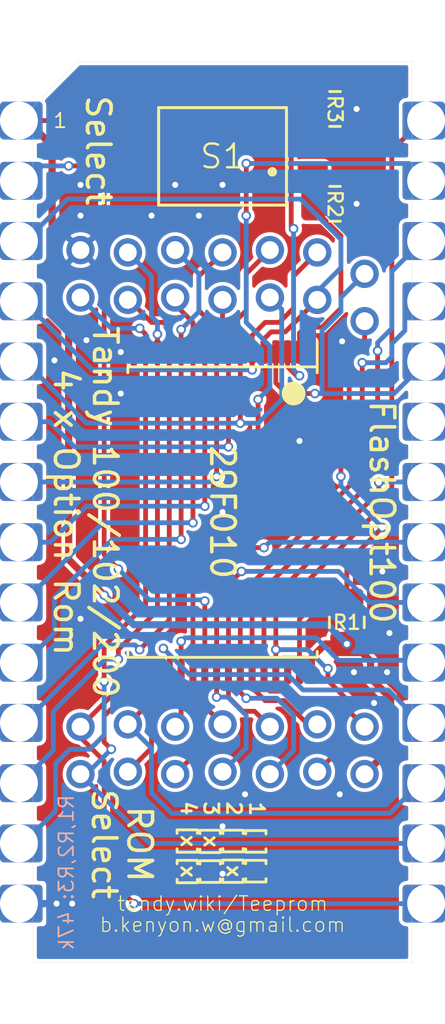
<source format=kicad_pcb>
(kicad_pcb (version 20171130) (host pcbnew 5.1.7-a382d34a8~87~ubuntu20.04.1)

  (general
    (thickness 1.6)
    (drawings 16)
    (tracks 399)
    (zones 0)
    (modules 8)
    (nets 31)
  )

  (page A4)
  (layers
    (0 Top signal)
    (31 Bottom signal)
    (32 B.Adhes user hide)
    (33 F.Adhes user hide)
    (34 B.Paste user hide)
    (35 F.Paste user hide)
    (36 B.SilkS user)
    (37 F.SilkS user)
    (38 B.Mask user)
    (39 F.Mask user)
    (40 Dwgs.User user)
    (41 Cmts.User user hide)
    (42 Eco1.User user hide)
    (43 Eco2.User user hide)
    (44 Edge.Cuts user)
    (45 Margin user hide)
    (46 B.CrtYd user hide)
    (47 F.CrtYd user hide)
    (48 B.Fab user hide)
    (49 F.Fab user hide)
  )

  (setup
    (last_trace_width 0.1524)
    (user_trace_width 0.2032)
    (user_trace_width 0.3048)
    (trace_clearance 0.1524)
    (zone_clearance 0.1524)
    (zone_45_only no)
    (trace_min 0.1524)
    (via_size 0.4064)
    (via_drill 0.254)
    (via_min_size 0.4064)
    (via_min_drill 0.254)
    (uvia_size 0.4064)
    (uvia_drill 0.254)
    (uvias_allowed no)
    (uvia_min_size 0.4064)
    (uvia_min_drill 0.254)
    (edge_width 0.01)
    (segment_width 0.2032)
    (pcb_text_width 0.254)
    (pcb_text_size 1.2192 1.2192)
    (mod_edge_width 0.1)
    (mod_text_size 0.4572 0.4572)
    (mod_text_width 0.0254)
    (pad_size 1.2 1.2)
    (pad_drill 0.75)
    (pad_to_mask_clearance 0)
    (aux_axis_origin 0 0)
    (grid_origin 147.2184 99.187)
    (visible_elements FFFFFF7F)
    (pcbplotparams
      (layerselection 0x010f0_ffffffff)
      (usegerberextensions false)
      (usegerberattributes false)
      (usegerberadvancedattributes false)
      (creategerberjobfile true)
      (excludeedgelayer true)
      (linewidth 0.100000)
      (plotframeref false)
      (viasonmask false)
      (mode 1)
      (useauxorigin false)
      (hpglpennumber 1)
      (hpglpenspeed 20)
      (hpglpendiameter 15.000000)
      (psnegative false)
      (psa4output false)
      (plotreference true)
      (plotvalue true)
      (plotinvisibletext false)
      (padsonsilk false)
      (subtractmaskfromsilk false)
      (outputformat 1)
      (mirror false)
      (drillshape 0)
      (scaleselection 1)
      (outputdirectory "Teeprom_GERBER"))
  )

  (net 0 "")
  (net 1 /D3)
  (net 2 /A10)
  (net 3 /D4)
  (net 4 /A7)
  (net 5 /D5)
  (net 6 /A6)
  (net 7 /D6)
  (net 8 /A5)
  (net 9 /D7)
  (net 10 /A4)
  (net 11 /A11)
  (net 12 /A3)
  (net 13 /~OE)
  (net 14 /A2)
  (net 15 /A13)
  (net 16 /A1)
  (net 17 /A0)
  (net 18 /A12)
  (net 19 /D0)
  (net 20 /A9)
  (net 21 /D1)
  (net 22 /A8)
  (net 23 /D2)
  (net 24 /~CE)
  (net 25 /A14)
  (net 26 /~WE)
  (net 27 VCC)
  (net 28 GND)
  (net 29 /A15)
  (net 30 /A16)

  (net_class Default "This is the default net class."
    (clearance 0.1524)
    (trace_width 0.1524)
    (via_dia 0.4064)
    (via_drill 0.254)
    (uvia_dia 0.4064)
    (uvia_drill 0.254)
    (diff_pair_width 0.1524)
    (diff_pair_gap 0.1524)
    (add_net /A0)
    (add_net /A1)
    (add_net /A10)
    (add_net /A11)
    (add_net /A12)
    (add_net /A13)
    (add_net /A14)
    (add_net /A15)
    (add_net /A16)
    (add_net /A2)
    (add_net /A3)
    (add_net /A4)
    (add_net /A5)
    (add_net /A6)
    (add_net /A7)
    (add_net /A8)
    (add_net /A9)
    (add_net /D0)
    (add_net /D1)
    (add_net /D2)
    (add_net /D3)
    (add_net /D4)
    (add_net /D5)
    (add_net /D6)
    (add_net /D7)
    (add_net /~CE)
    (add_net /~OE)
    (add_net /~WE)
    (add_net GND)
    (add_net VCC)
  )

  (module 000_LOCAL:SW_DS05-127-2-02BK-SMT-TR (layer Top) (tedit 5F930BF9) (tstamp 5F9307AB)
    (at 147.2184 84.187 180)
    (path /5F9E7F6D)
    (fp_text reference S1 (at 0 0) (layer F.SilkS)
      (effects (font (size 1 1) (thickness 0.1)))
    )
    (fp_text value 2xSPST (at 12.175 3.065) (layer F.Fab)
      (effects (font (size 1 1) (thickness 0.015)))
    )
    (fp_line (start -2.7 -2.055) (end 2.7 -2.055) (layer F.Fab) (width 0.127))
    (fp_line (start 2.7 -2.055) (end 2.7 2.055) (layer F.Fab) (width 0.127))
    (fp_line (start 2.7 2.055) (end -2.7 2.055) (layer F.Fab) (width 0.127))
    (fp_line (start -2.7 2.055) (end -2.7 -2.055) (layer F.Fab) (width 0.127))
    (fp_line (start -2.7 -2.055) (end 2.7 -2.055) (layer F.SilkS) (width 0.127))
    (fp_line (start 2.7 -2.055) (end 2.7 2.055) (layer F.SilkS) (width 0.127))
    (fp_line (start 2.7 2.055) (end -2.7 2.055) (layer F.SilkS) (width 0.127))
    (fp_line (start -2.7 2.055) (end -2.7 -2.055) (layer F.SilkS) (width 0.127))
    (fp_line (start -4.695 -2.305) (end -4.695 2.305) (layer F.CrtYd) (width 0.05))
    (fp_line (start -4.695 2.305) (end 4.695 2.305) (layer F.CrtYd) (width 0.05))
    (fp_line (start 4.695 2.305) (end 4.695 -2.305) (layer F.CrtYd) (width 0.05))
    (fp_line (start 4.695 -2.305) (end -4.695 -2.305) (layer F.CrtYd) (width 0.05))
    (fp_circle (center -2.1 -0.65) (end -2 -0.65) (layer F.SilkS) (width 0.2))
    (fp_circle (center -2.1 -0.65) (end -2 -0.65) (layer F.Fab) (width 0.2))
    (pad 1B smd roundrect (at 3.81 -0.635 180) (size 1.27 0.76) (layers Top F.Paste F.Mask) (roundrect_rratio 0.25)
      (net 27 VCC))
    (pad 2B smd roundrect (at 3.81 0.635 180) (size 1.27 0.76) (layers Top F.Paste F.Mask) (roundrect_rratio 0.25)
      (net 27 VCC))
    (pad 2A smd roundrect (at -3.81 0.635 180) (size 1.27 0.76) (layers Top F.Paste F.Mask) (roundrect_rratio 0.25)
      (net 29 /A15))
    (pad 1A smd roundrect (at -3.81 -0.635 180) (size 1.27 0.76) (layers Top F.Paste F.Mask) (roundrect_rratio 0.25)
      (net 30 /A16))
    (model ${KIPRJMOD}/000_LOCAL.pretty/3d/CUI_DEVICES_DS05-127-2-02BK-SMT-TR.step
      (offset (xyz -9.65 -1.1 -1.5))
      (scale (xyz 1 1 1))
      (rotate (xyz -90 0 0))
    )
  )

  (module 000_LOCAL:pcb2molex8878 (layer Top) (tedit 5F930726) (tstamp 5F96E8F2)
    (at 147.2184 99.187)
    (descr "Castellated edge contacts to fit Molex 8878 Socket")
    (path /5E6792DF)
    (solder_mask_margin -0.28)
    (attr virtual)
    (fp_text reference J1 (at -0.9906 -0.9906 -90) (layer Dwgs.User) hide
      (effects (font (size 1.2065 1.2065) (thickness 0.127)) (justify left bottom))
    )
    (fp_text value Tandy_100_102_200_option_rom (at 2.0701 -8.8773 -90) (layer F.Fab) hide
      (effects (font (size 1.2065 1.2065) (thickness 0.1016)) (justify left bottom))
    )
    (fp_line (start -0.762 -19.05) (end -0.762 -21.59) (layer Eco1.User) (width 0.01))
    (fp_line (start -0.762 -21.59) (end 0.762 -21.59) (layer Eco1.User) (width 0.01))
    (fp_line (start 0.762 -21.59) (end 0.762 -19.05) (layer Eco1.User) (width 0.01))
    (fp_line (start -4.5593 19.05) (end -4.5593 21.59) (layer Eco1.User) (width 0.01))
    (fp_line (start -4.5593 21.59) (end -3.0353 21.59) (layer Eco1.User) (width 0.01))
    (fp_line (start -3.0353 21.59) (end -3.0353 19.05) (layer Eco1.User) (width 0.01))
    (fp_line (start 4.5593 19.05) (end 4.5593 21.59) (layer Eco1.User) (width 0.01))
    (fp_line (start 4.5593 21.59) (end 3.0353 21.59) (layer Eco1.User) (width 0.01))
    (fp_line (start 3.0353 21.59) (end 3.0353 19.05) (layer Eco1.User) (width 0.01))
    (fp_line (start 3.0353 19.05) (end -3.0353 19.05) (layer Eco1.User) (width 0.01))
    (fp_line (start -8.1 19.05) (end -8.1 -19.05) (layer Eco1.User) (width 0.01))
    (fp_line (start 8.1 19.05) (end 8.1 -19.05) (layer Eco1.User) (width 0.01))
    (fp_line (start -8.1 -19.05) (end -0.762 -19.05) (layer Eco1.User) (width 0.01))
    (fp_line (start 0.762 -19.05) (end 8.1 -19.05) (layer Eco1.User) (width 0.01))
    (fp_line (start -8.1 19.05) (end -4.5593 19.05) (layer Eco1.User) (width 0.01))
    (fp_line (start 4.5593 19.05) (end 8.1 19.05) (layer Eco1.User) (width 0.01))
    (fp_arc (start -5.4229 19.9136) (end -4.5593 19.9136) (angle -90) (layer Eco1.User) (width 0.00508))
    (fp_arc (start -2.1717 19.9136) (end -2.1717 19.05) (angle -90) (layer Eco1.User) (width 0.00508))
    (fp_arc (start 5.4229 19.9136) (end 5.4229 19.05) (angle -90) (layer Eco1.User) (width 0.00508))
    (fp_arc (start 2.1717 19.9136) (end 3.0353 19.9136) (angle -90) (layer Eco1.User) (width 0.00508))
    (fp_arc (start -1.6256 -19.9136) (end -1.6256 -19.05) (angle -90) (layer Eco1.User) (width 0.00508))
    (fp_arc (start 1.6256 -19.9136) (end 0.762 -19.9136) (angle -90) (layer Eco1.User) (width 0.00508))
    (fp_text user "Eco1.User is Edge.Cuts for use without carrier." (at -0.0298 12.25) (layer Eco1.User)
      (effects (font (size 0.2 0.2) (thickness 0.01)))
    )
    (pad 28 thru_hole roundrect (at 8.6 -16.51 180) (size 1.8 1.6) (drill 1.6 (offset 0.1 0)) (layers *.Cu *.Mask) (roundrect_rratio 0.1)
      (net 25 /A14) (solder_mask_margin -0.19))
    (pad 14 thru_hole roundrect (at -8.6 16.51) (size 1.8 1.6) (drill 1.6 (offset 0.1 0)) (layers *.Cu *.Mask) (roundrect_rratio 0.1)
      (net 28 GND) (solder_mask_margin -0.19))
    (pad 27 thru_hole roundrect (at 8.6 -13.97 180) (size 1.8 1.6) (drill 1.6 (offset 0.1 0)) (layers *.Cu *.Mask) (roundrect_rratio 0.1)
      (net 24 /~CE) (solder_mask_margin -0.19))
    (pad 13 thru_hole roundrect (at -8.6 13.97) (size 1.8 1.6) (drill 1.6 (offset 0.1 0)) (layers *.Cu *.Mask) (roundrect_rratio 0.1)
      (net 23 /D2) (solder_mask_margin -0.19))
    (pad 26 thru_hole roundrect (at 8.6 -11.43 180) (size 1.8 1.6) (drill 1.6 (offset 0.1 0)) (layers *.Cu *.Mask) (roundrect_rratio 0.1)
      (net 22 /A8) (solder_mask_margin -0.19))
    (pad 12 thru_hole roundrect (at -8.6 11.43) (size 1.8 1.6) (drill 1.6 (offset 0.1 0)) (layers *.Cu *.Mask) (roundrect_rratio 0.1)
      (net 21 /D1) (solder_mask_margin -0.19))
    (pad 25 thru_hole roundrect (at 8.6 -8.89 180) (size 1.8 1.6) (drill 1.6 (offset 0.1 0)) (layers *.Cu *.Mask) (roundrect_rratio 0.1)
      (net 20 /A9) (solder_mask_margin -0.19))
    (pad 11 thru_hole roundrect (at -8.6 8.89) (size 1.8 1.6) (drill 1.6 (offset 0.1 0)) (layers *.Cu *.Mask) (roundrect_rratio 0.1)
      (net 19 /D0) (solder_mask_margin -0.19))
    (pad 24 thru_hole roundrect (at 8.6 -6.35 180) (size 1.8 1.6) (drill 1.6 (offset 0.1 0)) (layers *.Cu *.Mask) (roundrect_rratio 0.1)
      (net 18 /A12) (solder_mask_margin -0.19))
    (pad 10 thru_hole roundrect (at -8.6 6.35) (size 1.8 1.6) (drill 1.6 (offset 0.1 0)) (layers *.Cu *.Mask) (roundrect_rratio 0.1)
      (net 17 /A0) (solder_mask_margin -0.19))
    (pad 23 thru_hole roundrect (at 8.6 -3.81 180) (size 1.8 1.6) (drill 1.6 (offset 0.1 0)) (layers *.Cu *.Mask) (roundrect_rratio 0.1)
      (solder_mask_margin -0.19))
    (pad 9 thru_hole roundrect (at -8.6 3.81) (size 1.8 1.6) (drill 1.6 (offset 0.1 0)) (layers *.Cu *.Mask) (roundrect_rratio 0.1)
      (net 16 /A1) (solder_mask_margin -0.19))
    (pad 22 thru_hole roundrect (at 8.6 -1.27 180) (size 1.8 1.6) (drill 1.6 (offset 0.1 0)) (layers *.Cu *.Mask) (roundrect_rratio 0.1)
      (net 15 /A13) (solder_mask_margin -0.19))
    (pad 8 thru_hole roundrect (at -8.6 1.27) (size 1.8 1.6) (drill 1.6 (offset 0.1 0)) (layers *.Cu *.Mask) (roundrect_rratio 0.1)
      (net 14 /A2) (solder_mask_margin -0.19))
    (pad 21 thru_hole roundrect (at 8.6 1.27 180) (size 1.8 1.6) (drill 1.6 (offset 0.1 0)) (layers *.Cu *.Mask) (roundrect_rratio 0.1)
      (net 13 /~OE) (solder_mask_margin -0.19))
    (pad 7 thru_hole roundrect (at -8.6 -1.27) (size 1.8 1.6) (drill 1.6 (offset 0.1 0)) (layers *.Cu *.Mask) (roundrect_rratio 0.1)
      (net 12 /A3) (solder_mask_margin -0.19))
    (pad 20 thru_hole roundrect (at 8.6 3.81 180) (size 1.8 1.6) (drill 1.6 (offset 0.1 0)) (layers *.Cu *.Mask) (roundrect_rratio 0.1)
      (net 11 /A11) (solder_mask_margin -0.19))
    (pad 6 thru_hole roundrect (at -8.6 -3.81) (size 1.8 1.6) (drill 1.6 (offset 0.1 0)) (layers *.Cu *.Mask) (roundrect_rratio 0.1)
      (net 10 /A4) (solder_mask_margin -0.19))
    (pad 19 thru_hole roundrect (at 8.6 6.35 180) (size 1.8 1.6) (drill 1.6 (offset 0.1 0)) (layers *.Cu *.Mask) (roundrect_rratio 0.1)
      (net 9 /D7) (solder_mask_margin -0.19))
    (pad 5 thru_hole roundrect (at -8.6 -6.35) (size 1.8 1.6) (drill 1.6 (offset 0.1 0)) (layers *.Cu *.Mask) (roundrect_rratio 0.1)
      (net 8 /A5) (solder_mask_margin -0.19))
    (pad 18 thru_hole roundrect (at 8.6 8.89 180) (size 1.8 1.6) (drill 1.6 (offset 0.1 0)) (layers *.Cu *.Mask) (roundrect_rratio 0.1)
      (net 7 /D6) (solder_mask_margin -0.19))
    (pad 4 thru_hole roundrect (at -8.6 -8.89) (size 1.8 1.6) (drill 1.6 (offset 0.1 0)) (layers *.Cu *.Mask) (roundrect_rratio 0.1)
      (net 6 /A6) (solder_mask_margin -0.19))
    (pad 17 thru_hole roundrect (at 8.6 11.43 180) (size 1.8 1.6) (drill 1.6 (offset 0.1 0)) (layers *.Cu *.Mask) (roundrect_rratio 0.1)
      (net 5 /D5) (solder_mask_margin -0.19))
    (pad 3 thru_hole roundrect (at -8.6 -11.43) (size 1.8 1.6) (drill 1.6 (offset 0.1 0)) (layers *.Cu *.Mask) (roundrect_rratio 0.1)
      (net 4 /A7) (solder_mask_margin -0.19))
    (pad 16 thru_hole roundrect (at 8.6 13.97 180) (size 1.8 1.6) (drill 1.6 (offset 0.1 0)) (layers *.Cu *.Mask) (roundrect_rratio 0.1)
      (net 3 /D4) (solder_mask_margin -0.19))
    (pad 2 thru_hole roundrect (at -8.6 -13.97) (size 1.8 1.6) (drill 1.6 (offset 0.1 0)) (layers *.Cu *.Mask) (roundrect_rratio 0.1)
      (net 2 /A10) (solder_mask_margin -0.19))
    (pad 15 thru_hole roundrect (at 8.6 16.51 180) (size 1.8 1.6) (drill 1.6 (offset 0.1 0)) (layers *.Cu *.Mask) (roundrect_rratio 0.1)
      (net 1 /D3) (solder_mask_margin -0.19))
    (pad 1 thru_hole roundrect (at -8.6 -16.51) (size 1.8 1.6) (drill 1.6 (offset 0.1 0)) (layers *.Cu *.Mask) (roundrect_rratio 0.1)
      (net 27 VCC) (solder_mask_margin -0.19))
    (model ${KIPRJMOD}/000_LOCAL.pretty/3d/pcb2molex8878_chamfer.step
      (offset (xyz 0 0 -0.23))
      (scale (xyz 1 1 1))
      (rotate (xyz 0 0 90))
    )
  )

  (module 000_LOCAL:4x7_prg_2.0mm_female_staggered (layer Top) (tedit 5F9302BE) (tstamp 5F96E758)
    (at 147.2184 99.187 270)
    (descr "Through hole straight pin header, 2x07, 2.00mm pitch, double rows")
    (tags "Through hole pin header THT 2x07 2.00mm double row")
    (path /5FAC773B)
    (fp_text reference J2 (at 0 6 270 unlocked) (layer F.SilkS) hide
      (effects (font (size 1 1) (thickness 0.15)))
    )
    (fp_text value 29C256 (at 0 8 90) (layer F.Fab)
      (effects (font (size 1 1) (thickness 0.15)))
    )
    (fp_text user %R (at 0 6 90) (layer F.Fab)
      (effects (font (size 1 1) (thickness 0.15)))
    )
    (pad 21 thru_hole circle (at 8.95 0 270) (size 1.2 1.2) (drill 0.75) (layers *.Cu *.Mask)
      (net 2 /A10))
    (pad 28 thru_hole circle (at 11.05 -6 270) (size 1.2 1.2) (drill 0.75) (layers *.Cu *.Mask)
      (net 27 VCC))
    (pad 25 thru_hole circle (at 8.95 -4 270) (size 1.2 1.2) (drill 0.75) (layers *.Cu *.Mask)
      (net 22 /A8))
    (pad 26 thru_hole circle (at 10.95 -4 270) (size 1.2 1.2) (drill 0.75) (layers *.Cu *.Mask)
      (net 15 /A13))
    (pad 23 thru_hole circle (at 9.05 -2 270) (size 1.2 1.2) (drill 0.75) (layers *.Cu *.Mask)
      (net 11 /A11))
    (pad 24 thru_hole circle (at 11.05 -2 270) (size 1.2 1.2) (drill 0.75) (layers *.Cu *.Mask)
      (net 20 /A9))
    (pad 15 thru_hole circle (at 9.05 6 270) (size 1.2 1.2) (drill 0.75) (layers *.Cu *.Mask)
      (net 1 /D3))
    (pad 22 thru_hole circle (at 10.95 0 270) (size 1.2 1.2) (drill 0.75) (layers *.Cu *.Mask)
      (net 13 /~OE))
    (pad 16 thru_hole circle (at 11.05 6 270) (size 1.2 1.2) (drill 0.75) (layers *.Cu *.Mask)
      (net 3 /D4))
    (pad 27 thru_hole circle (at 9.05 -6 270) (size 1.2 1.2) (drill 0.75) (layers *.Cu *.Mask)
      (net 25 /A14))
    (pad 19 thru_hole circle (at 9.05 2 270) (size 1.2 1.2) (drill 0.75) (layers *.Cu *.Mask)
      (net 9 /D7))
    (pad 20 thru_hole circle (at 11.05 2 270) (size 1.2 1.2) (drill 0.75) (layers *.Cu *.Mask)
      (net 24 /~CE))
    (pad 17 thru_hole circle (at 8.95 4 270) (size 1.2 1.2) (drill 0.75) (layers *.Cu *.Mask)
      (net 5 /D5))
    (pad 18 thru_hole circle (at 10.95 4 270) (size 1.2 1.2) (drill 0.75) (layers *.Cu *.Mask)
      (net 7 /D6))
    (pad 13 thru_hole circle (at -9.05 6 270) (size 1.2 1.2) (drill 0.75) (layers *.Cu *.Mask)
      (net 23 /D2))
    (pad 14 thru_hole circle (at -11.05 6 270) (size 1.2 1.2) (drill 0.75) (layers *.Cu *.Mask)
      (net 28 GND))
    (pad 11 thru_hole circle (at -8.95 4 270) (size 1.2 1.2) (drill 0.75) (layers *.Cu *.Mask)
      (net 19 /D0))
    (pad 12 thru_hole circle (at -10.95 4 270) (size 1.2 1.2) (drill 0.75) (layers *.Cu *.Mask)
      (net 21 /D1))
    (pad 9 thru_hole circle (at -9.05 2 270) (size 1.2 1.2) (drill 0.75) (layers *.Cu *.Mask)
      (net 16 /A1))
    (pad 10 thru_hole circle (at -11.05 2 270) (size 1.2 1.2) (drill 0.75) (layers *.Cu *.Mask)
      (net 17 /A0))
    (pad 7 thru_hole circle (at -8.95 0 270) (size 1.2 1.2) (drill 0.75) (layers *.Cu *.Mask)
      (net 12 /A3))
    (pad 8 thru_hole circle (at -10.95 0 270) (size 1.2 1.2) (drill 0.75) (layers *.Cu *.Mask)
      (net 14 /A2))
    (pad 5 thru_hole circle (at -9.05 -2 270) (size 1.2 1.2) (drill 0.75) (layers *.Cu *.Mask)
      (net 8 /A5))
    (pad 6 thru_hole circle (at -11.05 -2 270) (size 1.2 1.2) (drill 0.75) (layers *.Cu *.Mask)
      (net 10 /A4))
    (pad 3 thru_hole circle (at -8.95 -4 270) (size 1.2 1.2) (drill 0.75) (layers *.Cu *.Mask)
      (net 4 /A7))
    (pad 4 thru_hole circle (at -10.95 -4 270) (size 1.2 1.2) (drill 0.75) (layers *.Cu *.Mask)
      (net 6 /A6))
    (pad 1 thru_hole circle (at -8.05 -6 270) (size 1.2 1.2) (drill 0.75) (layers *.Cu *.Mask)
      (net 26 /~WE))
    (pad 2 thru_hole circle (at -10.05 -6 270) (size 1.2 1.2) (drill 0.75) (layers *.Cu *.Mask)
      (net 18 /A12))
    (model ${KIPRJMOD}/000_LOCAL.pretty/3d/PinHeader_2x07_P2.00mm_Vertical.step_x
      (offset (xyz 9 6 -4.5))
      (scale (xyz 1 1 1))
      (rotate (xyz 0 0 0))
    )
  )

  (module 000_LOCAL:TSOP32-14mm (layer Top) (tedit 5F926D8B) (tstamp 5D21E664)
    (at 147.2184 99.187 180)
    (descr "Module CMS TSOP 32 pins")
    (tags "CMS TSOP")
    (path /5D231C6F)
    (attr smd)
    (fp_text reference U1 (at -2.2352 0 270 unlocked) (layer F.SilkS) hide
      (effects (font (size 1 1) (thickness 0.15)))
    )
    (fp_text value 29F010 (at 0 0 -90 unlocked) (layer F.SilkS)
      (effects (font (size 1 1) (thickness 0.15)))
    )
    (fp_circle (center -3 5) (end -2.75 5) (layer F.SilkS) (width 0.5))
    (fp_line (start -4 6.125) (end 4 6.125) (layer F.SilkS) (width 0.12))
    (fp_line (start 4 -6.125) (end -4 -6.125) (layer F.SilkS) (width 0.12))
    (fp_line (start -4 7.2) (end -4 5.875) (layer F.SilkS) (width 0.12))
    (fp_line (start 4 6.125) (end 4 5.875) (layer F.SilkS) (width 0.12))
    (fp_line (start -4 -6.125) (end -4 -5.875) (layer F.SilkS) (width 0.12))
    (fp_line (start 4 -6.125) (end 4 -5.875) (layer F.SilkS) (width 0.12))
    (pad 1 smd roundrect (at -3.75 6.75 180) (size 0.3 1) (layers Top F.Paste F.Mask) (roundrect_rratio 0.25))
    (pad 2 smd roundrect (at -3.25 6.75 180) (size 0.3 1) (layers Top F.Paste F.Mask) (roundrect_rratio 0.25)
      (net 30 /A16))
    (pad 3 smd roundrect (at -2.75 6.75 180) (size 0.3 1) (layers Top F.Paste F.Mask) (roundrect_rratio 0.25)
      (net 29 /A15))
    (pad 4 smd roundrect (at -2.25 6.75 180) (size 0.3 1) (layers Top F.Paste F.Mask) (roundrect_rratio 0.25)
      (net 18 /A12))
    (pad 5 smd roundrect (at -1.75 6.75 180) (size 0.3 1) (layers Top F.Paste F.Mask) (roundrect_rratio 0.25)
      (net 4 /A7))
    (pad 6 smd roundrect (at -1.25 6.75 180) (size 0.3 1) (layers Top F.Paste F.Mask) (roundrect_rratio 0.25)
      (net 6 /A6))
    (pad 7 smd roundrect (at -0.75 6.75 180) (size 0.3 1) (layers Top F.Paste F.Mask) (roundrect_rratio 0.25)
      (net 8 /A5))
    (pad 8 smd roundrect (at -0.25 6.75 180) (size 0.3 1) (layers Top F.Paste F.Mask) (roundrect_rratio 0.25)
      (net 10 /A4))
    (pad 9 smd roundrect (at 0.25 6.75 180) (size 0.3 1) (layers Top F.Paste F.Mask) (roundrect_rratio 0.25)
      (net 12 /A3))
    (pad 10 smd roundrect (at 0.75 6.75 180) (size 0.3 1) (layers Top F.Paste F.Mask) (roundrect_rratio 0.25)
      (net 14 /A2))
    (pad 11 smd roundrect (at 1.25 6.75 180) (size 0.3 1) (layers Top F.Paste F.Mask) (roundrect_rratio 0.25)
      (net 16 /A1))
    (pad 12 smd roundrect (at 1.75 6.75 180) (size 0.3 1) (layers Top F.Paste F.Mask) (roundrect_rratio 0.25)
      (net 17 /A0))
    (pad 13 smd roundrect (at 2.25 6.75 180) (size 0.3 1) (layers Top F.Paste F.Mask) (roundrect_rratio 0.25)
      (net 19 /D0))
    (pad 14 smd roundrect (at 2.75 6.75 180) (size 0.3 1) (layers Top F.Paste F.Mask) (roundrect_rratio 0.25)
      (net 21 /D1))
    (pad 15 smd roundrect (at 3.25 6.75 180) (size 0.3 1) (layers Top F.Paste F.Mask) (roundrect_rratio 0.25)
      (net 23 /D2))
    (pad 16 smd roundrect (at 3.75 6.75 180) (size 0.3 1) (layers Top F.Paste F.Mask) (roundrect_rratio 0.25)
      (net 28 GND))
    (pad 17 smd roundrect (at 3.75 -6.75 180) (size 0.3 1) (layers Top F.Paste F.Mask) (roundrect_rratio 0.25)
      (net 1 /D3))
    (pad 18 smd roundrect (at 3.25 -6.75 180) (size 0.3 1) (layers Top F.Paste F.Mask) (roundrect_rratio 0.25)
      (net 3 /D4))
    (pad 19 smd roundrect (at 2.75 -6.75 180) (size 0.3 1) (layers Top F.Paste F.Mask) (roundrect_rratio 0.25)
      (net 5 /D5))
    (pad 20 smd roundrect (at 2.25 -6.75 180) (size 0.3 1) (layers Top F.Paste F.Mask) (roundrect_rratio 0.25)
      (net 7 /D6))
    (pad 21 smd roundrect (at 1.75 -6.75 180) (size 0.3 1) (layers Top F.Paste F.Mask) (roundrect_rratio 0.25)
      (net 9 /D7))
    (pad 22 smd roundrect (at 1.25 -6.75 180) (size 0.3 1) (layers Top F.Paste F.Mask) (roundrect_rratio 0.25)
      (net 24 /~CE))
    (pad 23 smd roundrect (at 0.75 -6.75 180) (size 0.3 1) (layers Top F.Paste F.Mask) (roundrect_rratio 0.25)
      (net 2 /A10))
    (pad 24 smd roundrect (at 0.25 -6.75 180) (size 0.3 1) (layers Top F.Paste F.Mask) (roundrect_rratio 0.25)
      (net 13 /~OE))
    (pad 25 smd roundrect (at -0.25 -6.75 180) (size 0.3 1) (layers Top F.Paste F.Mask) (roundrect_rratio 0.25)
      (net 11 /A11))
    (pad 26 smd roundrect (at -0.75 -6.75 180) (size 0.3 1) (layers Top F.Paste F.Mask) (roundrect_rratio 0.25)
      (net 20 /A9))
    (pad 27 smd roundrect (at -1.25 -6.75 180) (size 0.3 1) (layers Top F.Paste F.Mask) (roundrect_rratio 0.25)
      (net 22 /A8))
    (pad 28 smd roundrect (at -1.75 -6.75 180) (size 0.3 1) (layers Top F.Paste F.Mask) (roundrect_rratio 0.25)
      (net 15 /A13))
    (pad 29 smd roundrect (at -2.25 -6.75 180) (size 0.3 1) (layers Top F.Paste F.Mask) (roundrect_rratio 0.25)
      (net 25 /A14))
    (pad 30 smd roundrect (at -2.75 -6.75 180) (size 0.3 1) (layers Top F.Paste F.Mask) (roundrect_rratio 0.25))
    (pad 31 smd roundrect (at -3.25 -6.75 180) (size 0.3 1) (layers Top F.Paste F.Mask) (roundrect_rratio 0.25)
      (net 26 /~WE))
    (pad 32 smd roundrect (at -3.75 -6.75 180) (size 0.3 1) (layers Top F.Paste F.Mask) (roundrect_rratio 0.25)
      (net 27 VCC))
    (model ${KIPRJMOD}/000_LOCAL.pretty/3d/TSOP32_8x14.step
      (at (xyz 0 0 0))
      (scale (xyz 1 1 1))
      (rotate (xyz 0 0 -90))
    )
  )

  (module 000_LOCAL:R_0805_2012Metric (layer Top) (tedit 5F92312E) (tstamp 5F92F7E1)
    (at 151.9684 82.187 180)
    (descr "Resistor SMD 0805 (2012 Metric), square (rectangular) end terminal, IPC_7351 nominal, (Body size source: IPC-SM-782 page 72, https://www.pcb-3d.com/wordpress/wp-content/uploads/ipc-sm-782a_amendment_1_and_2.pdf), generated with kicad-footprint-generator")
    (tags resistor)
    (path /5F9C7161)
    (attr smd)
    (fp_text reference R3 (at 0 0 -90 unlocked) (layer F.SilkS)
      (effects (font (size 0.6 0.6) (thickness 0.1)))
    )
    (fp_text value 47k (at 0 1.65) (layer F.Fab)
      (effects (font (size 1 1) (thickness 0.15)))
    )
    (fp_line (start 1.68 0.95) (end -1.68 0.95) (layer F.CrtYd) (width 0.05))
    (fp_line (start 1.68 -0.95) (end 1.68 0.95) (layer F.CrtYd) (width 0.05))
    (fp_line (start -1.68 -0.95) (end 1.68 -0.95) (layer F.CrtYd) (width 0.05))
    (fp_line (start -1.68 0.95) (end -1.68 -0.95) (layer F.CrtYd) (width 0.05))
    (fp_line (start -0.227064 0.735) (end 0.227064 0.735) (layer F.SilkS) (width 0.12))
    (fp_line (start -0.227064 -0.735) (end 0.227064 -0.735) (layer F.SilkS) (width 0.12))
    (fp_line (start 1 0.625) (end -1 0.625) (layer F.Fab) (width 0.1))
    (fp_line (start 1 -0.625) (end 1 0.625) (layer F.Fab) (width 0.1))
    (fp_line (start -1 -0.625) (end 1 -0.625) (layer F.Fab) (width 0.1))
    (fp_line (start -1 0.625) (end -1 -0.625) (layer F.Fab) (width 0.1))
    (fp_text user %R (at 0 0) (layer F.Fab)
      (effects (font (size 0.5 0.5) (thickness 0.08)))
    )
    (pad 2 smd roundrect (at 0.9125 0 180) (size 1.025 1.4) (layers Top F.Paste F.Mask) (roundrect_rratio 0.2)
      (net 29 /A15))
    (pad 1 smd roundrect (at -0.9125 0 180) (size 1.025 1.4) (layers Top F.Paste F.Mask) (roundrect_rratio 0.2)
      (net 28 GND))
    (model ${KIPRJMOD}/000_LOCAL.pretty/3d/R_0805_2012Metric.step
      (at (xyz 0 0 0))
      (scale (xyz 1 1 1))
      (rotate (xyz 0 0 0))
    )
  )

  (module 000_LOCAL:R_0805_2012Metric (layer Top) (tedit 5F92312E) (tstamp 5F92F7D0)
    (at 151.9684 86.187 180)
    (descr "Resistor SMD 0805 (2012 Metric), square (rectangular) end terminal, IPC_7351 nominal, (Body size source: IPC-SM-782 page 72, https://www.pcb-3d.com/wordpress/wp-content/uploads/ipc-sm-782a_amendment_1_and_2.pdf), generated with kicad-footprint-generator")
    (tags resistor)
    (path /5F9C1754)
    (attr smd)
    (fp_text reference R2 (at 0 0 -90 unlocked) (layer F.SilkS)
      (effects (font (size 0.6 0.6) (thickness 0.1)))
    )
    (fp_text value 47k (at 0 1.65) (layer F.Fab)
      (effects (font (size 1 1) (thickness 0.15)))
    )
    (fp_line (start 1.68 0.95) (end -1.68 0.95) (layer F.CrtYd) (width 0.05))
    (fp_line (start 1.68 -0.95) (end 1.68 0.95) (layer F.CrtYd) (width 0.05))
    (fp_line (start -1.68 -0.95) (end 1.68 -0.95) (layer F.CrtYd) (width 0.05))
    (fp_line (start -1.68 0.95) (end -1.68 -0.95) (layer F.CrtYd) (width 0.05))
    (fp_line (start -0.227064 0.735) (end 0.227064 0.735) (layer F.SilkS) (width 0.12))
    (fp_line (start -0.227064 -0.735) (end 0.227064 -0.735) (layer F.SilkS) (width 0.12))
    (fp_line (start 1 0.625) (end -1 0.625) (layer F.Fab) (width 0.1))
    (fp_line (start 1 -0.625) (end 1 0.625) (layer F.Fab) (width 0.1))
    (fp_line (start -1 -0.625) (end 1 -0.625) (layer F.Fab) (width 0.1))
    (fp_line (start -1 0.625) (end -1 -0.625) (layer F.Fab) (width 0.1))
    (fp_text user %R (at 0 0) (layer F.Fab)
      (effects (font (size 0.5 0.5) (thickness 0.08)))
    )
    (pad 2 smd roundrect (at 0.9125 0 180) (size 1.025 1.4) (layers Top F.Paste F.Mask) (roundrect_rratio 0.2)
      (net 30 /A16))
    (pad 1 smd roundrect (at -0.9125 0 180) (size 1.025 1.4) (layers Top F.Paste F.Mask) (roundrect_rratio 0.2)
      (net 28 GND))
    (model ${KIPRJMOD}/000_LOCAL.pretty/3d/R_0805_2012Metric.step
      (at (xyz 0 0 0))
      (scale (xyz 1 1 1))
      (rotate (xyz 0 0 0))
    )
  )

  (module 000_LOCAL:R_0805_2012Metric (layer Top) (tedit 5F92312E) (tstamp 5D22C129)
    (at 152.4684 103.837 90)
    (descr "Resistor SMD 0805 (2012 Metric), square (rectangular) end terminal, IPC_7351 nominal, (Body size source: IPC-SM-782 page 72, https://www.pcb-3d.com/wordpress/wp-content/uploads/ipc-sm-782a_amendment_1_and_2.pdf), generated with kicad-footprint-generator")
    (tags resistor)
    (path /5D2BF7AB)
    (attr smd)
    (fp_text reference R1 (at 0 0 unlocked) (layer F.SilkS)
      (effects (font (size 0.6 0.6) (thickness 0.1)))
    )
    (fp_text value 47k (at 0 1.65 90) (layer F.Fab)
      (effects (font (size 1 1) (thickness 0.15)))
    )
    (fp_line (start 1.68 0.95) (end -1.68 0.95) (layer F.CrtYd) (width 0.05))
    (fp_line (start 1.68 -0.95) (end 1.68 0.95) (layer F.CrtYd) (width 0.05))
    (fp_line (start -1.68 -0.95) (end 1.68 -0.95) (layer F.CrtYd) (width 0.05))
    (fp_line (start -1.68 0.95) (end -1.68 -0.95) (layer F.CrtYd) (width 0.05))
    (fp_line (start -0.227064 0.735) (end 0.227064 0.735) (layer F.SilkS) (width 0.12))
    (fp_line (start -0.227064 -0.735) (end 0.227064 -0.735) (layer F.SilkS) (width 0.12))
    (fp_line (start 1 0.625) (end -1 0.625) (layer F.Fab) (width 0.1))
    (fp_line (start 1 -0.625) (end 1 0.625) (layer F.Fab) (width 0.1))
    (fp_line (start -1 -0.625) (end 1 -0.625) (layer F.Fab) (width 0.1))
    (fp_line (start -1 0.625) (end -1 -0.625) (layer F.Fab) (width 0.1))
    (fp_text user %R (at 0 0 90) (layer F.Fab)
      (effects (font (size 0.5 0.5) (thickness 0.08)))
    )
    (pad 2 smd roundrect (at 0.9125 0 90) (size 1.025 1.4) (layers Top F.Paste F.Mask) (roundrect_rratio 0.2)
      (net 26 /~WE))
    (pad 1 smd roundrect (at -0.9125 0 90) (size 1.025 1.4) (layers Top F.Paste F.Mask) (roundrect_rratio 0.2)
      (net 27 VCC))
    (model ${KIPRJMOD}/000_LOCAL.pretty/3d/R_0805_2012Metric.step
      (at (xyz 0 0 0))
      (scale (xyz 1 1 1))
      (rotate (xyz 0 0 0))
    )
  )

  (module 000_LOCAL:pcb2molex8878_chamfer locked (layer Top) (tedit 5E642EC3) (tstamp 5E64363E)
    (at 147.2184 99.187)
    (descr "Castellated edge contacts to fit Molex 8878 Socket")
    (solder_mask_margin -0.28)
    (attr virtual)
    (fp_text reference carrier? (at -1.5 0 -90) (layer Dwgs.User) hide
      (effects (font (size 1.2065 1.2065) (thickness 0.127)) (justify left bottom))
    )
    (fp_text value pcb2molex8878_chamfer (at 2.23 -9.45 -90) (layer F.Fab) hide
      (effects (font (size 1.2065 1.2065) (thickness 0.1016)) (justify left bottom))
    )
    (fp_line (start -8 -19) (end -8 -17.2) (layer Dwgs.User) (width 0.01))
    (fp_line (start -8 -19) (end -6.2 -19) (layer Dwgs.User) (width 0.01))
    (fp_line (start -6.2 -19) (end 8 -19) (layer Eco2.User) (width 0.01))
    (fp_line (start 8 -19) (end 8 19) (layer Eco2.User) (width 0.01))
    (fp_line (start 8 19) (end -8 19) (layer Eco2.User) (width 0.01))
    (fp_line (start -8 -17.2) (end -6.2 -19) (layer Eco2.User) (width 0.01))
    (fp_line (start -7.2 18.3) (end -7.2 -18.3) (layer Dwgs.User) (width 0.01))
    (fp_line (start -7.2 -18.3) (end 7.2 -18.3) (layer Dwgs.User) (width 0.01))
    (fp_line (start 7.2 -18.3) (end 7.2 18.3) (layer Dwgs.User) (width 0.01))
    (fp_line (start 7.2 18.3) (end -7.2 18.3) (layer Dwgs.User) (width 0.01))
    (fp_line (start -5 -19) (end -5 -18) (layer Dwgs.User) (width 0.01))
    (fp_line (start -5 -18) (end 5 -18) (layer Dwgs.User) (width 0.01))
    (fp_line (start 5 -18) (end 5 -19) (layer Dwgs.User) (width 0.01))
    (fp_line (start 5 -19) (end -5 -19) (layer Dwgs.User) (width 0.01))
    (fp_line (start -5 19) (end -5 18) (layer Dwgs.User) (width 0.01))
    (fp_line (start -5 18) (end 5 18) (layer Dwgs.User) (width 0.01))
    (fp_line (start 5 18) (end 5 19) (layer Dwgs.User) (width 0.01))
    (fp_line (start 5 19) (end -5 19) (layer Dwgs.User) (width 0.01))
    (fp_line (start -4.45 -18) (end -4.65 -17.8) (layer Dwgs.User) (width 0.01))
    (fp_line (start -4.65 -17.8) (end -4.45 -18) (layer Dwgs.User) (width 0.01))
    (fp_line (start -4.45 -18) (end -4.25 -17.8) (layer Dwgs.User) (width 0.01))
    (fp_line (start -8 19) (end -8 -17.2) (layer Eco2.User) (width 0.01))
    (fp_line (start -4.45 -18) (end -4.45 -17.4) (layer Dwgs.User) (width 0.01))
    (fp_line (start -4.45 -17.4) (end -3.62 -17.4) (layer Dwgs.User) (width 0.01))
    (fp_line (start -5.94 -18.3) (end -6.14 -18.1) (layer Dwgs.User) (width 0.01))
    (fp_line (start -6.14 -18.1) (end -5.94 -18.3) (layer Dwgs.User) (width 0.01))
    (fp_line (start -5.94 -18.3) (end -5.74 -18.1) (layer Dwgs.User) (width 0.01))
    (fp_line (start -5.94 -18.3) (end -5.94 -16.94) (layer Dwgs.User) (width 0.01))
    (fp_line (start -5.94 -16.94) (end -5.2 -16.94) (layer Dwgs.User) (width 0.01))
    (fp_text user "10.0 x 1.0 retainer wedges on top surface" (at -0.24 -17.41) (layer Dwgs.User)
      (effects (font (size 0.2 0.2) (thickness 0.01)))
    )
    (fp_text user "36.6 x 14.4 x 1.4 - backside pocket" (at -2.29 -16.93) (layer Dwgs.User)
      (effects (font (size 0.2 0.2) (thickness 0.01)))
    )
    (fp_text user "Eco2.User is Edge.Cuts for use with \"pcb2molex8878_chamfer\" carrier." (at -0.05 13.65) (layer Eco2.User)
      (effects (font (size 0.2 0.2) (thickness 0.01)))
    )
    (model ${KIPRJMOD}/000_LOCAL.pretty/3d/pcb2molex8878_chamfer.step
      (offset (xyz 0 0 -0.2))
      (scale (xyz 1 1 1))
      (rotate (xyz 0 0 90))
    )
  )

  (gr_text FlashOpt100 (at 153.9494 99.187 -90) (layer F.SilkS) (tstamp 5F9345A6)
    (effects (font (size 1 1) (thickness 0.15)))
  )
  (gr_text ROM (at 143.7184 113.187 -90) (layer F.SilkS) (tstamp 5F97B700)
    (effects (font (size 1 1) (thickness 0.15)))
  )
  (gr_text Select (at 142.2184 113.187 -90) (layer F.SilkS) (tstamp 5F969C9C)
    (effects (font (size 1 1) (thickness 0.15)))
  )
  (gr_text Select (at 141.9684 83.937 -90) (layer F.SilkS) (tstamp 5F969506)
    (effects (font (size 1 1) (thickness 0.15)))
  )
  (gr_text "1 [ ][ ]\n2 [ ][x]\n3 [x][ ]\n4 [x][x]" (at 147.2184 113.187 -90) (layer F.SilkS)
    (effects (font (size 0.6 0.6) (thickness 0.12)))
  )
  (gr_text "4 x Option Rom" (at 140.6144 99.187 -90) (layer F.SilkS) (tstamp 5F9686FF)
    (effects (font (size 1 1) (thickness 0.15)))
  )
  (gr_line (start 141.1184 80.187) (end 155.2184 80.187) (layer Edge.Cuts) (width 0.01))
  (gr_line (start 155.2184 118.187) (end 139.2184 118.187) (layer Edge.Cuts) (width 0.01) (tstamp 5D75CF96))
  (gr_line (start 155.2184 80.187) (end 155.2184 118.187) (layer Edge.Cuts) (width 0.01))
  (gr_line (start 139.2184 82.087) (end 141.1184 80.187) (layer Edge.Cuts) (width 0.01) (tstamp 5F9296A7))
  (gr_line (start 139.2184 118.187) (end 139.2184 82.087) (layer Edge.Cuts) (width 0.01))
  (gr_text b.kenyon.w@gmail.com (at 147.2184 116.586) (layer F.SilkS)
    (effects (font (size 0.6096 0.6096) (thickness 0.0508)))
  )
  (gr_text tandy.wiki/Teeprom (at 147.2184 115.697) (layer F.SilkS)
    (effects (font (size 0.6096 0.6096) (thickness 0.0508)))
  )
  (gr_text "Tandy 100/102/200" (at 142.2654 99.187 -90) (layer F.SilkS)
    (effects (font (size 1 1) (thickness 0.15)))
  )
  (gr_text "R1,R2,R3: 47k" (at 140.6184 114.387 -270) (layer B.SilkS)
    (effects (font (size 0.6096 0.6096) (thickness 0.0762)) (justify mirror))
  )
  (gr_text 1 (at 140.3604 82.677) (layer F.SilkS)
    (effects (font (size 0.6096 0.6096) (thickness 0.0762)))
  )

  (segment (start 155.8184 115.697) (end 143.4784 115.697) (width 0.2032) (layer Bottom) (net 1))
  (segment (start 143.4784 115.697) (end 143.4784 115.697) (width 0.2032) (layer Bottom) (net 1) (tstamp 5F933374))
  (via (at 143.4784 115.697) (size 0.4064) (drill 0.254) (layers Top Bottom) (net 1))
  (segment (start 142.7684 106.687) (end 141.2184 108.237) (width 0.2032) (layer Top) (net 1))
  (segment (start 143.2184 106.687) (end 142.7684 106.687) (width 0.2032) (layer Top) (net 1))
  (segment (start 143.4684 106.437) (end 143.2184 106.687) (width 0.2032) (layer Top) (net 1))
  (segment (start 143.4684 105.937) (end 143.4684 106.437) (width 0.2032) (layer Top) (net 1))
  (segment (start 142.2184 114.437) (end 143.4784 115.697) (width 0.2032) (layer Top) (net 1))
  (segment (start 142.2184 109.687) (end 142.2184 114.437) (width 0.2032) (layer Top) (net 1))
  (segment (start 141.2184 108.687) (end 142.2184 109.687) (width 0.2032) (layer Top) (net 1))
  (segment (start 141.2184 108.237) (end 141.2184 108.687) (width 0.2032) (layer Top) (net 1))
  (segment (start 146.4684 102.937) (end 146.4684 105.937) (width 0.2032) (layer Top) (net 2))
  (via (at 146.4684 102.937) (size 0.4064) (drill 0.254) (layers Top Bottom) (net 2))
  (segment (start 139.2484 84.587) (end 138.6184 85.217) (width 0.2032) (layer Bottom) (net 2))
  (segment (start 140.7184 84.587) (end 139.2484 84.587) (width 0.2032) (layer Bottom) (net 2))
  (via (at 140.7184 84.587) (size 0.4064) (drill 0.254) (layers Top Bottom) (net 2))
  (segment (start 141.7184 84.587) (end 140.7184 84.587) (width 0.2032) (layer Top) (net 2))
  (segment (start 142.2184 85.087) (end 141.7184 84.587) (width 0.2032) (layer Top) (net 2))
  (segment (start 142.2184 100.987) (end 142.2184 85.087) (width 0.2032) (layer Top) (net 2))
  (segment (start 142.8184 101.587) (end 142.2184 100.987) (width 0.2032) (layer Top) (net 2))
  (segment (start 146.4184 102.887) (end 146.4684 102.937) (width 0.2032) (layer Bottom) (net 2))
  (segment (start 144.1184 102.887) (end 146.4184 102.887) (width 0.2032) (layer Bottom) (net 2))
  (segment (start 142.8184 101.587) (end 144.1184 102.887) (width 0.2032) (layer Bottom) (net 2))
  (via (at 142.8184 101.587) (size 0.4064) (drill 0.254) (layers Top Bottom) (net 2))
  (segment (start 146.4684 107.387) (end 147.2184 108.137) (width 0.2032) (layer Top) (net 2))
  (segment (start 146.4684 105.937) (end 146.4684 107.387) (width 0.2032) (layer Top) (net 2))
  (segment (start 142.8184 107.187) (end 143.3934 107.187) (width 0.2032) (layer Top) (net 3))
  (segment (start 143.3934 107.187) (end 143.9684 106.612) (width 0.2032) (layer Top) (net 3))
  (segment (start 142.2184 107.787) (end 142.8184 107.187) (width 0.2032) (layer Top) (net 3))
  (segment (start 142.2184 108.887) (end 142.2184 107.787) (width 0.2032) (layer Top) (net 3))
  (segment (start 142.5184 109.187) (end 142.2184 108.887) (width 0.2032) (layer Top) (net 3))
  (segment (start 143.9684 106.612) (end 143.9684 105.937) (width 0.2032) (layer Top) (net 3))
  (via (at 142.5184 109.187) (size 0.4064) (drill 0.254) (layers Top Bottom) (net 3))
  (segment (start 144.1384 113.157) (end 155.8184 113.157) (width 0.2032) (layer Bottom) (net 3))
  (segment (start 141.2184 110.237) (end 144.1384 113.157) (width 0.2032) (layer Bottom) (net 3))
  (segment (start 141.4684 110.237) (end 142.5184 109.187) (width 0.2032) (layer Bottom) (net 3))
  (segment (start 141.2184 110.237) (end 141.4684 110.237) (width 0.2032) (layer Bottom) (net 3))
  (segment (start 151.2184 89.887) (end 151.2184 90.187) (width 0.2032) (layer Bottom) (net 4))
  (segment (start 150.5184 85.987) (end 152.2184 87.687) (width 0.2032) (layer Bottom) (net 4))
  (segment (start 140.6684 85.987) (end 150.5184 85.987) (width 0.2032) (layer Bottom) (net 4))
  (segment (start 138.8984 87.757) (end 140.6684 85.987) (width 0.2032) (layer Bottom) (net 4))
  (segment (start 152.2184 88.887) (end 151.2184 89.887) (width 0.2032) (layer Bottom) (net 4))
  (segment (start 152.2184 87.687) (end 152.2184 88.887) (width 0.2032) (layer Bottom) (net 4))
  (segment (start 138.6184 87.757) (end 138.8984 87.757) (width 0.2032) (layer Bottom) (net 4))
  (segment (start 149.8684 91.587) (end 151.2184 90.237) (width 0.2032) (layer Top) (net 4))
  (segment (start 149.2684 91.587) (end 149.8684 91.587) (width 0.2032) (layer Top) (net 4))
  (segment (start 148.9684 91.887) (end 149.2684 91.587) (width 0.2032) (layer Top) (net 4))
  (segment (start 148.9684 92.437) (end 148.9684 91.887) (width 0.2032) (layer Top) (net 4))
  (segment (start 144.4684 106.887) (end 143.2184 108.137) (width 0.2032) (layer Top) (net 5))
  (segment (start 144.4684 105.937) (end 144.4684 106.887) (width 0.2032) (layer Top) (net 5))
  (segment (start 144.2184 109.137) (end 143.2184 108.137) (width 0.2032) (layer Bottom) (net 5))
  (segment (start 144.2184 111.037) (end 144.2184 109.137) (width 0.2032) (layer Bottom) (net 5))
  (segment (start 145.0684 111.887) (end 144.2184 111.037) (width 0.2032) (layer Bottom) (net 5))
  (segment (start 154.2834 111.887) (end 145.0684 111.887) (width 0.2032) (layer Bottom) (net 5))
  (segment (start 155.5534 110.617) (end 154.2834 111.887) (width 0.2032) (layer Bottom) (net 5))
  (segment (start 155.8184 110.617) (end 155.5534 110.617) (width 0.2032) (layer Bottom) (net 5))
  (segment (start 148.4684 93.187) (end 148.4684 92.437) (width 0.2032) (layer Top) (net 6))
  (via (at 148.4684 93.187) (size 0.4064) (drill 0.254) (layers Top Bottom) (net 6))
  (segment (start 138.8284 90.297) (end 138.6184 90.297) (width 0.2032) (layer Bottom) (net 6))
  (segment (start 141.7184 93.187) (end 138.8284 90.297) (width 0.2032) (layer Bottom) (net 6))
  (segment (start 148.4684 93.187) (end 141.7184 93.187) (width 0.2032) (layer Bottom) (net 6))
  (segment (start 150.2184 89.237) (end 151.2184 88.237) (width 0.2032) (layer Top) (net 6))
  (segment (start 150.2184 90.587) (end 150.2184 89.237) (width 0.2032) (layer Top) (net 6))
  (segment (start 149.6184 91.187) (end 150.2184 90.587) (width 0.2032) (layer Top) (net 6))
  (segment (start 149.0184 91.187) (end 149.6184 91.187) (width 0.2032) (layer Top) (net 6))
  (segment (start 148.4684 91.737) (end 149.0184 91.187) (width 0.2032) (layer Top) (net 6))
  (segment (start 148.4684 92.437) (end 148.4684 91.737) (width 0.2032) (layer Top) (net 6))
  (segment (start 142.9684 110.437) (end 142.9684 110.437) (width 0.2032) (layer Bottom) (net 7) (tstamp 5F93AE92))
  (segment (start 144.9684 105.187) (end 144.9684 105.937) (width 0.2032) (layer Top) (net 7))
  (segment (start 144.7184 104.937) (end 144.9684 105.187) (width 0.2032) (layer Top) (net 7))
  (via (at 144.7184 104.937) (size 0.4064) (drill 0.254) (layers Top Bottom) (net 7))
  (segment (start 144.2184 109.137) (end 143.2184 110.137) (width 0.2032) (layer Top) (net 7))
  (segment (start 144.2184 107.787) (end 144.2184 109.137) (width 0.2032) (layer Top) (net 7))
  (segment (start 144.9684 107.037) (end 144.2184 107.787) (width 0.2032) (layer Top) (net 7))
  (segment (start 144.9684 105.937) (end 144.9684 107.037) (width 0.2032) (layer Top) (net 7))
  (segment (start 155.6084 108.077) (end 155.8184 108.077) (width 0.2032) (layer Bottom) (net 7))
  (segment (start 150.6184 106.687) (end 154.2184 106.687) (width 0.2032) (layer Bottom) (net 7))
  (segment (start 149.9684 106.037) (end 150.6184 106.687) (width 0.2032) (layer Bottom) (net 7))
  (segment (start 154.2184 106.687) (end 155.6084 108.077) (width 0.2032) (layer Bottom) (net 7))
  (segment (start 145.8184 106.037) (end 149.9684 106.037) (width 0.2032) (layer Bottom) (net 7))
  (segment (start 144.7184 104.937) (end 145.8184 106.037) (width 0.2032) (layer Bottom) (net 7))
  (segment (start 147.9684 92.437) (end 148.0184 92.387) (width 0.2032) (layer Top) (net 8))
  (segment (start 147.9684 92.437) (end 147.9684 95.437) (width 0.2032) (layer Top) (net 8))
  (via (at 147.9684 95.437) (size 0.4064) (drill 0.254) (layers Top Bottom) (net 8))
  (segment (start 138.8684 92.837) (end 138.6184 92.837) (width 0.2032) (layer Bottom) (net 8))
  (segment (start 141.4684 95.437) (end 138.8684 92.837) (width 0.2032) (layer Bottom) (net 8))
  (segment (start 147.9684 95.437) (end 141.4684 95.437) (width 0.2032) (layer Bottom) (net 8))
  (segment (start 149.7184 90.637) (end 149.2184 90.137) (width 0.2032) (layer Bottom) (net 8))
  (segment (start 149.7184 94.437) (end 149.7184 90.637) (width 0.2032) (layer Bottom) (net 8))
  (segment (start 148.7184 95.437) (end 149.7184 94.437) (width 0.2032) (layer Bottom) (net 8))
  (segment (start 147.9684 95.437) (end 148.7184 95.437) (width 0.2032) (layer Bottom) (net 8))
  (segment (start 145.4684 105.937) (end 145.4684 104.637) (width 0.2032) (layer Top) (net 9))
  (via (at 145.4684 104.637) (size 0.4064) (drill 0.254) (layers Top Bottom) (net 9))
  (segment (start 155.7184 105.437) (end 155.8184 105.537) (width 0.2032) (layer Bottom) (net 9))
  (segment (start 152.1184 105.437) (end 155.7184 105.437) (width 0.2032) (layer Bottom) (net 9))
  (segment (start 151.1684 104.487) (end 152.1184 105.437) (width 0.2032) (layer Bottom) (net 9))
  (segment (start 145.6184 104.487) (end 151.1684 104.487) (width 0.2032) (layer Bottom) (net 9))
  (segment (start 145.4684 104.637) (end 145.6184 104.487) (width 0.2032) (layer Bottom) (net 9))
  (segment (start 145.4684 107.987) (end 145.2184 108.237) (width 0.2032) (layer Top) (net 9))
  (segment (start 145.4684 105.937) (end 145.4684 107.987) (width 0.2032) (layer Top) (net 9))
  (segment (start 148.9684 87.937) (end 148.9684 87.937) (width 0.2032) (layer Bottom) (net 10) (tstamp 5F93A0FE))
  (segment (start 147.4684 92.437) (end 147.4684 96.437) (width 0.2032) (layer Top) (net 10))
  (via (at 147.4684 96.437) (size 0.4064) (drill 0.254) (layers Top Bottom) (net 10))
  (segment (start 139.9084 95.377) (end 138.6184 95.377) (width 0.2032) (layer Bottom) (net 10))
  (segment (start 140.9684 96.437) (end 139.9084 95.377) (width 0.2032) (layer Bottom) (net 10))
  (segment (start 147.4684 96.437) (end 140.9684 96.437) (width 0.2032) (layer Bottom) (net 10))
  (segment (start 148.2184 90.687) (end 148.2184 89.137) (width 0.2032) (layer Top) (net 10))
  (segment (start 148.2184 89.137) (end 149.2184 88.137) (width 0.2032) (layer Top) (net 10))
  (segment (start 147.4684 91.437) (end 148.2184 90.687) (width 0.2032) (layer Top) (net 10))
  (segment (start 147.4684 92.437) (end 147.4684 91.437) (width 0.2032) (layer Top) (net 10))
  (segment (start 147.4684 102.237) (end 147.4684 105.937) (width 0.2032) (layer Top) (net 11))
  (segment (start 148.0184 101.687) (end 147.4684 102.237) (width 0.2032) (layer Top) (net 11))
  (via (at 148.0184 101.687) (size 0.4064) (drill 0.254) (layers Top Bottom) (net 11))
  (segment (start 148.5684 107.587) (end 149.2184 108.237) (width 0.2032) (layer Top) (net 11))
  (segment (start 148.0684 107.587) (end 148.5684 107.587) (width 0.2032) (layer Top) (net 11))
  (segment (start 147.4684 106.987) (end 148.0684 107.587) (width 0.2032) (layer Top) (net 11))
  (segment (start 147.4684 105.937) (end 147.4684 106.987) (width 0.2032) (layer Top) (net 11))
  (segment (start 152.1184 101.687) (end 153.4284 102.997) (width 0.2032) (layer Bottom) (net 11))
  (segment (start 153.4284 102.997) (end 155.8184 102.997) (width 0.2032) (layer Bottom) (net 11))
  (segment (start 148.0184 101.687) (end 152.1184 101.687) (width 0.2032) (layer Bottom) (net 11))
  (segment (start 138.6184 97.917) (end 146.7384 97.917) (width 0.2032) (layer Bottom) (net 12))
  (segment (start 146.7384 97.917) (end 146.9684 97.687) (width 0.2032) (layer Bottom) (net 12))
  (segment (start 146.9684 97.687) (end 146.9684 97.687) (width 0.2032) (layer Bottom) (net 12) (tstamp 5F93A738))
  (via (at 146.9684 97.687) (size 0.4064) (drill 0.254) (layers Top Bottom) (net 12))
  (segment (start 146.9684 92.437) (end 146.9684 97.687) (width 0.2032) (layer Top) (net 12))
  (segment (start 147.2184 91.087) (end 147.2184 90.237) (width 0.2032) (layer Top) (net 12))
  (segment (start 147.0184 91.287) (end 147.2184 91.087) (width 0.2032) (layer Top) (net 12))
  (segment (start 147.0184 92.387) (end 147.0184 91.287) (width 0.2032) (layer Top) (net 12))
  (segment (start 146.9684 92.437) (end 147.0184 92.387) (width 0.2032) (layer Top) (net 12))
  (segment (start 149.1984 100.457) (end 155.8184 100.457) (width 0.2032) (layer Bottom) (net 13))
  (segment (start 148.9684 100.687) (end 149.1984 100.457) (width 0.2032) (layer Bottom) (net 13))
  (via (at 148.9684 100.687) (size 0.4064) (drill 0.254) (layers Top Bottom) (net 13))
  (segment (start 146.9684 105.937) (end 146.9684 106.987) (width 0.2032) (layer Top) (net 13))
  (via (at 146.9684 106.987) (size 0.4064) (drill 0.254) (layers Top Bottom) (net 13))
  (segment (start 146.9684 101.687) (end 146.9684 105.937) (width 0.2032) (layer Top) (net 13))
  (segment (start 147.9684 100.687) (end 146.9684 101.687) (width 0.2032) (layer Top) (net 13))
  (segment (start 148.9684 100.687) (end 147.9684 100.687) (width 0.2032) (layer Top) (net 13))
  (segment (start 148.2184 109.137) (end 147.2184 110.137) (width 0.2032) (layer Bottom) (net 13))
  (segment (start 148.2184 107.762) (end 148.2184 109.137) (width 0.2032) (layer Bottom) (net 13))
  (segment (start 147.4434 106.987) (end 148.2184 107.762) (width 0.2032) (layer Bottom) (net 13))
  (segment (start 146.9684 106.987) (end 147.4434 106.987) (width 0.2032) (layer Bottom) (net 13))
  (segment (start 146.4684 92.437) (end 146.4684 98.937) (width 0.2032) (layer Top) (net 14))
  (via (at 146.4684 98.937) (size 0.4064) (drill 0.254) (layers Top Bottom) (net 14))
  (segment (start 139.9484 100.457) (end 138.6184 100.457) (width 0.2032) (layer Bottom) (net 14))
  (segment (start 141.4684 98.937) (end 139.9484 100.457) (width 0.2032) (layer Bottom) (net 14))
  (segment (start 146.4684 98.937) (end 141.4684 98.937) (width 0.2032) (layer Bottom) (net 14))
  (segment (start 146.2184 90.687) (end 146.2184 89.237) (width 0.2032) (layer Top) (net 14))
  (segment (start 146.2184 89.237) (end 147.2184 88.237) (width 0.2032) (layer Top) (net 14))
  (segment (start 146.4684 90.937) (end 146.2184 90.687) (width 0.2032) (layer Top) (net 14))
  (segment (start 146.4684 92.437) (end 146.4684 90.937) (width 0.2032) (layer Top) (net 14))
  (segment (start 148.9684 103.187) (end 148.9684 105.937) (width 0.2032) (layer Top) (net 15))
  (segment (start 153.8184 98.337) (end 148.9684 103.187) (width 0.2032) (layer Top) (net 15))
  (segment (start 153.8384 97.917) (end 155.8184 97.917) (width 0.2032) (layer Bottom) (net 15))
  (segment (start 153.8184 97.937) (end 153.8384 97.917) (width 0.2032) (layer Bottom) (net 15))
  (segment (start 153.8184 97.937) (end 153.8184 98.337) (width 0.2032) (layer Top) (net 15))
  (via (at 153.8184 97.937) (size 0.4064) (drill 0.254) (layers Top Bottom) (net 15))
  (segment (start 152.2184 109.137) (end 151.2184 110.137) (width 0.2032) (layer Top) (net 15))
  (segment (start 152.2184 107.637) (end 152.2184 109.137) (width 0.2032) (layer Top) (net 15))
  (segment (start 151.7184 107.137) (end 152.2184 107.637) (width 0.2032) (layer Top) (net 15))
  (segment (start 150.4684 107.137) (end 151.7184 107.137) (width 0.2032) (layer Top) (net 15))
  (segment (start 150.0684 106.737) (end 150.4684 107.137) (width 0.2032) (layer Top) (net 15))
  (segment (start 149.2184 106.737) (end 150.0684 106.737) (width 0.2032) (layer Top) (net 15))
  (segment (start 148.9684 106.487) (end 149.2184 106.737) (width 0.2032) (layer Top) (net 15))
  (segment (start 148.9684 105.937) (end 148.9684 106.487) (width 0.2032) (layer Top) (net 15))
  (segment (start 145.9684 92.437) (end 145.9684 99.637) (width 0.2032) (layer Top) (net 16))
  (via (at 145.9684 99.637) (size 0.4064) (drill 0.254) (layers Top Bottom) (net 16))
  (segment (start 138.8084 102.997) (end 138.6184 102.997) (width 0.2032) (layer Bottom) (net 16))
  (segment (start 142.1684 99.637) (end 138.8084 102.997) (width 0.2032) (layer Bottom) (net 16))
  (segment (start 145.9684 99.637) (end 142.1684 99.637) (width 0.2032) (layer Bottom) (net 16))
  (segment (start 145.2184 90.437) (end 145.2184 90.137) (width 0.2032) (layer Top) (net 16))
  (segment (start 145.9684 91.187) (end 145.2184 90.437) (width 0.2032) (layer Top) (net 16))
  (segment (start 145.9684 92.437) (end 145.9684 91.187) (width 0.2032) (layer Top) (net 16))
  (via (at 145.4684 91.487) (size 0.4064) (drill 0.254) (layers Top Bottom) (net 17))
  (segment (start 145.4684 92.437) (end 145.4684 91.487) (width 0.2032) (layer Top) (net 17))
  (segment (start 145.4684 92.437) (end 145.4684 100.337) (width 0.2032) (layer Top) (net 17))
  (via (at 145.4684 100.337) (size 0.4064) (drill 0.254) (layers Top Bottom) (net 17))
  (segment (start 140.1184 104.287) (end 138.8684 105.537) (width 0.2032) (layer Bottom) (net 17))
  (segment (start 138.8684 105.537) (end 138.6184 105.537) (width 0.2032) (layer Bottom) (net 17))
  (segment (start 140.1184 102.787) (end 140.1184 104.287) (width 0.2032) (layer Bottom) (net 17))
  (segment (start 142.5684 100.337) (end 140.1184 102.787) (width 0.2032) (layer Bottom) (net 17))
  (segment (start 145.4684 100.337) (end 142.5684 100.337) (width 0.2032) (layer Bottom) (net 17))
  (segment (start 146.2184 89.137) (end 145.2184 88.137) (width 0.2032) (layer Bottom) (net 17))
  (segment (start 146.2184 90.737) (end 146.2184 89.137) (width 0.2032) (layer Bottom) (net 17))
  (segment (start 145.4684 91.487) (end 146.2184 90.737) (width 0.2032) (layer Bottom) (net 17))
  (segment (start 149.4684 93.737) (end 149.4684 92.437) (width 0.2032) (layer Top) (net 18))
  (segment (start 151.1184 94.187) (end 149.9184 94.187) (width 0.2032) (layer Top) (net 18))
  (segment (start 149.9184 94.187) (end 149.4684 93.737) (width 0.2032) (layer Top) (net 18))
  (segment (start 154.4684 94.187) (end 155.8184 92.837) (width 0.2032) (layer Bottom) (net 18))
  (segment (start 151.1184 94.187) (end 154.4684 94.187) (width 0.2032) (layer Bottom) (net 18))
  (via (at 151.1184 94.187) (size 0.4064) (drill 0.254) (layers Top Bottom) (net 18))
  (segment (start 152.2184 90.137) (end 153.2184 89.137) (width 0.2032) (layer Bottom) (net 18))
  (segment (start 152.2184 90.737) (end 152.2184 90.137) (width 0.2032) (layer Bottom) (net 18))
  (segment (start 151.4184 91.537) (end 152.2184 90.737) (width 0.2032) (layer Bottom) (net 18))
  (segment (start 151.4184 94.187) (end 151.4184 91.537) (width 0.2032) (layer Bottom) (net 18))
  (segment (start 151.1184 94.187) (end 151.4184 94.187) (width 0.2032) (layer Bottom) (net 18))
  (segment (start 144.2184 91.187) (end 143.2184 90.187) (width 0.2032) (layer Top) (net 19))
  (segment (start 144.7184 91.187) (end 144.2184 91.187) (width 0.2032) (layer Top) (net 19))
  (segment (start 144.9684 91.437) (end 144.7184 91.187) (width 0.2032) (layer Top) (net 19))
  (segment (start 144.9684 92.437) (end 144.9684 91.437) (width 0.2032) (layer Top) (net 19))
  (segment (start 144.9684 103.737) (end 144.9684 92.437) (width 0.2032) (layer Top) (net 19))
  (segment (start 143.7184 104.987) (end 144.9684 103.737) (width 0.2032) (layer Top) (net 19))
  (via (at 143.7184 104.987) (size 0.4064) (drill 0.254) (layers Top Bottom) (net 19))
  (segment (start 142.1184 104.787) (end 138.8284 108.077) (width 0.2032) (layer Bottom) (net 19))
  (segment (start 143.5184 104.787) (end 142.1184 104.787) (width 0.2032) (layer Bottom) (net 19))
  (segment (start 138.8284 108.077) (end 138.6184 108.077) (width 0.2032) (layer Bottom) (net 19))
  (segment (start 143.7184 104.987) (end 143.5184 104.787) (width 0.2032) (layer Bottom) (net 19))
  (segment (start 147.9684 106.787) (end 147.9684 105.937) (width 0.2032) (layer Top) (net 20))
  (segment (start 148.2184 107.037) (end 147.9684 106.787) (width 0.2032) (layer Top) (net 20))
  (via (at 148.2184 107.037) (size 0.4064) (drill 0.254) (layers Top Bottom) (net 20))
  (via (at 153.1184 92.887) (size 0.4064) (drill 0.254) (layers Top Bottom) (net 20))
  (segment (start 147.9684 102.687) (end 147.9684 105.937) (width 0.2032) (layer Top) (net 20))
  (segment (start 152.7184 97.937) (end 147.9684 102.687) (width 0.2032) (layer Top) (net 20))
  (segment (start 152.7184 97.287) (end 152.7184 97.937) (width 0.2032) (layer Top) (net 20))
  (segment (start 153.1184 96.887) (end 152.7184 97.287) (width 0.2032) (layer Top) (net 20))
  (segment (start 153.1184 92.887) (end 153.1184 96.887) (width 0.2032) (layer Top) (net 20))
  (segment (start 155.3584 90.297) (end 155.8184 90.297) (width 0.2032) (layer Bottom) (net 20))
  (segment (start 154.9184 90.737) (end 155.3584 90.297) (width 0.2032) (layer Bottom) (net 20))
  (segment (start 154.9184 91.537) (end 154.9184 90.737) (width 0.2032) (layer Bottom) (net 20))
  (segment (start 154.3684 92.087) (end 154.9184 91.537) (width 0.2032) (layer Bottom) (net 20))
  (segment (start 154.3684 92.637) (end 154.3684 92.087) (width 0.2032) (layer Bottom) (net 20))
  (segment (start 154.1184 92.887) (end 154.3684 92.637) (width 0.2032) (layer Bottom) (net 20))
  (segment (start 153.1184 92.887) (end 154.1184 92.887) (width 0.2032) (layer Bottom) (net 20))
  (segment (start 150.2184 109.237) (end 149.2184 110.237) (width 0.2032) (layer Bottom) (net 20))
  (segment (start 150.2184 107.737) (end 150.2184 109.237) (width 0.2032) (layer Bottom) (net 20))
  (segment (start 149.5184 107.037) (end 150.2184 107.737) (width 0.2032) (layer Bottom) (net 20))
  (segment (start 148.2184 107.037) (end 149.5184 107.037) (width 0.2032) (layer Bottom) (net 20))
  (segment (start 144.4684 92.437) (end 144.4684 91.687) (width 0.2032) (layer Top) (net 21))
  (via (at 144.4684 91.687) (size 0.4064) (drill 0.254) (layers Top Bottom) (net 21))
  (segment (start 138.6884 110.617) (end 138.6184 110.617) (width 0.2032) (layer Bottom) (net 21))
  (segment (start 140.0684 109.237) (end 138.6884 110.617) (width 0.2032) (layer Bottom) (net 21))
  (segment (start 140.0684 107.587) (end 140.0684 109.237) (width 0.2032) (layer Bottom) (net 21))
  (segment (start 142.2684 105.387) (end 140.0684 107.587) (width 0.2032) (layer Bottom) (net 21))
  (segment (start 142.8184 105.387) (end 142.2684 105.387) (width 0.2032) (layer Bottom) (net 21))
  (via (at 142.8184 105.387) (size 0.4064) (drill 0.254) (layers Top Bottom) (net 21))
  (segment (start 142.8184 104.987) (end 144.4684 103.337) (width 0.2032) (layer Top) (net 21))
  (segment (start 144.4684 103.337) (end 144.4684 92.437) (width 0.2032) (layer Top) (net 21))
  (segment (start 142.8184 105.387) (end 142.8184 104.987) (width 0.2032) (layer Top) (net 21))
  (segment (start 144.2184 90.937) (end 144.2184 89.237) (width 0.2032) (layer Bottom) (net 21))
  (segment (start 144.4684 91.187) (end 144.2184 90.937) (width 0.2032) (layer Bottom) (net 21))
  (segment (start 144.2184 89.237) (end 143.2184 88.237) (width 0.2032) (layer Bottom) (net 21))
  (segment (start 144.4684 91.687) (end 144.4684 91.187) (width 0.2032) (layer Bottom) (net 21))
  (segment (start 148.4684 102.937) (end 148.4684 105.937) (width 0.2032) (layer Top) (net 22))
  (segment (start 153.2184 97.587) (end 153.2184 98.187) (width 0.2032) (layer Top) (net 22))
  (segment (start 153.7684 97.037) (end 153.2184 97.587) (width 0.2032) (layer Top) (net 22))
  (segment (start 153.7684 92.387) (end 153.7684 97.037) (width 0.2032) (layer Top) (net 22))
  (segment (start 153.2184 98.187) (end 148.4684 102.937) (width 0.2032) (layer Top) (net 22))
  (via (at 153.7684 92.387) (size 0.4064) (drill 0.254) (layers Top Bottom) (net 22))
  (segment (start 155.6484 87.757) (end 155.8184 87.757) (width 0.2032) (layer Bottom) (net 22))
  (segment (start 154.3684 89.037) (end 155.6484 87.757) (width 0.2032) (layer Bottom) (net 22))
  (segment (start 153.7684 92.037) (end 154.3684 91.437) (width 0.2032) (layer Bottom) (net 22))
  (segment (start 154.3684 91.437) (end 154.3684 89.037) (width 0.2032) (layer Bottom) (net 22))
  (segment (start 153.7684 92.387) (end 153.7684 92.037) (width 0.2032) (layer Bottom) (net 22))
  (segment (start 150.8184 108.137) (end 151.2184 108.137) (width 0.2032) (layer Top) (net 22))
  (segment (start 149.8184 107.137) (end 150.8184 108.137) (width 0.2032) (layer Top) (net 22))
  (segment (start 149.0184 107.137) (end 149.8184 107.137) (width 0.2032) (layer Top) (net 22))
  (segment (start 148.4684 106.587) (end 149.0184 107.137) (width 0.2032) (layer Top) (net 22))
  (segment (start 148.4684 105.937) (end 148.4684 106.587) (width 0.2032) (layer Top) (net 22))
  (via (at 143.7184 91.437) (size 0.4064) (drill 0.254) (layers Top Bottom) (net 23))
  (via (at 142.2184 106.337) (size 0.4064) (drill 0.254) (layers Top Bottom) (net 23))
  (segment (start 140.1684 109.787) (end 140.1684 111.787) (width 0.2032) (layer Bottom) (net 23))
  (segment (start 140.1684 111.787) (end 138.7984 113.157) (width 0.2032) (layer Bottom) (net 23))
  (segment (start 140.7684 109.187) (end 140.1684 109.787) (width 0.2032) (layer Bottom) (net 23))
  (segment (start 138.7984 113.157) (end 138.6184 113.157) (width 0.2032) (layer Bottom) (net 23))
  (segment (start 141.6184 109.187) (end 140.7684 109.187) (width 0.2032) (layer Bottom) (net 23))
  (segment (start 142.2184 108.587) (end 141.6184 109.187) (width 0.2032) (layer Bottom) (net 23))
  (segment (start 142.2184 106.337) (end 142.2184 108.587) (width 0.2032) (layer Bottom) (net 23))
  (segment (start 143.9684 91.687) (end 143.7184 91.437) (width 0.2032) (layer Top) (net 23))
  (segment (start 143.9684 92.437) (end 143.9684 91.687) (width 0.2032) (layer Top) (net 23))
  (segment (start 143.9684 103.087) (end 143.9684 92.437) (width 0.2032) (layer Top) (net 23))
  (segment (start 142.2184 104.837) (end 143.9684 103.087) (width 0.2032) (layer Top) (net 23))
  (segment (start 142.2184 106.337) (end 142.2184 104.837) (width 0.2032) (layer Top) (net 23))
  (segment (start 142.5184 91.437) (end 141.2184 90.137) (width 0.2032) (layer Bottom) (net 23))
  (segment (start 143.7184 91.437) (end 142.5184 91.437) (width 0.2032) (layer Bottom) (net 23))
  (via (at 148.2184 86.687) (size 0.4064) (drill 0.254) (layers Top Bottom) (net 24))
  (segment (start 149.2184 93.937) (end 148.7184 94.437) (width 0.2032) (layer Bottom) (net 24))
  (segment (start 149.2184 92.187) (end 149.2184 93.937) (width 0.2032) (layer Bottom) (net 24))
  (segment (start 148.2184 91.187) (end 149.2184 92.187) (width 0.2032) (layer Bottom) (net 24))
  (segment (start 148.2184 86.687) (end 148.2184 91.187) (width 0.2032) (layer Bottom) (net 24))
  (segment (start 148.7184 94.437) (end 148.7184 94.437) (width 0.2032) (layer Bottom) (net 24) (tstamp 5F9643BB))
  (via (at 148.7184 94.437) (size 0.4064) (drill 0.254) (layers Top Bottom) (net 24))
  (segment (start 148.2184 86.687) (end 148.2184 84.487) (width 0.2032) (layer Top) (net 24))
  (via (at 148.2184 84.487) (size 0.4064) (drill 0.254) (layers Top Bottom) (net 24))
  (segment (start 155.0884 84.487) (end 155.8184 85.217) (width 0.2032) (layer Bottom) (net 24))
  (segment (start 148.2184 84.487) (end 155.0884 84.487) (width 0.2032) (layer Bottom) (net 24))
  (segment (start 145.9684 101.587) (end 145.9684 105.937) (width 0.2032) (layer Top) (net 24))
  (segment (start 148.7184 98.837) (end 145.9684 101.587) (width 0.2032) (layer Top) (net 24))
  (segment (start 148.7184 94.437) (end 148.7184 98.837) (width 0.2032) (layer Top) (net 24))
  (segment (start 146.2184 109.237) (end 145.2184 110.237) (width 0.2032) (layer Top) (net 24))
  (segment (start 146.2184 107.787) (end 146.2184 109.237) (width 0.2032) (layer Top) (net 24))
  (segment (start 145.9684 107.537) (end 146.2184 107.787) (width 0.2032) (layer Top) (net 24))
  (segment (start 145.9684 105.937) (end 145.9684 107.537) (width 0.2032) (layer Top) (net 24))
  (segment (start 155.4716 82.677) (end 155.8184 82.677) (width 0.2032) (layer Bottom) (net 25))
  (segment (start 149.4684 103.437) (end 149.4684 104.987) (width 0.2032) (layer Top) (net 25))
  (segment (start 154.3684 98.537) (end 149.4684 103.437) (width 0.2032) (layer Top) (net 25))
  (segment (start 154.3684 83.937) (end 154.3684 98.537) (width 0.2032) (layer Top) (net 25))
  (segment (start 155.6284 82.677) (end 154.3684 83.937) (width 0.2032) (layer Top) (net 25))
  (segment (start 155.8184 82.677) (end 155.6284 82.677) (width 0.2032) (layer Top) (net 25))
  (segment (start 149.4684 104.987) (end 149.4684 105.937) (width 0.2032) (layer Top) (net 25) (tstamp 5F976C58))
  (via (at 149.4684 104.987) (size 0.4064) (drill 0.254) (layers Top Bottom) (net 25))
  (segment (start 150.8184 104.987) (end 149.4684 104.987) (width 0.2032) (layer Bottom) (net 25))
  (segment (start 151.6184 105.787) (end 150.8184 104.987) (width 0.2032) (layer Bottom) (net 25))
  (segment (start 151.6684 105.787) (end 151.6184 105.787) (width 0.2032) (layer Bottom) (net 25))
  (via (at 151.6684 105.787) (size 0.4064) (drill 0.254) (layers Top Bottom) (net 25))
  (segment (start 152.6684 107.687) (end 153.2184 108.237) (width 0.2032) (layer Top) (net 25))
  (segment (start 152.6684 107.287) (end 152.6684 107.687) (width 0.2032) (layer Top) (net 25))
  (segment (start 151.6684 106.287) (end 152.6684 107.287) (width 0.2032) (layer Top) (net 25))
  (segment (start 151.6684 105.787) (end 151.6684 106.287) (width 0.2032) (layer Top) (net 25))
  (via (at 153.9684 99.837) (size 0.4064) (drill 0.254) (layers Top Bottom) (net 26))
  (segment (start 150.4684 105.937) (end 150.4684 103.687) (width 0.2032) (layer Top) (net 26))
  (segment (start 151.2309 102.9245) (end 152.4684 102.9245) (width 0.2032) (layer Top) (net 26))
  (segment (start 150.4684 103.687) (end 151.2309 102.9245) (width 0.2032) (layer Top) (net 26))
  (segment (start 152.4684 101.337) (end 153.9684 99.837) (width 0.2032) (layer Top) (net 26))
  (segment (start 152.4684 102.9245) (end 152.4684 101.337) (width 0.2032) (layer Top) (net 26))
  (segment (start 152.2184 98.087) (end 152.2184 97.687) (width 0.2032) (layer Bottom) (net 26))
  (segment (start 153.9684 99.837) (end 152.2184 98.087) (width 0.2032) (layer Bottom) (net 26))
  (via (at 152.2184 97.687) (size 0.4064) (drill 0.254) (layers Top Bottom) (net 26))
  (segment (start 153.2184 91.987) (end 153.2184 91.137) (width 0.2032) (layer Top) (net 26))
  (segment (start 152.5684 92.637) (end 153.2184 91.987) (width 0.2032) (layer Top) (net 26))
  (segment (start 152.5684 96.737) (end 152.5684 92.637) (width 0.2032) (layer Top) (net 26))
  (segment (start 152.2184 97.087) (end 152.5684 96.737) (width 0.2032) (layer Top) (net 26))
  (segment (start 152.2184 97.687) (end 152.2184 97.087) (width 0.2032) (layer Top) (net 26))
  (segment (start 143.4084 83.552) (end 143.4084 84.822) (width 0.2032) (layer Top) (net 27))
  (segment (start 143.4084 82.877) (end 143.4084 83.552) (width 0.2032) (layer Top) (net 27))
  (segment (start 143.2084 82.677) (end 143.4084 82.877) (width 0.2032) (layer Top) (net 27))
  (segment (start 138.6184 82.677) (end 143.2084 82.677) (width 0.2032) (layer Top) (net 27))
  (segment (start 152.4684 104.7495) (end 152.4684 104.7495) (width 0.2032) (layer Top) (net 27) (tstamp 5F95F7FB))
  (via (at 152.4684 104.7495) (size 0.4064) (drill 0.254) (layers Top Bottom) (net 27))
  (segment (start 150.9684 105.937) (end 150.9684 105.337) (width 0.3048) (layer Top) (net 27))
  (segment (start 151.5559 104.7495) (end 152.4684 104.7495) (width 0.3048) (layer Top) (net 27))
  (segment (start 150.9684 105.337) (end 151.5559 104.7495) (width 0.3048) (layer Top) (net 27))
  (via (at 142.2184 102.687) (size 0.4064) (drill 0.254) (layers Top Bottom) (net 27))
  (segment (start 138.9584 82.677) (end 138.6184 82.677) (width 0.3048) (layer Top) (net 27))
  (segment (start 140.0184 83.737) (end 138.9584 82.677) (width 0.3048) (layer Top) (net 27))
  (segment (start 140.7184 91.437) (end 140.0184 90.737) (width 0.3048) (layer Top) (net 27))
  (segment (start 140.7184 101.187) (end 140.7184 91.437) (width 0.3048) (layer Top) (net 27))
  (segment (start 140.0184 90.737) (end 140.0184 83.737) (width 0.3048) (layer Top) (net 27))
  (segment (start 142.2184 102.687) (end 140.7184 101.187) (width 0.3048) (layer Top) (net 27))
  (segment (start 154.3184 107.037) (end 154.3184 109.137) (width 0.3048) (layer Top) (net 27))
  (segment (start 154.3184 109.137) (end 153.2184 110.237) (width 0.3048) (layer Top) (net 27))
  (segment (start 153.4684 105.46825) (end 153.4684 106.187) (width 0.3048) (layer Top) (net 27))
  (segment (start 153.4684 106.187) (end 154.3184 107.037) (width 0.3048) (layer Top) (net 27))
  (segment (start 152.74965 104.7495) (end 153.4684 105.46825) (width 0.3048) (layer Top) (net 27))
  (segment (start 152.4684 104.7495) (end 152.74965 104.7495) (width 0.3048) (layer Top) (net 27))
  (segment (start 151.6559 103.937) (end 152.4684 104.7495) (width 0.3048) (layer Bottom) (net 27))
  (segment (start 143.4684 103.937) (end 151.6559 103.937) (width 0.3048) (layer Bottom) (net 27))
  (segment (start 142.2184 102.687) (end 143.4684 103.937) (width 0.3048) (layer Bottom) (net 27))
  (via (at 152.2684 91.987) (size 0.4064) (drill 0.254) (layers Top Bottom) (net 28))
  (via (at 140.1184 92.787) (size 0.4064) (drill 0.254) (layers Top Bottom) (net 28))
  (segment (start 138.6184 115.697) (end 140.2084 115.697) (width 0.3048) (layer Top) (net 28))
  (segment (start 138.6184 115.697) (end 140.2084 115.697) (width 0.3048) (layer Bottom) (net 28))
  (segment (start 140.2084 115.697) (end 140.2084 115.697) (width 0.3048) (layer Bottom) (net 28) (tstamp 5F93C68F))
  (via (at 140.2084 115.697) (size 0.4064) (drill 0.254) (layers Top Bottom) (net 28))
  (via (at 140.8684 115.697) (size 0.4064) (drill 0.254) (layers Top Bottom) (net 28))
  (via (at 153.9684 101.687) (size 0.4064) (drill 0.254) (layers Top Bottom) (net 28))
  (via (at 147.2184 112.437) (size 0.4064) (drill 0.254) (layers Top Bottom) (net 28))
  (via (at 147.2184 114.437) (size 0.4064) (drill 0.254) (layers Top Bottom) (net 28))
  (via (at 141.4684 91.937) (size 0.4064) (drill 0.254) (layers Top Bottom) (net 28))
  (via (at 147.2184 99.187) (size 0.4064) (drill 0.254) (layers Top Bottom) (net 28))
  (via (at 150.4684 96.187) (size 0.4064) (drill 0.254) (layers Top Bottom) (net 28))
  (via (at 152.8809 82.187) (size 0.4064) (drill 0.254) (layers Top Bottom) (net 28))
  (via (at 152.8809 86.187) (size 0.4064) (drill 0.254) (layers Top Bottom) (net 28))
  (via (at 141.2184 86.687) (size 0.4064) (drill 0.254) (layers Top Bottom) (net 28))
  (via (at 144.2184 86.687) (size 0.4064) (drill 0.254) (layers Top Bottom) (net 28))
  (via (at 146.2184 86.687) (size 0.4064) (drill 0.254) (layers Top Bottom) (net 28))
  (via (at 141.2184 85.387) (size 0.4064) (drill 0.254) (layers Top Bottom) (net 28))
  (via (at 145.2184 85.387) (size 0.4064) (drill 0.254) (layers Top Bottom) (net 28))
  (via (at 147.2184 85.387) (size 0.4064) (drill 0.254) (layers Top Bottom) (net 28))
  (via (at 141.2184 103.687) (size 0.4064) (drill 0.254) (layers Top Bottom) (net 28))
  (via (at 142.9184 94.187) (size 0.4064) (drill 0.254) (layers Top Bottom) (net 28))
  (via (at 142.9184 92.437) (size 0.4064) (drill 0.254) (layers Top Bottom) (net 28))
  (via (at 148.1684 111.087) (size 0.4064) (drill 0.254) (layers Top Bottom) (net 28))
  (via (at 152.1684 111.087) (size 0.4064) (drill 0.254) (layers Top Bottom) (net 28))
  (via (at 152.7684 105.937) (size 0.4064) (drill 0.254) (layers Top Bottom) (net 28))
  (via (at 154.1684 105.937) (size 0.4064) (drill 0.254) (layers Top Bottom) (net 28))
  (via (at 154.2684 104.287) (size 0.4064) (drill 0.254) (layers Top Bottom) (net 28))
  (via (at 153.6184 107.237) (size 0.4064) (drill 0.254) (layers Top Bottom) (net 28))
  (segment (start 151.0284 82.2145) (end 151.0559 82.187) (width 0.2032) (layer Top) (net 29))
  (segment (start 151.0284 83.552) (end 151.0284 82.2145) (width 0.2032) (layer Top) (net 29))
  (segment (start 150.2184 87.237) (end 150.2184 87.237) (width 0.2032) (layer Top) (net 29) (tstamp 5F959683))
  (via (at 150.2184 87.237) (size 0.4064) (drill 0.254) (layers Top Bottom) (net 29))
  (segment (start 150.2184 93.187) (end 150.2184 87.237) (width 0.2032) (layer Bottom) (net 29))
  (segment (start 150.4684 93.437) (end 150.2184 93.187) (width 0.2032) (layer Bottom) (net 29))
  (via (at 150.4684 93.437) (size 0.4064) (drill 0.254) (layers Top Bottom) (net 29))
  (segment (start 149.9684 93.062) (end 149.9684 92.437) (width 0.2032) (layer Top) (net 29))
  (segment (start 150.3434 93.437) (end 149.9684 93.062) (width 0.2032) (layer Top) (net 29))
  (segment (start 150.4684 93.437) (end 150.3434 93.437) (width 0.2032) (layer Top) (net 29))
  (segment (start 150.1184 83.687) (end 150.2534 83.552) (width 0.2032) (layer Top) (net 29))
  (segment (start 150.1184 87.137) (end 150.1184 83.687) (width 0.2032) (layer Top) (net 29))
  (segment (start 150.2534 83.552) (end 151.0284 83.552) (width 0.2032) (layer Top) (net 29))
  (segment (start 150.2184 87.237) (end 150.1184 87.137) (width 0.2032) (layer Top) (net 29))
  (segment (start 151.0284 86.1595) (end 151.0559 86.187) (width 0.2032) (layer Top) (net 30))
  (segment (start 151.0284 84.822) (end 151.0284 86.1595) (width 0.2032) (layer Top) (net 30))
  (segment (start 151.0559 86.3745) (end 151.0559 86.187) (width 0.2032) (layer Top) (net 30))
  (segment (start 152.2184 90.587) (end 152.2184 87.537) (width 0.2032) (layer Top) (net 30))
  (segment (start 152.2184 87.537) (end 151.0559 86.3745) (width 0.2032) (layer Top) (net 30))
  (segment (start 151.4184 91.387) (end 152.2184 90.587) (width 0.2032) (layer Top) (net 30))
  (segment (start 150.7184 91.387) (end 151.4184 91.387) (width 0.2032) (layer Top) (net 30))
  (segment (start 150.4684 91.637) (end 150.7184 91.387) (width 0.2032) (layer Top) (net 30))
  (segment (start 150.4684 92.437) (end 150.4684 91.637) (width 0.2032) (layer Top) (net 30))

  (zone (net 28) (net_name GND) (layer Bottom) (tstamp 5F7C18B5) (hatch edge 0.508)
    (connect_pads (clearance 0.1524))
    (min_thickness 0.1524)
    (fill yes (arc_segments 32) (thermal_gap 0.1524) (thermal_bridge_width 0.254) (smoothing fillet) (radius 0.0762))
    (polygon
      (pts
        (xy 155.2194 118.1862) (xy 139.2174 118.1862) (xy 139.2174 80.1878) (xy 155.2194 80.1878)
      )
    )
    (filled_polygon
      (pts
        (xy 140.574785 110.765202) (xy 140.690198 110.880615) (xy 140.825911 110.971296) (xy 140.976706 111.033757) (xy 141.13679 111.0656)
        (xy 141.30001 111.0656) (xy 141.460094 111.033757) (xy 141.522384 111.007956) (xy 143.893445 113.379018) (xy 143.903784 113.391616)
        (xy 143.954063 113.432879) (xy 144.011427 113.46354) (xy 144.07367 113.482422) (xy 144.1384 113.488797) (xy 144.154615 113.4872)
        (xy 154.588694 113.4872) (xy 154.588694 113.797) (xy 154.596182 113.873028) (xy 154.618359 113.946134) (xy 154.654371 114.013509)
        (xy 154.702836 114.072564) (xy 154.761891 114.121029) (xy 154.829266 114.157041) (xy 154.902372 114.179218) (xy 154.9784 114.186706)
        (xy 154.984801 114.186706) (xy 154.984801 114.667294) (xy 154.9784 114.667294) (xy 154.902372 114.674782) (xy 154.829266 114.696959)
        (xy 154.761891 114.732971) (xy 154.702836 114.781436) (xy 154.654371 114.840491) (xy 154.618359 114.907866) (xy 154.596182 114.980972)
        (xy 154.588694 115.057) (xy 154.588694 115.3668) (xy 143.758857 115.3668) (xy 143.753656 115.361599) (xy 143.682934 115.314344)
        (xy 143.604351 115.281794) (xy 143.520929 115.2652) (xy 143.435871 115.2652) (xy 143.352449 115.281794) (xy 143.273866 115.314344)
        (xy 143.203144 115.361599) (xy 143.142999 115.421744) (xy 143.095744 115.492466) (xy 143.063194 115.571049) (xy 143.0466 115.654471)
        (xy 143.0466 115.739529) (xy 143.063194 115.822951) (xy 143.095744 115.901534) (xy 143.142999 115.972256) (xy 143.203144 116.032401)
        (xy 143.273866 116.079656) (xy 143.352449 116.112206) (xy 143.435871 116.1288) (xy 143.520929 116.1288) (xy 143.604351 116.112206)
        (xy 143.682934 116.079656) (xy 143.753656 116.032401) (xy 143.758857 116.0272) (xy 154.588694 116.0272) (xy 154.588694 116.337)
        (xy 154.596182 116.413028) (xy 154.618359 116.486134) (xy 154.654371 116.553509) (xy 154.702836 116.612564) (xy 154.761891 116.661029)
        (xy 154.829266 116.697041) (xy 154.902372 116.719218) (xy 154.9784 116.726706) (xy 154.984801 116.726706) (xy 154.984801 117.9534)
        (xy 139.452 117.9534) (xy 139.452 116.726474) (xy 139.6184 116.726706) (xy 139.663213 116.722292) (xy 139.706305 116.709221)
        (xy 139.746018 116.687994) (xy 139.780827 116.659427) (xy 139.809394 116.624618) (xy 139.830621 116.584905) (xy 139.843692 116.541813)
        (xy 139.848106 116.497) (xy 139.847 115.80495) (xy 139.78985 115.7478) (xy 139.452 115.7478) (xy 139.452 115.6462)
        (xy 139.78985 115.6462) (xy 139.847 115.58905) (xy 139.848106 114.897) (xy 139.843692 114.852187) (xy 139.830621 114.809095)
        (xy 139.809394 114.769382) (xy 139.780827 114.734573) (xy 139.746018 114.706006) (xy 139.706305 114.684779) (xy 139.663213 114.671708)
        (xy 139.6184 114.667294) (xy 139.452 114.667526) (xy 139.452 114.186706) (xy 139.4584 114.186706) (xy 139.534428 114.179218)
        (xy 139.607534 114.157041) (xy 139.674909 114.121029) (xy 139.733964 114.072564) (xy 139.782429 114.013509) (xy 139.818441 113.946134)
        (xy 139.840618 113.873028) (xy 139.848106 113.797) (xy 139.848106 112.574267) (xy 140.390418 112.031955) (xy 140.403016 112.021616)
        (xy 140.444279 111.971337) (xy 140.47494 111.913973) (xy 140.493822 111.85173) (xy 140.4986 111.803215) (xy 140.500197 111.787)
        (xy 140.4986 111.770785) (xy 140.4986 110.651184)
      )
    )
    (filled_polygon
      (pts
        (xy 142.484104 109.744511) (xy 142.421643 109.895306) (xy 142.3898 110.05539) (xy 142.3898 110.21861) (xy 142.421643 110.378694)
        (xy 142.484104 110.529489) (xy 142.574785 110.665202) (xy 142.690198 110.780615) (xy 142.825911 110.871296) (xy 142.976706 110.933757)
        (xy 143.13679 110.9656) (xy 143.30001 110.9656) (xy 143.460094 110.933757) (xy 143.610889 110.871296) (xy 143.746602 110.780615)
        (xy 143.862015 110.665202) (xy 143.8882 110.626013) (xy 143.8882 111.020787) (xy 143.886603 111.037) (xy 143.8882 111.053213)
        (xy 143.8882 111.053214) (xy 143.892978 111.101729) (xy 143.91186 111.163972) (xy 143.911861 111.163973) (xy 143.942521 111.221337)
        (xy 143.955824 111.237546) (xy 143.983784 111.271616) (xy 143.996387 111.281959) (xy 144.823445 112.109018) (xy 144.833784 112.121616)
        (xy 144.884063 112.162879) (xy 144.941427 112.19354) (xy 145.00367 112.212422) (xy 145.0684 112.218797) (xy 145.084615 112.2172)
        (xy 154.267187 112.2172) (xy 154.2834 112.218797) (xy 154.299613 112.2172) (xy 154.299615 112.2172) (xy 154.34813 112.212422)
        (xy 154.410373 112.19354) (xy 154.467737 112.162879) (xy 154.518016 112.121616) (xy 154.528359 112.109013) (xy 154.984801 111.652572)
        (xy 154.984801 112.127294) (xy 154.9784 112.127294) (xy 154.902372 112.134782) (xy 154.829266 112.156959) (xy 154.761891 112.192971)
        (xy 154.702836 112.241436) (xy 154.654371 112.300491) (xy 154.618359 112.367866) (xy 154.596182 112.440972) (xy 154.588694 112.517)
        (xy 154.588694 112.8268) (xy 144.275173 112.8268) (xy 141.989356 110.540984) (xy 142.015157 110.478694) (xy 142.047 110.31861)
        (xy 142.047 110.15539) (xy 142.04202 110.130353) (xy 142.553574 109.6188) (xy 142.560929 109.6188) (xy 142.569201 109.617154)
      )
    )
    (filled_polygon
      (pts
        (xy 150.574785 90.765202) (xy 150.690198 90.880615) (xy 150.825911 90.971296) (xy 150.976706 91.033757) (xy 151.13679 91.0656)
        (xy 151.30001 91.0656) (xy 151.453324 91.035104) (xy 151.196382 91.292045) (xy 151.183785 91.302384) (xy 151.173448 91.31498)
        (xy 151.142521 91.352663) (xy 151.112399 91.40902) (xy 151.111861 91.410027) (xy 151.103679 91.437) (xy 151.092979 91.472271)
        (xy 151.086603 91.537) (xy 151.088201 91.553223) (xy 151.0882 93.7552) (xy 151.075871 93.7552) (xy 150.992449 93.771794)
        (xy 150.913866 93.804344) (xy 150.843144 93.851599) (xy 150.782999 93.911744) (xy 150.735744 93.982466) (xy 150.703194 94.061049)
        (xy 150.6866 94.144471) (xy 150.6866 94.229529) (xy 150.703194 94.312951) (xy 150.735744 94.391534) (xy 150.782999 94.462256)
        (xy 150.843144 94.522401) (xy 150.913866 94.569656) (xy 150.992449 94.602206) (xy 151.075871 94.6188) (xy 151.160929 94.6188)
        (xy 151.244351 94.602206) (xy 151.322934 94.569656) (xy 151.393656 94.522401) (xy 151.398857 94.5172) (xy 151.402185 94.5172)
        (xy 151.4184 94.518797) (xy 151.434615 94.5172) (xy 154.452187 94.5172) (xy 154.4684 94.518797) (xy 154.484613 94.5172)
        (xy 154.484615 94.5172) (xy 154.53313 94.512422) (xy 154.595373 94.49354) (xy 154.652737 94.462879) (xy 154.703016 94.421616)
        (xy 154.713359 94.409013) (xy 154.9848 94.137572) (xy 154.9848 94.347294) (xy 154.9784 94.347294) (xy 154.902372 94.354782)
        (xy 154.829266 94.376959) (xy 154.761891 94.412971) (xy 154.702836 94.461436) (xy 154.654371 94.520491) (xy 154.618359 94.587866)
        (xy 154.596182 94.660972) (xy 154.588694 94.737) (xy 154.588694 96.017) (xy 154.596182 96.093028) (xy 154.618359 96.166134)
        (xy 154.654371 96.233509) (xy 154.702836 96.292564) (xy 154.761891 96.341029) (xy 154.829266 96.377041) (xy 154.902372 96.399218)
        (xy 154.9784 96.406706) (xy 154.9848 96.406706) (xy 154.9848 96.887294) (xy 154.9784 96.887294) (xy 154.902372 96.894782)
        (xy 154.829266 96.916959) (xy 154.761891 96.952971) (xy 154.702836 97.001436) (xy 154.654371 97.060491) (xy 154.618359 97.127866)
        (xy 154.596182 97.200972) (xy 154.588694 97.277) (xy 154.588694 97.5868) (xy 154.071508 97.5868) (xy 154.022934 97.554344)
        (xy 153.944351 97.521794) (xy 153.860929 97.5052) (xy 153.775871 97.5052) (xy 153.692449 97.521794) (xy 153.613866 97.554344)
        (xy 153.543144 97.601599) (xy 153.482999 97.661744) (xy 153.435744 97.732466) (xy 153.403194 97.811049) (xy 153.3866 97.894471)
        (xy 153.3866 97.979529) (xy 153.403194 98.062951) (xy 153.435744 98.141534) (xy 153.482999 98.212256) (xy 153.543144 98.272401)
        (xy 153.613866 98.319656) (xy 153.692449 98.352206) (xy 153.775871 98.3688) (xy 153.860929 98.3688) (xy 153.944351 98.352206)
        (xy 154.022934 98.319656) (xy 154.093656 98.272401) (xy 154.118857 98.2472) (xy 154.588694 98.2472) (xy 154.588694 98.557)
        (xy 154.596182 98.633028) (xy 154.618359 98.706134) (xy 154.654371 98.773509) (xy 154.702836 98.832564) (xy 154.761891 98.881029)
        (xy 154.829266 98.917041) (xy 154.902372 98.939218) (xy 154.9784 98.946706) (xy 154.9848 98.946706) (xy 154.984801 99.427294)
        (xy 154.9784 99.427294) (xy 154.902372 99.434782) (xy 154.829266 99.456959) (xy 154.761891 99.492971) (xy 154.702836 99.541436)
        (xy 154.654371 99.600491) (xy 154.618359 99.667866) (xy 154.596182 99.740972) (xy 154.588694 99.817) (xy 154.588694 100.1268)
        (xy 154.289257 100.1268) (xy 154.303801 100.112256) (xy 154.351056 100.041534) (xy 154.383606 99.962951) (xy 154.4002 99.879529)
        (xy 154.4002 99.794471) (xy 154.383606 99.711049) (xy 154.351056 99.632466) (xy 154.303801 99.561744) (xy 154.243656 99.501599)
        (xy 154.172934 99.454344) (xy 154.094351 99.421794) (xy 154.010929 99.4052) (xy 154.003573 99.4052) (xy 152.556536 97.958163)
        (xy 152.601056 97.891534) (xy 152.633606 97.812951) (xy 152.6502 97.729529) (xy 152.6502 97.644471) (xy 152.633606 97.561049)
        (xy 152.601056 97.482466) (xy 152.553801 97.411744) (xy 152.493656 97.351599) (xy 152.422934 97.304344) (xy 152.344351 97.271794)
        (xy 152.260929 97.2552) (xy 152.175871 97.2552) (xy 152.092449 97.271794) (xy 152.013866 97.304344) (xy 151.943144 97.351599)
        (xy 151.882999 97.411744) (xy 151.835744 97.482466) (xy 151.803194 97.561049) (xy 151.7866 97.644471) (xy 151.7866 97.729529)
        (xy 151.803194 97.812951) (xy 151.835744 97.891534) (xy 151.882999 97.962256) (xy 151.8882 97.967457) (xy 151.8882 98.070787)
        (xy 151.886603 98.087) (xy 151.8882 98.103213) (xy 151.8882 98.103214) (xy 151.892978 98.151729) (xy 151.91186 98.213972)
        (xy 151.911861 98.213973) (xy 151.942521 98.271337) (xy 151.955824 98.287546) (xy 151.983784 98.321616) (xy 151.996387 98.331959)
        (xy 153.5366 99.872173) (xy 153.5366 99.879529) (xy 153.553194 99.962951) (xy 153.585744 100.041534) (xy 153.632999 100.112256)
        (xy 153.647543 100.1268) (xy 149.214612 100.1268) (xy 149.198399 100.125203) (xy 149.182186 100.1268) (xy 149.182185 100.1268)
        (xy 149.13367 100.131578) (xy 149.071427 100.15046) (xy 149.067304 100.152664) (xy 149.014062 100.181121) (xy 148.976378 100.212048)
        (xy 148.963784 100.222384) (xy 148.953449 100.234977) (xy 148.933226 100.2552) (xy 148.925871 100.2552) (xy 148.842449 100.271794)
        (xy 148.763866 100.304344) (xy 148.693144 100.351599) (xy 148.632999 100.411744) (xy 148.585744 100.482466) (xy 148.553194 100.561049)
        (xy 148.5366 100.644471) (xy 148.5366 100.729529) (xy 148.553194 100.812951) (xy 148.585744 100.891534) (xy 148.632999 100.962256)
        (xy 148.693144 101.022401) (xy 148.763866 101.069656) (xy 148.842449 101.102206) (xy 148.925871 101.1188) (xy 149.010929 101.1188)
        (xy 149.094351 101.102206) (xy 149.172934 101.069656) (xy 149.243656 101.022401) (xy 149.303801 100.962256) (xy 149.351056 100.891534)
        (xy 149.383606 100.812951) (xy 149.388728 100.7872) (xy 154.588694 100.7872) (xy 154.588694 101.097) (xy 154.596182 101.173028)
        (xy 154.618359 101.246134) (xy 154.654371 101.313509) (xy 154.702836 101.372564) (xy 154.761891 101.421029) (xy 154.829266 101.457041)
        (xy 154.902372 101.479218) (xy 154.9784 101.486706) (xy 154.984801 101.486706) (xy 154.984801 101.967294) (xy 154.9784 101.967294)
        (xy 154.902372 101.974782) (xy 154.829266 101.996959) (xy 154.761891 102.032971) (xy 154.702836 102.081436) (xy 154.654371 102.140491)
        (xy 154.618359 102.207866) (xy 154.596182 102.280972) (xy 154.588694 102.357) (xy 154.588694 102.6668) (xy 153.565173 102.6668)
        (xy 152.363359 101.464987) (xy 152.353016 101.452384) (xy 152.302737 101.411121) (xy 152.245373 101.38046) (xy 152.18313 101.361578)
        (xy 152.134615 101.3568) (xy 152.134613 101.3568) (xy 152.1184 101.355203) (xy 152.102187 101.3568) (xy 148.298857 101.3568)
        (xy 148.293656 101.351599) (xy 148.222934 101.304344) (xy 148.144351 101.271794) (xy 148.060929 101.2552) (xy 147.975871 101.2552)
        (xy 147.892449 101.271794) (xy 147.813866 101.304344) (xy 147.743144 101.351599) (xy 147.682999 101.411744) (xy 147.635744 101.482466)
        (xy 147.603194 101.561049) (xy 147.5866 101.644471) (xy 147.5866 101.729529) (xy 147.603194 101.812951) (xy 147.635744 101.891534)
        (xy 147.682999 101.962256) (xy 147.743144 102.022401) (xy 147.813866 102.069656) (xy 147.892449 102.102206) (xy 147.975871 102.1188)
        (xy 148.060929 102.1188) (xy 148.144351 102.102206) (xy 148.222934 102.069656) (xy 148.293656 102.022401) (xy 148.298857 102.0172)
        (xy 151.981628 102.0172) (xy 153.183445 103.219018) (xy 153.193784 103.231616) (xy 153.231321 103.262422) (xy 153.244063 103.272879)
        (xy 153.301427 103.30354) (xy 153.36367 103.322422) (xy 153.4284 103.328797) (xy 153.444615 103.3272) (xy 154.588694 103.3272)
        (xy 154.588694 103.637) (xy 154.596182 103.713028) (xy 154.618359 103.786134) (xy 154.654371 103.853509) (xy 154.702836 103.912564)
        (xy 154.761891 103.961029) (xy 154.829266 103.997041) (xy 154.902372 104.019218) (xy 154.9784 104.026706) (xy 154.984801 104.026706)
        (xy 154.984801 104.507294) (xy 154.9784 104.507294) (xy 154.902372 104.514782) (xy 154.829266 104.536959) (xy 154.761891 104.572971)
        (xy 154.702836 104.621436) (xy 154.654371 104.680491) (xy 154.618359 104.747866) (xy 154.596182 104.820972) (xy 154.588694 104.897)
        (xy 154.588694 105.1068) (xy 152.710882 105.1068) (xy 152.743656 105.084901) (xy 152.803801 105.024756) (xy 152.851056 104.954034)
        (xy 152.883606 104.875451) (xy 152.9002 104.792029) (xy 152.9002 104.706971) (xy 152.883606 104.623549) (xy 152.851056 104.544966)
        (xy 152.803801 104.474244) (xy 152.743656 104.414099) (xy 152.672934 104.366844) (xy 152.594351 104.334294) (xy 152.591428 104.333713)
        (xy 151.938545 103.680831) (xy 151.926611 103.666289) (xy 151.868596 103.618678) (xy 151.802408 103.583299) (xy 151.730589 103.561513)
        (xy 151.674613 103.556) (xy 151.67461 103.556) (xy 151.6559 103.554157) (xy 151.63719 103.556) (xy 143.626215 103.556)
        (xy 142.634188 102.563974) (xy 142.633606 102.561049) (xy 142.601056 102.482466) (xy 142.553801 102.411744) (xy 142.493656 102.351599)
        (xy 142.422934 102.304344) (xy 142.344351 102.271794) (xy 142.260929 102.2552) (xy 142.175871 102.2552) (xy 142.092449 102.271794)
        (xy 142.013866 102.304344) (xy 141.943144 102.351599) (xy 141.882999 102.411744) (xy 141.835744 102.482466) (xy 141.803194 102.561049)
        (xy 141.7866 102.644471) (xy 141.7866 102.729529) (xy 141.803194 102.812951) (xy 141.835744 102.891534) (xy 141.882999 102.962256)
        (xy 141.943144 103.022401) (xy 142.013866 103.069656) (xy 142.092449 103.102206) (xy 142.095374 103.102788) (xy 143.185759 104.193174)
        (xy 143.197689 104.207711) (xy 143.226372 104.23125) (xy 143.255703 104.255322) (xy 143.314968 104.287) (xy 143.321892 104.290701)
        (xy 143.393711 104.312487) (xy 143.449687 104.318) (xy 143.44969 104.318) (xy 143.4684 104.319843) (xy 143.48711 104.318)
        (xy 145.176743 104.318) (xy 145.132999 104.361744) (xy 145.085744 104.432466) (xy 145.053194 104.511049) (xy 145.0366 104.594471)
        (xy 145.0366 104.644543) (xy 144.993656 104.601599) (xy 144.922934 104.554344) (xy 144.844351 104.521794) (xy 144.760929 104.5052)
        (xy 144.675871 104.5052) (xy 144.592449 104.521794) (xy 144.513866 104.554344) (xy 144.443144 104.601599) (xy 144.382999 104.661744)
        (xy 144.335744 104.732466) (xy 144.303194 104.811049) (xy 144.2866 104.894471) (xy 144.2866 104.979529) (xy 144.303194 105.062951)
        (xy 144.335744 105.141534) (xy 144.382999 105.212256) (xy 144.443144 105.272401) (xy 144.513866 105.319656) (xy 144.592449 105.352206)
        (xy 144.675871 105.3688) (xy 144.683228 105.3688) (xy 145.573445 106.259018) (xy 145.583784 106.271616) (xy 145.610142 106.293247)
        (xy 145.634062 106.312879) (xy 145.691427 106.34354) (xy 145.75367 106.362422) (xy 145.802185 106.3672) (xy 145.802187 106.3672)
        (xy 145.8184 106.368797) (xy 145.834613 106.3672) (xy 149.831628 106.3672) (xy 150.373445 106.909018) (xy 150.383784 106.921616)
        (xy 150.434063 106.962879) (xy 150.491427 106.99354) (xy 150.55367 107.012422) (xy 150.602185 107.0172) (xy 150.602187 107.0172)
        (xy 150.6184 107.018797) (xy 150.634613 107.0172) (xy 154.081628 107.0172) (xy 154.588694 107.524266) (xy 154.588694 108.717)
        (xy 154.596182 108.793028) (xy 154.618359 108.866134) (xy 154.654371 108.933509) (xy 154.702836 108.992564) (xy 154.761891 109.041029)
        (xy 154.829266 109.077041) (xy 154.902372 109.099218) (xy 154.9784 109.106706) (xy 154.984801 109.106706) (xy 154.984801 109.587294)
        (xy 154.9784 109.587294) (xy 154.902372 109.594782) (xy 154.829266 109.616959) (xy 154.761891 109.652971) (xy 154.702836 109.701436)
        (xy 154.654371 109.760491) (xy 154.618359 109.827866) (xy 154.596182 109.900972) (xy 154.588694 109.977) (xy 154.588694 111.114733)
        (xy 154.146628 111.5568) (xy 145.205173 111.5568) (xy 144.5486 110.900228) (xy 144.5486 110.726014) (xy 144.574785 110.765202)
        (xy 144.690198 110.880615) (xy 144.825911 110.971296) (xy 144.976706 111.033757) (xy 145.13679 111.0656) (xy 145.30001 111.0656)
        (xy 145.460094 111.033757) (xy 145.610889 110.971296) (xy 145.746602 110.880615) (xy 145.862015 110.765202) (xy 145.952696 110.629489)
        (xy 146.015157 110.478694) (xy 146.047 110.31861) (xy 146.047 110.15539) (xy 146.015157 109.995306) (xy 145.952696 109.844511)
        (xy 145.862015 109.708798) (xy 145.746602 109.593385) (xy 145.610889 109.502704) (xy 145.460094 109.440243) (xy 145.30001 109.4084)
        (xy 145.13679 109.4084) (xy 144.976706 109.440243) (xy 144.825911 109.502704) (xy 144.690198 109.593385) (xy 144.574785 109.708798)
        (xy 144.5486 109.747986) (xy 144.5486 109.153215) (xy 144.550197 109.137) (xy 144.543822 109.07227) (xy 144.52494 109.010027)
        (xy 144.494279 108.952663) (xy 144.478763 108.933757) (xy 144.453016 108.902384) (xy 144.440418 108.892045) (xy 143.989356 108.440983)
        (xy 144.015157 108.378694) (xy 144.047 108.21861) (xy 144.047 108.15539) (xy 144.3898 108.15539) (xy 144.3898 108.31861)
        (xy 144.421643 108.478694) (xy 144.484104 108.629489) (xy 144.574785 108.765202) (xy 144.690198 108.880615) (xy 144.825911 108.971296)
        (xy 144.976706 109.033757) (xy 145.13679 109.0656) (xy 145.30001 109.0656) (xy 145.460094 109.033757) (xy 145.610889 108.971296)
        (xy 145.746602 108.880615) (xy 145.862015 108.765202) (xy 145.952696 108.629489) (xy 146.015157 108.478694) (xy 146.047 108.31861)
        (xy 146.047 108.15539) (xy 146.027109 108.05539) (xy 146.3898 108.05539) (xy 146.3898 108.21861) (xy 146.421643 108.378694)
        (xy 146.484104 108.529489) (xy 146.574785 108.665202) (xy 146.690198 108.780615) (xy 146.825911 108.871296) (xy 146.976706 108.933757)
        (xy 147.13679 108.9656) (xy 147.30001 108.9656) (xy 147.460094 108.933757) (xy 147.610889 108.871296) (xy 147.746602 108.780615)
        (xy 147.862015 108.665202) (xy 147.888201 108.626013) (xy 147.888201 109.000226) (xy 147.522383 109.366044) (xy 147.460094 109.340243)
        (xy 147.30001 109.3084) (xy 147.13679 109.3084) (xy 146.976706 109.340243) (xy 146.825911 109.402704) (xy 146.690198 109.493385)
        (xy 146.574785 109.608798) (xy 146.484104 109.744511) (xy 146.421643 109.895306) (xy 146.3898 110.05539) (xy 146.3898 110.21861)
        (xy 146.421643 110.378694) (xy 146.484104 110.529489) (xy 146.574785 110.665202) (xy 146.690198 110.780615) (xy 146.825911 110.871296)
        (xy 146.976706 110.933757) (xy 147.13679 110.9656) (xy 147.30001 110.9656) (xy 147.460094 110.933757) (xy 147.610889 110.871296)
        (xy 147.746602 110.780615) (xy 147.862015 110.665202) (xy 147.952696 110.529489) (xy 148.015157 110.378694) (xy 148.047 110.21861)
        (xy 148.047 110.05539) (xy 148.015157 109.895306) (xy 147.989356 109.833017) (xy 148.440418 109.381955) (xy 148.453016 109.371616)
        (xy 148.494279 109.321337) (xy 148.52494 109.263973) (xy 148.543822 109.20173) (xy 148.5486 109.153215) (xy 148.550197 109.137)
        (xy 148.5486 109.120785) (xy 148.5486 108.726014) (xy 148.574785 108.765202) (xy 148.690198 108.880615) (xy 148.825911 108.971296)
        (xy 148.976706 109.033757) (xy 149.13679 109.0656) (xy 149.30001 109.0656) (xy 149.460094 109.033757) (xy 149.610889 108.971296)
        (xy 149.746602 108.880615) (xy 149.862015 108.765202) (xy 149.888201 108.726013) (xy 149.888201 109.100226) (xy 149.522383 109.466044)
        (xy 149.460094 109.440243) (xy 149.30001 109.4084) (xy 149.13679 109.4084) (xy 148.976706 109.440243) (xy 148.825911 109.502704)
        (xy 148.690198 109.593385) (xy 148.574785 109.708798) (xy 148.484104 109.844511) (xy 148.421643 109.995306) (xy 148.3898 110.15539)
        (xy 148.3898 110.31861) (xy 148.421643 110.478694) (xy 148.484104 110.629489) (xy 148.574785 110.765202) (xy 148.690198 110.880615)
        (xy 148.825911 110.971296) (xy 148.976706 111.033757) (xy 149.13679 111.0656) (xy 149.30001 111.0656) (xy 149.460094 111.033757)
        (xy 149.610889 110.971296) (xy 149.746602 110.880615) (xy 149.862015 110.765202) (xy 149.952696 110.629489) (xy 150.015157 110.478694)
        (xy 150.047 110.31861) (xy 150.047 110.15539) (xy 150.027109 110.05539) (xy 150.3898 110.05539) (xy 150.3898 110.21861)
        (xy 150.421643 110.378694) (xy 150.484104 110.529489) (xy 150.574785 110.665202) (xy 150.690198 110.780615) (xy 150.825911 110.871296)
        (xy 150.976706 110.933757) (xy 151.13679 110.9656) (xy 151.30001 110.9656) (xy 151.460094 110.933757) (xy 151.610889 110.871296)
        (xy 151.746602 110.780615) (xy 151.862015 110.665202) (xy 151.952696 110.529489) (xy 152.015157 110.378694) (xy 152.047 110.21861)
        (xy 152.047 110.15539) (xy 152.3898 110.15539) (xy 152.3898 110.31861) (xy 152.421643 110.478694) (xy 152.484104 110.629489)
        (xy 152.574785 110.765202) (xy 152.690198 110.880615) (xy 152.825911 110.971296) (xy 152.976706 111.033757) (xy 153.13679 111.0656)
        (xy 153.30001 111.0656) (xy 153.460094 111.033757) (xy 153.610889 110.971296) (xy 153.746602 110.880615) (xy 153.862015 110.765202)
        (xy 153.952696 110.629489) (xy 154.015157 110.478694) (xy 154.047 110.31861) (xy 154.047 110.15539) (xy 154.015157 109.995306)
        (xy 153.952696 109.844511) (xy 153.862015 109.708798) (xy 153.746602 109.593385) (xy 153.610889 109.502704) (xy 153.460094 109.440243)
        (xy 153.30001 109.4084) (xy 153.13679 109.4084) (xy 152.976706 109.440243) (xy 152.825911 109.502704) (xy 152.690198 109.593385)
        (xy 152.574785 109.708798) (xy 152.484104 109.844511) (xy 152.421643 109.995306) (xy 152.3898 110.15539) (xy 152.047 110.15539)
        (xy 152.047 110.05539) (xy 152.015157 109.895306) (xy 151.952696 109.744511) (xy 151.862015 109.608798) (xy 151.746602 109.493385)
        (xy 151.610889 109.402704) (xy 151.460094 109.340243) (xy 151.30001 109.3084) (xy 151.13679 109.3084) (xy 150.976706 109.340243)
        (xy 150.825911 109.402704) (xy 150.690198 109.493385) (xy 150.574785 109.608798) (xy 150.484104 109.744511) (xy 150.421643 109.895306)
        (xy 150.3898 110.05539) (xy 150.027109 110.05539) (xy 150.015157 109.995306) (xy 149.989356 109.933017) (xy 150.440418 109.481955)
        (xy 150.453016 109.471616) (xy 150.494279 109.421337) (xy 150.52494 109.363973) (xy 150.543822 109.30173) (xy 150.550197 109.237)
        (xy 150.5486 109.220785) (xy 150.5486 108.626014) (xy 150.574785 108.665202) (xy 150.690198 108.780615) (xy 150.825911 108.871296)
        (xy 150.976706 108.933757) (xy 151.13679 108.9656) (xy 151.30001 108.9656) (xy 151.460094 108.933757) (xy 151.610889 108.871296)
        (xy 151.746602 108.780615) (xy 151.862015 108.665202) (xy 151.952696 108.529489) (xy 152.015157 108.378694) (xy 152.047 108.21861)
        (xy 152.047 108.15539) (xy 152.3898 108.15539) (xy 152.3898 108.31861) (xy 152.421643 108.478694) (xy 152.484104 108.629489)
        (xy 152.574785 108.765202) (xy 152.690198 108.880615) (xy 152.825911 108.971296) (xy 152.976706 109.033757) (xy 153.13679 109.0656)
        (xy 153.30001 109.0656) (xy 153.460094 109.033757) (xy 153.610889 108.971296) (xy 153.746602 108.880615) (xy 153.862015 108.765202)
        (xy 153.952696 108.629489) (xy 154.015157 108.478694) (xy 154.047 108.31861) (xy 154.047 108.15539) (xy 154.015157 107.995306)
        (xy 153.952696 107.844511) (xy 153.862015 107.708798) (xy 153.746602 107.593385) (xy 153.610889 107.502704) (xy 153.460094 107.440243)
        (xy 153.30001 107.4084) (xy 153.13679 107.4084) (xy 152.976706 107.440243) (xy 152.825911 107.502704) (xy 152.690198 107.593385)
        (xy 152.574785 107.708798) (xy 152.484104 107.844511) (xy 152.421643 107.995306) (xy 152.3898 108.15539) (xy 152.047 108.15539)
        (xy 152.047 108.05539) (xy 152.015157 107.895306) (xy 151.952696 107.744511) (xy 151.862015 107.608798) (xy 151.746602 107.493385)
        (xy 151.610889 107.402704) (xy 151.460094 107.340243) (xy 151.30001 107.3084) (xy 151.13679 107.3084) (xy 150.976706 107.340243)
        (xy 150.825911 107.402704) (xy 150.690198 107.493385) (xy 150.574785 107.608798) (xy 150.540247 107.660487) (xy 150.52494 107.610027)
        (xy 150.494279 107.552663) (xy 150.453016 107.502384) (xy 150.440425 107.492051) (xy 149.763359 106.814987) (xy 149.753016 106.802384)
        (xy 149.702737 106.761121) (xy 149.645373 106.73046) (xy 149.58313 106.711578) (xy 149.534615 106.7068) (xy 149.534613 106.7068)
        (xy 149.5184 106.705203) (xy 149.502187 106.7068) (xy 148.498857 106.7068) (xy 148.493656 106.701599) (xy 148.422934 106.654344)
        (xy 148.344351 106.621794) (xy 148.260929 106.6052) (xy 148.175871 106.6052) (xy 148.092449 106.621794) (xy 148.013866 106.654344)
        (xy 147.943144 106.701599) (xy 147.882999 106.761744) (xy 147.835744 106.832466) (xy 147.81234 106.888968) (xy 147.688359 106.764987)
        (xy 147.678016 106.752384) (xy 147.627737 106.711121) (xy 147.570373 106.68046) (xy 147.50813 106.661578) (xy 147.459615 106.6568)
        (xy 147.459613 106.6568) (xy 147.4434 106.655203) (xy 147.427187 106.6568) (xy 147.248857 106.6568) (xy 147.243656 106.651599)
        (xy 147.172934 106.604344) (xy 147.094351 106.571794) (xy 147.010929 106.5552) (xy 146.925871 106.5552) (xy 146.842449 106.571794)
        (xy 146.763866 106.604344) (xy 146.693144 106.651599) (xy 146.632999 106.711744) (xy 146.585744 106.782466) (xy 146.553194 106.861049)
        (xy 146.5366 106.944471) (xy 146.5366 107.029529) (xy 146.553194 107.112951) (xy 146.585744 107.191534) (xy 146.632999 107.262256)
        (xy 146.693144 107.322401) (xy 146.763866 107.369656) (xy 146.834781 107.39903) (xy 146.825911 107.402704) (xy 146.690198 107.493385)
        (xy 146.574785 107.608798) (xy 146.484104 107.744511) (xy 146.421643 107.895306) (xy 146.3898 108.05539) (xy 146.027109 108.05539)
        (xy 146.015157 107.995306) (xy 145.952696 107.844511) (xy 145.862015 107.708798) (xy 145.746602 107.593385) (xy 145.610889 107.502704)
        (xy 145.460094 107.440243) (xy 145.30001 107.4084) (xy 145.13679 107.4084) (xy 144.976706 107.440243) (xy 144.825911 107.502704)
        (xy 144.690198 107.593385) (xy 144.574785 107.708798) (xy 144.484104 107.844511) (xy 144.421643 107.995306) (xy 144.3898 108.15539)
        (xy 144.047 108.15539) (xy 144.047 108.05539) (xy 144.015157 107.895306) (xy 143.952696 107.744511) (xy 143.862015 107.608798)
        (xy 143.746602 107.493385) (xy 143.610889 107.402704) (xy 143.460094 107.340243) (xy 143.30001 107.3084) (xy 143.13679 107.3084)
        (xy 142.976706 107.340243) (xy 142.825911 107.402704) (xy 142.690198 107.493385) (xy 142.574785 107.608798) (xy 142.5486 107.647986)
        (xy 142.5486 106.617457) (xy 142.553801 106.612256) (xy 142.601056 106.541534) (xy 142.633606 106.462951) (xy 142.6502 106.379529)
        (xy 142.6502 106.294471) (xy 142.633606 106.211049) (xy 142.601056 106.132466) (xy 142.553801 106.061744) (xy 142.493656 106.001599)
        (xy 142.422934 105.954344) (xy 142.344351 105.921794) (xy 142.260929 105.9052) (xy 142.217173 105.9052) (xy 142.405173 105.7172)
        (xy 142.537943 105.7172) (xy 142.543144 105.722401) (xy 142.613866 105.769656) (xy 142.692449 105.802206) (xy 142.775871 105.8188)
        (xy 142.860929 105.8188) (xy 142.944351 105.802206) (xy 143.022934 105.769656) (xy 143.093656 105.722401) (xy 143.153801 105.662256)
        (xy 143.201056 105.591534) (xy 143.233606 105.512951) (xy 143.2502 105.429529) (xy 143.2502 105.344471) (xy 143.233606 105.261049)
        (xy 143.201056 105.182466) (xy 143.157447 105.1172) (xy 143.304954 105.1172) (xy 143.335744 105.191534) (xy 143.382999 105.262256)
        (xy 143.443144 105.322401) (xy 143.513866 105.369656) (xy 143.592449 105.402206) (xy 143.675871 105.4188) (xy 143.760929 105.4188)
        (xy 143.844351 105.402206) (xy 143.922934 105.369656) (xy 143.993656 105.322401) (xy 144.053801 105.262256) (xy 144.101056 105.191534)
        (xy 144.133606 105.112951) (xy 144.1502 105.029529) (xy 144.1502 104.944471) (xy 144.133606 104.861049) (xy 144.101056 104.782466)
        (xy 144.053801 104.711744) (xy 143.993656 104.651599) (xy 143.922934 104.604344) (xy 143.844351 104.571794) (xy 143.760929 104.5552)
        (xy 143.755327 104.5552) (xy 143.753016 104.552384) (xy 143.702737 104.511121) (xy 143.645373 104.48046) (xy 143.58313 104.461578)
        (xy 143.534615 104.4568) (xy 143.534613 104.4568) (xy 143.5184 104.455203) (xy 143.502187 104.4568) (xy 142.134615 104.4568)
        (xy 142.1184 104.455203) (xy 142.102185 104.4568) (xy 142.05367 104.461578) (xy 141.991427 104.48046) (xy 141.934063 104.511121)
        (xy 141.883784 104.552384) (xy 141.873445 104.564982) (xy 139.452 106.986428) (xy 139.452 106.566706) (xy 139.4584 106.566706)
        (xy 139.534428 106.559218) (xy 139.607534 106.537041) (xy 139.674909 106.501029) (xy 139.733964 106.452564) (xy 139.782429 106.393509)
        (xy 139.818441 106.326134) (xy 139.840618 106.253028) (xy 139.848106 106.177) (xy 139.848106 105.024267) (xy 140.340418 104.531955)
        (xy 140.353016 104.521616) (xy 140.381425 104.487) (xy 140.394279 104.471338) (xy 140.42494 104.413974) (xy 140.429335 104.399487)
        (xy 140.443822 104.35173) (xy 140.4486 104.303215) (xy 140.4486 104.303213) (xy 140.450197 104.287) (xy 140.4486 104.270787)
        (xy 140.4486 102.923772) (xy 141.827902 101.544471) (xy 142.3866 101.544471) (xy 142.3866 101.629529) (xy 142.403194 101.712951)
        (xy 142.435744 101.791534) (xy 142.482999 101.862256) (xy 142.543144 101.922401) (xy 142.613866 101.969656) (xy 142.692449 102.002206)
        (xy 142.775871 102.0188) (xy 142.783228 102.0188) (xy 143.873445 103.109018) (xy 143.883784 103.121616) (xy 143.908054 103.141534)
        (xy 143.934063 103.162879) (xy 143.991427 103.19354) (xy 144.05367 103.212422) (xy 144.1184 103.218797) (xy 144.134615 103.2172)
        (xy 146.137943 103.2172) (xy 146.193144 103.272401) (xy 146.263866 103.319656) (xy 146.342449 103.352206) (xy 146.425871 103.3688)
        (xy 146.510929 103.3688) (xy 146.594351 103.352206) (xy 146.672934 103.319656) (xy 146.743656 103.272401) (xy 146.803801 103.212256)
        (xy 146.851056 103.141534) (xy 146.883606 103.062951) (xy 146.9002 102.979529) (xy 146.9002 102.894471) (xy 146.883606 102.811049)
        (xy 146.851056 102.732466) (xy 146.803801 102.661744) (xy 146.743656 102.601599) (xy 146.672934 102.554344) (xy 146.594351 102.521794)
        (xy 146.510929 102.5052) (xy 146.425871 102.5052) (xy 146.342449 102.521794) (xy 146.263866 102.554344) (xy 146.26019 102.5568)
        (xy 144.255173 102.5568) (xy 143.2502 101.551828) (xy 143.2502 101.544471) (xy 143.233606 101.461049) (xy 143.201056 101.382466)
        (xy 143.153801 101.311744) (xy 143.093656 101.251599) (xy 143.022934 101.204344) (xy 142.944351 101.171794) (xy 142.860929 101.1552)
        (xy 142.775871 101.1552) (xy 142.692449 101.171794) (xy 142.613866 101.204344) (xy 142.543144 101.251599) (xy 142.482999 101.311744)
        (xy 142.435744 101.382466) (xy 142.403194 101.461049) (xy 142.3866 101.544471) (xy 141.827902 101.544471) (xy 142.705174 100.6672)
        (xy 145.187943 100.6672) (xy 145.193144 100.672401) (xy 145.263866 100.719656) (xy 145.342449 100.752206) (xy 145.425871 100.7688)
        (xy 145.510929 100.7688) (xy 145.594351 100.752206) (xy 145.672934 100.719656) (xy 145.743656 100.672401) (xy 145.803801 100.612256)
        (xy 145.851056 100.541534) (xy 145.883606 100.462951) (xy 145.9002 100.379529) (xy 145.9002 100.294471) (xy 145.883606 100.211049)
        (xy 145.851056 100.132466) (xy 145.803801 100.061744) (xy 145.757378 100.015321) (xy 145.763866 100.019656) (xy 145.842449 100.052206)
        (xy 145.925871 100.0688) (xy 146.010929 100.0688) (xy 146.094351 100.052206) (xy 146.172934 100.019656) (xy 146.243656 99.972401)
        (xy 146.303801 99.912256) (xy 146.351056 99.841534) (xy 146.383606 99.762951) (xy 146.4002 99.679529) (xy 146.4002 99.594471)
        (xy 146.383606 99.511049) (xy 146.351056 99.432466) (xy 146.303801 99.361744) (xy 146.257378 99.315321) (xy 146.263866 99.319656)
        (xy 146.342449 99.352206) (xy 146.425871 99.3688) (xy 146.510929 99.3688) (xy 146.594351 99.352206) (xy 146.672934 99.319656)
        (xy 146.743656 99.272401) (xy 146.803801 99.212256) (xy 146.851056 99.141534) (xy 146.883606 99.062951) (xy 146.9002 98.979529)
        (xy 146.9002 98.894471) (xy 146.883606 98.811049) (xy 146.851056 98.732466) (xy 146.803801 98.661744) (xy 146.743656 98.601599)
        (xy 146.672934 98.554344) (xy 146.594351 98.521794) (xy 146.510929 98.5052) (xy 146.425871 98.5052) (xy 146.342449 98.521794)
        (xy 146.263866 98.554344) (xy 146.193144 98.601599) (xy 146.187943 98.6068) (xy 141.484615 98.6068) (xy 141.4684 98.605203)
        (xy 141.452185 98.6068) (xy 141.40367 98.611578) (xy 141.341427 98.63046) (xy 141.284063 98.661121) (xy 141.233784 98.702384)
        (xy 141.223445 98.714982) (xy 139.848106 100.090322) (xy 139.848106 99.817) (xy 139.840618 99.740972) (xy 139.818441 99.667866)
        (xy 139.782429 99.600491) (xy 139.733964 99.541436) (xy 139.674909 99.492971) (xy 139.607534 99.456959) (xy 139.534428 99.434782)
        (xy 139.4584 99.427294) (xy 139.452 99.427294) (xy 139.452 98.946706) (xy 139.4584 98.946706) (xy 139.534428 98.939218)
        (xy 139.607534 98.917041) (xy 139.674909 98.881029) (xy 139.733964 98.832564) (xy 139.782429 98.773509) (xy 139.818441 98.706134)
        (xy 139.840618 98.633028) (xy 139.848106 98.557) (xy 139.848106 98.2472) (xy 146.722187 98.2472) (xy 146.7384 98.248797)
        (xy 146.754613 98.2472) (xy 146.754615 98.2472) (xy 146.80313 98.242422) (xy 146.865373 98.22354) (xy 146.922737 98.192879)
        (xy 146.973016 98.151616) (xy 146.983358 98.139014) (xy 147.003572 98.1188) (xy 147.010929 98.1188) (xy 147.094351 98.102206)
        (xy 147.172934 98.069656) (xy 147.243656 98.022401) (xy 147.303801 97.962256) (xy 147.351056 97.891534) (xy 147.383606 97.812951)
        (xy 147.4002 97.729529) (xy 147.4002 97.644471) (xy 147.383606 97.561049) (xy 147.351056 97.482466) (xy 147.303801 97.411744)
        (xy 147.243656 97.351599) (xy 147.172934 97.304344) (xy 147.094351 97.271794) (xy 147.010929 97.2552) (xy 146.925871 97.2552)
        (xy 146.842449 97.271794) (xy 146.763866 97.304344) (xy 146.693144 97.351599) (xy 146.632999 97.411744) (xy 146.585744 97.482466)
        (xy 146.553194 97.561049) (xy 146.548072 97.5868) (xy 139.848106 97.5868) (xy 139.848106 97.277) (xy 139.840618 97.200972)
        (xy 139.818441 97.127866) (xy 139.782429 97.060491) (xy 139.733964 97.001436) (xy 139.674909 96.952971) (xy 139.607534 96.916959)
        (xy 139.534428 96.894782) (xy 139.4584 96.887294) (xy 139.452 96.887294) (xy 139.452 96.406706) (xy 139.4584 96.406706)
        (xy 139.534428 96.399218) (xy 139.607534 96.377041) (xy 139.674909 96.341029) (xy 139.733964 96.292564) (xy 139.782429 96.233509)
        (xy 139.818441 96.166134) (xy 139.840618 96.093028) (xy 139.848106 96.017) (xy 139.848106 95.783678) (xy 140.72345 96.659024)
        (xy 140.733784 96.671616) (xy 140.784063 96.712879) (xy 140.841427 96.74354) (xy 140.90367 96.762422) (xy 140.952185 96.7672)
        (xy 140.952194 96.7672) (xy 140.968399 96.768796) (xy 140.984604 96.7672) (xy 147.187943 96.7672) (xy 147.193144 96.772401)
        (xy 147.263866 96.819656) (xy 147.342449 96.852206) (xy 147.425871 96.8688) (xy 147.510929 96.8688) (xy 147.594351 96.852206)
        (xy 147.672934 96.819656) (xy 147.743656 96.772401) (xy 147.803801 96.712256) (xy 147.851056 96.641534) (xy 147.883606 96.562951)
        (xy 147.9002 96.479529) (xy 147.9002 96.394471) (xy 147.883606 96.311049) (xy 147.851056 96.232466) (xy 147.803801 96.161744)
        (xy 147.743656 96.101599) (xy 147.672934 96.054344) (xy 147.594351 96.021794) (xy 147.510929 96.0052) (xy 147.425871 96.0052)
        (xy 147.342449 96.021794) (xy 147.263866 96.054344) (xy 147.193144 96.101599) (xy 147.187943 96.1068) (xy 141.105174 96.1068)
        (xy 140.153359 95.154987) (xy 140.143016 95.142384) (xy 140.092737 95.101121) (xy 140.035373 95.07046) (xy 139.97313 95.051578)
        (xy 139.924615 95.0468) (xy 139.924613 95.0468) (xy 139.9084 95.045203) (xy 139.892187 95.0468) (xy 139.848106 95.0468)
        (xy 139.848106 94.737) (xy 139.840618 94.660972) (xy 139.818441 94.587866) (xy 139.782429 94.520491) (xy 139.733964 94.461436)
        (xy 139.674909 94.412971) (xy 139.607534 94.376959) (xy 139.534428 94.354782) (xy 139.4584 94.347294) (xy 139.452 94.347294)
        (xy 139.452 93.887573) (xy 141.22345 95.659024) (xy 141.233784 95.671616) (xy 141.284063 95.712879) (xy 141.341427 95.74354)
        (xy 141.40367 95.762422) (xy 141.452185 95.7672) (xy 141.452194 95.7672) (xy 141.468399 95.768796) (xy 141.484604 95.7672)
        (xy 147.687943 95.7672) (xy 147.693144 95.772401) (xy 147.763866 95.819656) (xy 147.842449 95.852206) (xy 147.925871 95.8688)
        (xy 148.010929 95.8688) (xy 148.094351 95.852206) (xy 148.172934 95.819656) (xy 148.243656 95.772401) (xy 148.248857 95.7672)
        (xy 148.702187 95.7672) (xy 148.7184 95.768797) (xy 148.734613 95.7672) (xy 148.734615 95.7672) (xy 148.78313 95.762422)
        (xy 148.845373 95.74354) (xy 148.902737 95.712879) (xy 148.953016 95.671616) (xy 148.963359 95.659013) (xy 149.940421 94.681952)
        (xy 149.953016 94.671616) (xy 149.994279 94.621337) (xy 150.02494 94.563973) (xy 150.043822 94.50173) (xy 150.0486 94.453215)
        (xy 150.0486 94.453214) (xy 150.050197 94.437) (xy 150.0486 94.420785) (xy 150.0486 93.539856) (xy 150.053194 93.562951)
        (xy 150.085744 93.641534) (xy 150.132999 93.712256) (xy 150.193144 93.772401) (xy 150.263866 93.819656) (xy 150.342449 93.852206)
        (xy 150.425871 93.8688) (xy 150.510929 93.8688) (xy 150.594351 93.852206) (xy 150.672934 93.819656) (xy 150.743656 93.772401)
        (xy 150.803801 93.712256) (xy 150.851056 93.641534) (xy 150.883606 93.562951) (xy 150.9002 93.479529) (xy 150.9002 93.394471)
        (xy 150.883606 93.311049) (xy 150.851056 93.232466) (xy 150.803801 93.161744) (xy 150.743656 93.101599) (xy 150.672934 93.054344)
        (xy 150.594351 93.021794) (xy 150.5486 93.012693) (xy 150.5486 90.726014)
      )
    )
    (filled_polygon
      (pts
        (xy 149.053194 104.861049) (xy 149.0366 104.944471) (xy 149.0366 105.029529) (xy 149.053194 105.112951) (xy 149.085744 105.191534)
        (xy 149.132999 105.262256) (xy 149.193144 105.322401) (xy 149.263866 105.369656) (xy 149.342449 105.402206) (xy 149.425871 105.4188)
        (xy 149.510929 105.4188) (xy 149.594351 105.402206) (xy 149.672934 105.369656) (xy 149.743656 105.322401) (xy 149.748857 105.3172)
        (xy 150.681628 105.3172) (xy 151.247189 105.882762) (xy 151.253194 105.912951) (xy 151.285744 105.991534) (xy 151.332999 106.062256)
        (xy 151.393144 106.122401) (xy 151.463866 106.169656) (xy 151.542449 106.202206) (xy 151.625871 106.2188) (xy 151.710929 106.2188)
        (xy 151.794351 106.202206) (xy 151.872934 106.169656) (xy 151.943656 106.122401) (xy 152.003801 106.062256) (xy 152.051056 105.991534)
        (xy 152.083606 105.912951) (xy 152.1002 105.829529) (xy 152.1002 105.767005) (xy 152.102185 105.7672) (xy 152.102187 105.7672)
        (xy 152.1184 105.768797) (xy 152.134613 105.7672) (xy 154.588694 105.7672) (xy 154.588694 106.177) (xy 154.596182 106.253028)
        (xy 154.618359 106.326134) (xy 154.654371 106.393509) (xy 154.702836 106.452564) (xy 154.761891 106.501029) (xy 154.829266 106.537041)
        (xy 154.902372 106.559218) (xy 154.9784 106.566706) (xy 154.984801 106.566706) (xy 154.984801 106.986428) (xy 154.463359 106.464987)
        (xy 154.453016 106.452384) (xy 154.402737 106.411121) (xy 154.345373 106.38046) (xy 154.28313 106.361578) (xy 154.234615 106.3568)
        (xy 154.234613 106.3568) (xy 154.2184 106.355203) (xy 154.202187 106.3568) (xy 150.755173 106.3568) (xy 150.213359 105.814987)
        (xy 150.203016 105.802384) (xy 150.152737 105.761121) (xy 150.095373 105.73046) (xy 150.03313 105.711578) (xy 149.984615 105.7068)
        (xy 149.984613 105.7068) (xy 149.9684 105.705203) (xy 149.952187 105.7068) (xy 145.955173 105.7068) (xy 145.270971 105.022599)
        (xy 145.342449 105.052206) (xy 145.425871 105.0688) (xy 145.510929 105.0688) (xy 145.594351 105.052206) (xy 145.672934 105.019656)
        (xy 145.743656 104.972401) (xy 145.803801 104.912256) (xy 145.851056 104.841534) (xy 145.861135 104.8172) (xy 149.071357 104.8172)
      )
    )
    (filled_polygon
      (pts
        (xy 141.47345 93.409024) (xy 141.483784 93.421616) (xy 141.534063 93.462879) (xy 141.591427 93.49354) (xy 141.65367 93.512422)
        (xy 141.702185 93.5172) (xy 141.702194 93.5172) (xy 141.718399 93.518796) (xy 141.734604 93.5172) (xy 148.187943 93.5172)
        (xy 148.193144 93.522401) (xy 148.263866 93.569656) (xy 148.342449 93.602206) (xy 148.425871 93.6188) (xy 148.510929 93.6188)
        (xy 148.594351 93.602206) (xy 148.672934 93.569656) (xy 148.743656 93.522401) (xy 148.803801 93.462256) (xy 148.851056 93.391534)
        (xy 148.883606 93.312951) (xy 148.888201 93.289853) (xy 148.888201 93.800226) (xy 148.683228 94.0052) (xy 148.675871 94.0052)
        (xy 148.592449 94.021794) (xy 148.513866 94.054344) (xy 148.443144 94.101599) (xy 148.382999 94.161744) (xy 148.335744 94.232466)
        (xy 148.303194 94.311049) (xy 148.2866 94.394471) (xy 148.2866 94.479529) (xy 148.303194 94.562951) (xy 148.335744 94.641534)
        (xy 148.382999 94.712256) (xy 148.443144 94.772401) (xy 148.513866 94.819656) (xy 148.592449 94.852206) (xy 148.675871 94.8688)
        (xy 148.760929 94.8688) (xy 148.834203 94.854225) (xy 148.581628 95.1068) (xy 148.248857 95.1068) (xy 148.243656 95.101599)
        (xy 148.172934 95.054344) (xy 148.094351 95.021794) (xy 148.010929 95.0052) (xy 147.925871 95.0052) (xy 147.842449 95.021794)
        (xy 147.763866 95.054344) (xy 147.693144 95.101599) (xy 147.687943 95.1068) (xy 141.605174 95.1068) (xy 139.848106 93.349733)
        (xy 139.848106 92.197) (xy 139.840618 92.120972) (xy 139.818441 92.047866) (xy 139.782429 91.980491) (xy 139.733964 91.921436)
        (xy 139.674909 91.872971) (xy 139.607534 91.836959) (xy 139.534428 91.814782) (xy 139.4584 91.807294) (xy 139.452 91.807294)
        (xy 139.452 91.387573)
      )
    )
    (filled_polygon
      (pts
        (xy 152.3898 91.05539) (xy 152.3898 91.21861) (xy 152.421643 91.378694) (xy 152.484104 91.529489) (xy 152.574785 91.665202)
        (xy 152.690198 91.780615) (xy 152.825911 91.871296) (xy 152.976706 91.933757) (xy 153.13679 91.9656) (xy 153.30001 91.9656)
        (xy 153.454313 91.934907) (xy 153.442978 91.97227) (xy 153.439024 92.012422) (xy 153.436603 92.037) (xy 153.4382 92.053213)
        (xy 153.4382 92.106543) (xy 153.432999 92.111744) (xy 153.385744 92.182466) (xy 153.353194 92.261049) (xy 153.3366 92.344471)
        (xy 153.3366 92.429529) (xy 153.353194 92.512951) (xy 153.359845 92.529007) (xy 153.322934 92.504344) (xy 153.244351 92.471794)
        (xy 153.160929 92.4552) (xy 153.075871 92.4552) (xy 152.992449 92.471794) (xy 152.913866 92.504344) (xy 152.843144 92.551599)
        (xy 152.782999 92.611744) (xy 152.735744 92.682466) (xy 152.703194 92.761049) (xy 152.6866 92.844471) (xy 152.6866 92.929529)
        (xy 152.703194 93.012951) (xy 152.735744 93.091534) (xy 152.782999 93.162256) (xy 152.843144 93.222401) (xy 152.913866 93.269656)
        (xy 152.992449 93.302206) (xy 153.075871 93.3188) (xy 153.160929 93.3188) (xy 153.244351 93.302206) (xy 153.322934 93.269656)
        (xy 153.393656 93.222401) (xy 153.398857 93.2172) (xy 154.102187 93.2172) (xy 154.1184 93.218797) (xy 154.134613 93.2172)
        (xy 154.134615 93.2172) (xy 154.18313 93.212422) (xy 154.245373 93.19354) (xy 154.302737 93.162879) (xy 154.353016 93.121616)
        (xy 154.363358 93.109014) (xy 154.588694 92.88368) (xy 154.588694 93.477) (xy 154.596182 93.553028) (xy 154.60531 93.583118)
        (xy 154.331628 93.8568) (xy 151.7486 93.8568) (xy 151.7486 91.673772) (xy 152.395466 91.026907)
      )
    )
    (filled_polygon
      (pts
        (xy 147.943144 86.351599) (xy 147.882999 86.411744) (xy 147.835744 86.482466) (xy 147.803194 86.561049) (xy 147.7866 86.644471)
        (xy 147.7866 86.729529) (xy 147.803194 86.812951) (xy 147.835744 86.891534) (xy 147.882999 86.962256) (xy 147.8882 86.967457)
        (xy 147.8882 87.747987) (xy 147.862015 87.708798) (xy 147.746602 87.593385) (xy 147.610889 87.502704) (xy 147.460094 87.440243)
        (xy 147.30001 87.4084) (xy 147.13679 87.4084) (xy 146.976706 87.440243) (xy 146.825911 87.502704) (xy 146.690198 87.593385)
        (xy 146.574785 87.708798) (xy 146.484104 87.844511) (xy 146.421643 87.995306) (xy 146.3898 88.15539) (xy 146.3898 88.31861)
        (xy 146.421643 88.478694) (xy 146.484104 88.629489) (xy 146.574785 88.765202) (xy 146.690198 88.880615) (xy 146.825911 88.971296)
        (xy 146.976706 89.033757) (xy 147.13679 89.0656) (xy 147.30001 89.0656) (xy 147.460094 89.033757) (xy 147.610889 88.971296)
        (xy 147.746602 88.880615) (xy 147.862015 88.765202) (xy 147.8882 88.726013) (xy 147.888201 89.747987) (xy 147.862015 89.708798)
        (xy 147.746602 89.593385) (xy 147.610889 89.502704) (xy 147.460094 89.440243) (xy 147.30001 89.4084) (xy 147.13679 89.4084)
        (xy 146.976706 89.440243) (xy 146.825911 89.502704) (xy 146.690198 89.593385) (xy 146.574785 89.708798) (xy 146.5486 89.747986)
        (xy 146.5486 89.153215) (xy 146.550197 89.137) (xy 146.543822 89.07227) (xy 146.52494 89.010027) (xy 146.494279 88.952663)
        (xy 146.463352 88.914979) (xy 146.453016 88.902384) (xy 146.440418 88.892045) (xy 145.989356 88.440983) (xy 146.015157 88.378694)
        (xy 146.047 88.21861) (xy 146.047 88.05539) (xy 146.015157 87.895306) (xy 145.952696 87.744511) (xy 145.862015 87.608798)
        (xy 145.746602 87.493385) (xy 145.610889 87.402704) (xy 145.460094 87.340243) (xy 145.30001 87.3084) (xy 145.13679 87.3084)
        (xy 144.976706 87.340243) (xy 144.825911 87.402704) (xy 144.690198 87.493385) (xy 144.574785 87.608798) (xy 144.484104 87.744511)
        (xy 144.421643 87.895306) (xy 144.3898 88.05539) (xy 144.3898 88.21861) (xy 144.421643 88.378694) (xy 144.484104 88.529489)
        (xy 144.574785 88.665202) (xy 144.690198 88.780615) (xy 144.825911 88.871296) (xy 144.976706 88.933757) (xy 145.13679 88.9656)
        (xy 145.30001 88.9656) (xy 145.460094 88.933757) (xy 145.522383 88.907956) (xy 145.888201 89.273774) (xy 145.888201 89.647987)
        (xy 145.862015 89.608798) (xy 145.746602 89.493385) (xy 145.610889 89.402704) (xy 145.460094 89.340243) (xy 145.30001 89.3084)
        (xy 145.13679 89.3084) (xy 144.976706 89.340243) (xy 144.825911 89.402704) (xy 144.690198 89.493385) (xy 144.574785 89.608798)
        (xy 144.5486 89.647986) (xy 144.5486 89.253215) (xy 144.550197 89.237) (xy 144.543822 89.17227) (xy 144.52494 89.110027)
        (xy 144.494279 89.052663) (xy 144.453016 89.002384) (xy 144.440418 88.992045) (xy 143.989356 88.540983) (xy 144.015157 88.478694)
        (xy 144.047 88.31861) (xy 144.047 88.15539) (xy 144.015157 87.995306) (xy 143.952696 87.844511) (xy 143.862015 87.708798)
        (xy 143.746602 87.593385) (xy 143.610889 87.502704) (xy 143.460094 87.440243) (xy 143.30001 87.4084) (xy 143.13679 87.4084)
        (xy 142.976706 87.440243) (xy 142.825911 87.502704) (xy 142.690198 87.593385) (xy 142.574785 87.708798) (xy 142.484104 87.844511)
        (xy 142.421643 87.995306) (xy 142.3898 88.15539) (xy 142.3898 88.31861) (xy 142.421643 88.478694) (xy 142.484104 88.629489)
        (xy 142.574785 88.765202) (xy 142.690198 88.880615) (xy 142.825911 88.971296) (xy 142.976706 89.033757) (xy 143.13679 89.0656)
        (xy 143.30001 89.0656) (xy 143.460094 89.033757) (xy 143.522383 89.007956) (xy 143.888201 89.373774) (xy 143.888201 89.747987)
        (xy 143.862015 89.708798) (xy 143.746602 89.593385) (xy 143.610889 89.502704) (xy 143.460094 89.440243) (xy 143.30001 89.4084)
        (xy 143.13679 89.4084) (xy 142.976706 89.440243) (xy 142.825911 89.502704) (xy 142.690198 89.593385) (xy 142.574785 89.708798)
        (xy 142.484104 89.844511) (xy 142.421643 89.995306) (xy 142.3898 90.15539) (xy 142.3898 90.31861) (xy 142.421643 90.478694)
        (xy 142.484104 90.629489) (xy 142.574785 90.765202) (xy 142.690198 90.880615) (xy 142.825911 90.971296) (xy 142.976706 91.033757)
        (xy 143.13679 91.0656) (xy 143.30001 91.0656) (xy 143.460094 91.033757) (xy 143.610889 90.971296) (xy 143.746602 90.880615)
        (xy 143.862015 90.765202) (xy 143.8882 90.726013) (xy 143.8882 90.920787) (xy 143.886603 90.937) (xy 143.8882 90.953213)
        (xy 143.8882 90.953214) (xy 143.892978 91.001729) (xy 143.906928 91.047714) (xy 143.844351 91.021794) (xy 143.760929 91.0052)
        (xy 143.675871 91.0052) (xy 143.592449 91.021794) (xy 143.513866 91.054344) (xy 143.443144 91.101599) (xy 143.437943 91.1068)
        (xy 142.655173 91.1068) (xy 141.989356 90.440984) (xy 142.015157 90.378694) (xy 142.047 90.21861) (xy 142.047 90.05539)
        (xy 142.015157 89.895306) (xy 141.952696 89.744511) (xy 141.862015 89.608798) (xy 141.746602 89.493385) (xy 141.610889 89.402704)
        (xy 141.460094 89.340243) (xy 141.30001 89.3084) (xy 141.13679 89.3084) (xy 140.976706 89.340243) (xy 140.825911 89.402704)
        (xy 140.690198 89.493385) (xy 140.574785 89.608798) (xy 140.484104 89.744511) (xy 140.421643 89.895306) (xy 140.3898 90.05539)
        (xy 140.3898 90.21861) (xy 140.421643 90.378694) (xy 140.484104 90.529489) (xy 140.574785 90.665202) (xy 140.690198 90.780615)
        (xy 140.825911 90.871296) (xy 140.976706 90.933757) (xy 141.13679 90.9656) (xy 141.30001 90.9656) (xy 141.460094 90.933757)
        (xy 141.522384 90.907956) (xy 142.273445 91.659018) (xy 142.283784 91.671616) (xy 142.32471 91.705203) (xy 142.334063 91.712879)
        (xy 142.391427 91.74354) (xy 142.45367 91.762422) (xy 142.5184 91.768797) (xy 142.534615 91.7672) (xy 143.437943 91.7672)
        (xy 143.443144 91.772401) (xy 143.513866 91.819656) (xy 143.592449 91.852206) (xy 143.675871 91.8688) (xy 143.760929 91.8688)
        (xy 143.844351 91.852206) (xy 143.922934 91.819656) (xy 143.993656 91.772401) (xy 144.0366 91.729457) (xy 144.0366 91.729529)
        (xy 144.053194 91.812951) (xy 144.085744 91.891534) (xy 144.132999 91.962256) (xy 144.193144 92.022401) (xy 144.263866 92.069656)
        (xy 144.342449 92.102206) (xy 144.425871 92.1188) (xy 144.510929 92.1188) (xy 144.594351 92.102206) (xy 144.672934 92.069656)
        (xy 144.743656 92.022401) (xy 144.803801 91.962256) (xy 144.851056 91.891534) (xy 144.883606 91.812951) (xy 144.9002 91.729529)
        (xy 144.9002 91.644471) (xy 144.883606 91.561049) (xy 144.851056 91.482466) (xy 144.803801 91.411744) (xy 144.7986 91.406543)
        (xy 144.7986 91.203204) (xy 144.800196 91.186999) (xy 144.7986 91.170794) (xy 144.7986 91.170785) (xy 144.793822 91.12227)
        (xy 144.77494 91.060027) (xy 144.744279 91.002663) (xy 144.727282 90.981952) (xy 144.713352 90.964978) (xy 144.71335 90.964976)
        (xy 144.703016 90.952384) (xy 144.690422 90.942048) (xy 144.5486 90.800227) (xy 144.5486 90.626014) (xy 144.574785 90.665202)
        (xy 144.690198 90.780615) (xy 144.825911 90.871296) (xy 144.976706 90.933757) (xy 145.13679 90.9656) (xy 145.30001 90.9656)
        (xy 145.460094 90.933757) (xy 145.610889 90.871296) (xy 145.6297 90.858727) (xy 145.433227 91.0552) (xy 145.425871 91.0552)
        (xy 145.342449 91.071794) (xy 145.263866 91.104344) (xy 145.193144 91.151599) (xy 145.132999 91.211744) (xy 145.085744 91.282466)
        (xy 145.053194 91.361049) (xy 145.0366 91.444471) (xy 145.0366 91.529529) (xy 145.053194 91.612951) (xy 145.085744 91.691534)
        (xy 145.132999 91.762256) (xy 145.193144 91.822401) (xy 145.263866 91.869656) (xy 145.342449 91.902206) (xy 145.425871 91.9188)
        (xy 145.510929 91.9188) (xy 145.594351 91.902206) (xy 145.672934 91.869656) (xy 145.743656 91.822401) (xy 145.803801 91.762256)
        (xy 145.851056 91.691534) (xy 145.883606 91.612951) (xy 145.9002 91.529529) (xy 145.9002 91.522173) (xy 146.440425 90.981949)
        (xy 146.453016 90.971616) (xy 146.463352 90.959022) (xy 146.494279 90.921338) (xy 146.516128 90.88046) (xy 146.52494 90.863973)
        (xy 146.543822 90.80173) (xy 146.5486 90.753215) (xy 146.5486 90.753214) (xy 146.550197 90.737001) (xy 146.549204 90.726917)
        (xy 146.574785 90.765202) (xy 146.690198 90.880615) (xy 146.825911 90.971296) (xy 146.976706 91.033757) (xy 147.13679 91.0656)
        (xy 147.30001 91.0656) (xy 147.460094 91.033757) (xy 147.610889 90.971296) (xy 147.746602 90.880615) (xy 147.862015 90.765202)
        (xy 147.888201 90.726012) (xy 147.888201 91.170777) (xy 147.886603 91.187) (xy 147.889717 91.21861) (xy 147.892979 91.25173)
        (xy 147.899066 91.271794) (xy 147.911861 91.313973) (xy 147.942521 91.371337) (xy 147.966442 91.400484) (xy 147.983785 91.421616)
        (xy 147.996383 91.431955) (xy 148.8882 92.323773) (xy 148.888201 93.084147) (xy 148.883606 93.061049) (xy 148.851056 92.982466)
        (xy 148.803801 92.911744) (xy 148.743656 92.851599) (xy 148.672934 92.804344) (xy 148.594351 92.771794) (xy 148.510929 92.7552)
        (xy 148.425871 92.7552) (xy 148.342449 92.771794) (xy 148.263866 92.804344) (xy 148.193144 92.851599) (xy 148.187943 92.8568)
        (xy 141.855174 92.8568) (xy 139.848106 90.849733) (xy 139.848106 89.657) (xy 139.840618 89.580972) (xy 139.818441 89.507866)
        (xy 139.782429 89.440491) (xy 139.733964 89.381436) (xy 139.674909 89.332971) (xy 139.607534 89.296959) (xy 139.534428 89.274782)
        (xy 139.4584 89.267294) (xy 139.452 89.267294) (xy 139.452 88.786706) (xy 139.4584 88.786706) (xy 139.534428 88.779218)
        (xy 139.607534 88.757041) (xy 139.674909 88.721029) (xy 139.676071 88.720075) (xy 140.707167 88.720075) (xy 140.771015 88.839199)
        (xy 140.916604 88.912987) (xy 141.07379 88.956955) (xy 141.236534 88.969412) (xy 141.398581 88.949879) (xy 141.553704 88.899108)
        (xy 141.665785 88.839199) (xy 141.729633 88.720075) (xy 141.2184 88.208842) (xy 140.707167 88.720075) (xy 139.676071 88.720075)
        (xy 139.733964 88.672564) (xy 139.782429 88.613509) (xy 139.818441 88.546134) (xy 139.840618 88.473028) (xy 139.848106 88.397)
        (xy 139.848106 88.155134) (xy 140.385988 88.155134) (xy 140.405521 88.317181) (xy 140.456292 88.472304) (xy 140.516201 88.584385)
        (xy 140.635325 88.648233) (xy 141.146558 88.137) (xy 141.290242 88.137) (xy 141.801475 88.648233) (xy 141.920599 88.584385)
        (xy 141.994387 88.438796) (xy 142.038355 88.28161) (xy 142.050812 88.118866) (xy 142.031279 87.956819) (xy 141.980508 87.801696)
        (xy 141.920599 87.689615) (xy 141.801475 87.625767) (xy 141.290242 88.137) (xy 141.146558 88.137) (xy 140.635325 87.625767)
        (xy 140.516201 87.689615) (xy 140.442413 87.835204) (xy 140.398445 87.99239) (xy 140.385988 88.155134) (xy 139.848106 88.155134)
        (xy 139.848106 87.553925) (xy 140.707167 87.553925) (xy 141.2184 88.065158) (xy 141.729633 87.553925) (xy 141.665785 87.434801)
        (xy 141.520196 87.361013) (xy 141.36301 87.317045) (xy 141.200266 87.304588) (xy 141.038219 87.324121) (xy 140.883096 87.374892)
        (xy 140.771015 87.434801) (xy 140.707167 87.553925) (xy 139.848106 87.553925) (xy 139.848106 87.274266) (xy 140.805173 86.3172)
        (xy 147.994626 86.3172)
      )
    )
    (filled_polygon
      (pts
        (xy 154.9848 81.647294) (xy 154.9784 81.647294) (xy 154.902372 81.654782) (xy 154.829266 81.676959) (xy 154.761891 81.712971)
        (xy 154.702836 81.761436) (xy 154.654371 81.820491) (xy 154.618359 81.887866) (xy 154.596182 81.960972) (xy 154.588694 82.037)
        (xy 154.588694 83.317) (xy 154.596182 83.393028) (xy 154.618359 83.466134) (xy 154.654371 83.533509) (xy 154.702836 83.592564)
        (xy 154.761891 83.641029) (xy 154.829266 83.677041) (xy 154.902372 83.699218) (xy 154.9784 83.706706) (xy 154.9848 83.706706)
        (xy 154.9848 84.1568) (xy 148.498857 84.1568) (xy 148.493656 84.151599) (xy 148.422934 84.104344) (xy 148.344351 84.071794)
        (xy 148.260929 84.0552) (xy 148.175871 84.0552) (xy 148.092449 84.071794) (xy 148.013866 84.104344) (xy 147.943144 84.151599)
        (xy 147.882999 84.211744) (xy 147.835744 84.282466) (xy 147.803194 84.361049) (xy 147.7866 84.444471) (xy 147.7866 84.529529)
        (xy 147.803194 84.612951) (xy 147.835744 84.691534) (xy 147.882999 84.762256) (xy 147.943144 84.822401) (xy 148.013866 84.869656)
        (xy 148.092449 84.902206) (xy 148.175871 84.9188) (xy 148.260929 84.9188) (xy 148.344351 84.902206) (xy 148.422934 84.869656)
        (xy 148.493656 84.822401) (xy 148.498857 84.8172) (xy 154.588694 84.8172) (xy 154.588694 85.857) (xy 154.596182 85.933028)
        (xy 154.618359 86.006134) (xy 154.654371 86.073509) (xy 154.702836 86.132564) (xy 154.761891 86.181029) (xy 154.829266 86.217041)
        (xy 154.902372 86.239218) (xy 154.9784 86.246706) (xy 154.9848 86.246706) (xy 154.9848 86.727294) (xy 154.9784 86.727294)
        (xy 154.902372 86.734782) (xy 154.829266 86.756959) (xy 154.761891 86.792971) (xy 154.702836 86.841436) (xy 154.654371 86.900491)
        (xy 154.618359 86.967866) (xy 154.596182 87.040972) (xy 154.588694 87.117) (xy 154.588694 88.349733) (xy 154.146382 88.792046)
        (xy 154.133785 88.802384) (xy 154.123448 88.81498) (xy 154.092521 88.852663) (xy 154.069729 88.895306) (xy 154.061861 88.910027)
        (xy 154.043275 88.971296) (xy 154.042979 88.972271) (xy 154.038835 89.014342) (xy 154.015157 88.895306) (xy 153.952696 88.744511)
        (xy 153.862015 88.608798) (xy 153.746602 88.493385) (xy 153.610889 88.402704) (xy 153.460094 88.340243) (xy 153.30001 88.3084)
        (xy 153.13679 88.3084) (xy 152.976706 88.340243) (xy 152.825911 88.402704) (xy 152.690198 88.493385) (xy 152.574785 88.608798)
        (xy 152.5486 88.647986) (xy 152.5486 87.703212) (xy 152.550197 87.686999) (xy 152.5486 87.670785) (xy 152.543822 87.62227)
        (xy 152.52494 87.560027) (xy 152.510667 87.533323) (xy 152.494279 87.502662) (xy 152.463352 87.464979) (xy 152.453016 87.452384)
        (xy 152.440419 87.442046) (xy 150.763359 85.764987) (xy 150.753016 85.752384) (xy 150.702737 85.711121) (xy 150.645373 85.68046)
        (xy 150.58313 85.661578) (xy 150.534615 85.6568) (xy 150.534613 85.6568) (xy 150.5184 85.655203) (xy 150.502187 85.6568)
        (xy 140.684612 85.6568) (xy 140.668399 85.655203) (xy 140.652186 85.6568) (xy 140.652185 85.6568) (xy 140.60367 85.661578)
        (xy 140.541427 85.68046) (xy 140.514723 85.694733) (xy 140.484062 85.711121) (xy 140.460142 85.730753) (xy 140.433784 85.752384)
        (xy 140.423445 85.764982) (xy 139.460888 86.727539) (xy 139.4584 86.727294) (xy 139.452 86.727294) (xy 139.452 86.246706)
        (xy 139.4584 86.246706) (xy 139.534428 86.239218) (xy 139.607534 86.217041) (xy 139.674909 86.181029) (xy 139.733964 86.132564)
        (xy 139.782429 86.073509) (xy 139.818441 86.006134) (xy 139.840618 85.933028) (xy 139.848106 85.857) (xy 139.848106 84.9172)
        (xy 140.437943 84.9172) (xy 140.443144 84.922401) (xy 140.513866 84.969656) (xy 140.592449 85.002206) (xy 140.675871 85.0188)
        (xy 140.760929 85.0188) (xy 140.844351 85.002206) (xy 140.922934 84.969656) (xy 140.993656 84.922401) (xy 141.053801 84.862256)
        (xy 141.101056 84.791534) (xy 141.133606 84.712951) (xy 141.1502 84.629529) (xy 141.1502 84.544471) (xy 141.133606 84.461049)
        (xy 141.101056 84.382466) (xy 141.053801 84.311744) (xy 140.993656 84.251599) (xy 140.922934 84.204344) (xy 140.844351 84.171794)
        (xy 140.760929 84.1552) (xy 140.675871 84.1552) (xy 140.592449 84.171794) (xy 140.513866 84.204344) (xy 140.443144 84.251599)
        (xy 140.437943 84.2568) (xy 139.679575 84.2568) (xy 139.674909 84.252971) (xy 139.607534 84.216959) (xy 139.534428 84.194782)
        (xy 139.4584 84.187294) (xy 139.452 84.187294) (xy 139.452 83.706706) (xy 139.4584 83.706706) (xy 139.534428 83.699218)
        (xy 139.607534 83.677041) (xy 139.674909 83.641029) (xy 139.733964 83.592564) (xy 139.782429 83.533509) (xy 139.818441 83.466134)
        (xy 139.840618 83.393028) (xy 139.848106 83.317) (xy 139.848106 82.037) (xy 139.840618 81.960972) (xy 139.818441 81.887866)
        (xy 139.793868 81.841892) (xy 141.21516 80.4206) (xy 154.9848 80.4206)
      )
    )
  )
  (zone (net 28) (net_name GND) (layer Top) (tstamp 5F7C18B2) (hatch edge 0.508)
    (connect_pads (clearance 0.1524))
    (min_thickness 0.1524)
    (fill yes (arc_segments 32) (thermal_gap 0.1524) (thermal_bridge_width 0.254) (smoothing fillet) (radius 0.0762))
    (polygon
      (pts
        (xy 155.2194 118.1862) (xy 139.2174 118.1862) (xy 139.2174 80.1878) (xy 155.2194 80.1878)
      )
    )
    (filled_polygon
      (pts
        (xy 140.421643 90.378694) (xy 140.484104 90.529489) (xy 140.574785 90.665202) (xy 140.690198 90.780615) (xy 140.825911 90.871296)
        (xy 140.976706 90.933757) (xy 141.13679 90.9656) (xy 141.30001 90.9656) (xy 141.460094 90.933757) (xy 141.610889 90.871296)
        (xy 141.746602 90.780615) (xy 141.862015 90.665202) (xy 141.888201 90.626013) (xy 141.8882 100.970787) (xy 141.886603 100.987)
        (xy 141.8882 101.003213) (xy 141.8882 101.003214) (xy 141.892978 101.051729) (xy 141.91186 101.113972) (xy 141.911861 101.113973)
        (xy 141.942521 101.171337) (xy 141.955376 101.187) (xy 141.983784 101.221616) (xy 141.996387 101.231959) (xy 142.3866 101.622173)
        (xy 142.3866 101.629529) (xy 142.403194 101.712951) (xy 142.435744 101.791534) (xy 142.482999 101.862256) (xy 142.543144 101.922401)
        (xy 142.613866 101.969656) (xy 142.692449 102.002206) (xy 142.775871 102.0188) (xy 142.860929 102.0188) (xy 142.944351 102.002206)
        (xy 143.022934 101.969656) (xy 143.093656 101.922401) (xy 143.153801 101.862256) (xy 143.201056 101.791534) (xy 143.233606 101.712951)
        (xy 143.2502 101.629529) (xy 143.2502 101.544471) (xy 143.233606 101.461049) (xy 143.201056 101.382466) (xy 143.153801 101.311744)
        (xy 143.093656 101.251599) (xy 143.022934 101.204344) (xy 142.944351 101.171794) (xy 142.860929 101.1552) (xy 142.853573 101.1552)
        (xy 142.5486 100.850228) (xy 142.5486 92.937) (xy 143.088694 92.937) (xy 143.093108 92.981813) (xy 143.106179 93.024905)
        (xy 143.127406 93.064618) (xy 143.155973 93.099427) (xy 143.190782 93.127994) (xy 143.230495 93.149221) (xy 143.273587 93.162292)
        (xy 143.3184 93.166706) (xy 143.36045 93.1656) (xy 143.4176 93.10845) (xy 143.4176 92.4878) (xy 143.14695 92.4878)
        (xy 143.0898 92.54495) (xy 143.088694 92.937) (xy 142.5486 92.937) (xy 142.5486 90.726014) (xy 142.574785 90.765202)
        (xy 142.690198 90.880615) (xy 142.825911 90.971296) (xy 142.976706 91.033757) (xy 143.13679 91.0656) (xy 143.30001 91.0656)
        (xy 143.460094 91.033757) (xy 143.557739 90.993311) (xy 143.588045 91.023618) (xy 143.513866 91.054344) (xy 143.443144 91.101599)
        (xy 143.382999 91.161744) (xy 143.335744 91.232466) (xy 143.303194 91.311049) (xy 143.2866 91.394471) (xy 143.2866 91.479529)
        (xy 143.303194 91.562951) (xy 143.335744 91.641534) (xy 143.382999 91.712256) (xy 143.417598 91.746855) (xy 143.417598 91.765548)
        (xy 143.36045 91.7084) (xy 143.3184 91.707294) (xy 143.273587 91.711708) (xy 143.230495 91.724779) (xy 143.190782 91.746006)
        (xy 143.155973 91.774573) (xy 143.127406 91.809382) (xy 143.106179 91.849095) (xy 143.093108 91.892187) (xy 143.088694 91.937)
        (xy 143.0898 92.32905) (xy 143.14695 92.3862) (xy 143.4176 92.3862) (xy 143.4176 92.3662) (xy 143.5192 92.3662)
        (xy 143.5192 92.3862) (xy 143.5392 92.3862) (xy 143.5392 92.4878) (xy 143.5192 92.4878) (xy 143.5192 93.10845)
        (xy 143.57635 93.1656) (xy 143.6184 93.166706) (xy 143.638201 93.164756) (xy 143.6382 102.950227) (xy 141.996383 104.592045)
        (xy 141.983785 104.602384) (xy 141.973448 104.61498) (xy 141.942521 104.652663) (xy 141.915946 104.702385) (xy 141.911861 104.710027)
        (xy 141.895191 104.76498) (xy 141.892979 104.772271) (xy 141.886603 104.837) (xy 141.888201 104.853223) (xy 141.8882 106.056543)
        (xy 141.882999 106.061744) (xy 141.835744 106.132466) (xy 141.803194 106.211049) (xy 141.7866 106.294471) (xy 141.7866 106.379529)
        (xy 141.803194 106.462951) (xy 141.835744 106.541534) (xy 141.882999 106.612256) (xy 141.943144 106.672401) (xy 142.013866 106.719656)
        (xy 142.092449 106.752206) (xy 142.175871 106.7688) (xy 142.219627 106.7688) (xy 141.522384 107.466044) (xy 141.460094 107.440243)
        (xy 141.30001 107.4084) (xy 141.13679 107.4084) (xy 140.976706 107.440243) (xy 140.825911 107.502704) (xy 140.690198 107.593385)
        (xy 140.574785 107.708798) (xy 140.484104 107.844511) (xy 140.421643 107.995306) (xy 140.3898 108.15539) (xy 140.3898 108.31861)
        (xy 140.421643 108.478694) (xy 140.484104 108.629489) (xy 140.574785 108.765202) (xy 140.690198 108.880615) (xy 140.825911 108.971296)
        (xy 140.976706 109.033757) (xy 141.128349 109.063921) (xy 141.53619 109.471763) (xy 141.460094 109.440243) (xy 141.30001 109.4084)
        (xy 141.13679 109.4084) (xy 140.976706 109.440243) (xy 140.825911 109.502704) (xy 140.690198 109.593385) (xy 140.574785 109.708798)
        (xy 140.484104 109.844511) (xy 140.421643 109.995306) (xy 140.3898 110.15539) (xy 140.3898 110.31861) (xy 140.421643 110.478694)
        (xy 140.484104 110.629489) (xy 140.574785 110.765202) (xy 140.690198 110.880615) (xy 140.825911 110.971296) (xy 140.976706 111.033757)
        (xy 141.13679 111.0656) (xy 141.30001 111.0656) (xy 141.460094 111.033757) (xy 141.610889 110.971296) (xy 141.746602 110.880615)
        (xy 141.862015 110.765202) (xy 141.8882 110.726013) (xy 141.888201 114.420777) (xy 141.886603 114.437) (xy 141.892979 114.501729)
        (xy 141.911861 114.563973) (xy 141.942521 114.621337) (xy 141.966442 114.650484) (xy 141.983785 114.671616) (xy 141.996383 114.681955)
        (xy 143.0466 115.732173) (xy 143.0466 115.739529) (xy 143.063194 115.822951) (xy 143.095744 115.901534) (xy 143.142999 115.972256)
        (xy 143.203144 116.032401) (xy 143.273866 116.079656) (xy 143.352449 116.112206) (xy 143.435871 116.1288) (xy 143.520929 116.1288)
        (xy 143.604351 116.112206) (xy 143.682934 116.079656) (xy 143.753656 116.032401) (xy 143.813801 115.972256) (xy 143.861056 115.901534)
        (xy 143.893606 115.822951) (xy 143.9102 115.739529) (xy 143.9102 115.654471) (xy 143.893606 115.571049) (xy 143.861056 115.492466)
        (xy 143.813801 115.421744) (xy 143.753656 115.361599) (xy 143.682934 115.314344) (xy 143.604351 115.281794) (xy 143.520929 115.2652)
        (xy 143.513573 115.2652) (xy 142.5486 114.300228) (xy 142.5486 110.626014) (xy 142.574785 110.665202) (xy 142.690198 110.780615)
        (xy 142.825911 110.871296) (xy 142.976706 110.933757) (xy 143.13679 110.9656) (xy 143.30001 110.9656) (xy 143.460094 110.933757)
        (xy 143.610889 110.871296) (xy 143.746602 110.780615) (xy 143.862015 110.665202) (xy 143.952696 110.529489) (xy 144.015157 110.378694)
        (xy 144.047 110.21861) (xy 144.047 110.05539) (xy 144.015157 109.895306) (xy 143.989356 109.833017) (xy 144.440418 109.381955)
        (xy 144.453016 109.371616) (xy 144.494279 109.321337) (xy 144.52494 109.263973) (xy 144.543822 109.20173) (xy 144.5486 109.153215)
        (xy 144.550197 109.137) (xy 144.5486 109.120785) (xy 144.5486 108.726014) (xy 144.574785 108.765202) (xy 144.690198 108.880615)
        (xy 144.825911 108.971296) (xy 144.976706 109.033757) (xy 145.13679 109.0656) (xy 145.30001 109.0656) (xy 145.460094 109.033757)
        (xy 145.610889 108.971296) (xy 145.746602 108.880615) (xy 145.862015 108.765202) (xy 145.888201 108.726013) (xy 145.888201 109.100226)
        (xy 145.522383 109.466044) (xy 145.460094 109.440243) (xy 145.30001 109.4084) (xy 145.13679 109.4084) (xy 144.976706 109.440243)
        (xy 144.825911 109.502704) (xy 144.690198 109.593385) (xy 144.574785 109.708798) (xy 144.484104 109.844511) (xy 144.421643 109.995306)
        (xy 144.3898 110.15539) (xy 144.3898 110.31861) (xy 144.421643 110.478694) (xy 144.484104 110.629489) (xy 144.574785 110.765202)
        (xy 144.690198 110.880615) (xy 144.825911 110.971296) (xy 144.976706 111.033757) (xy 145.13679 111.0656) (xy 145.30001 111.0656)
        (xy 145.460094 111.033757) (xy 145.610889 110.971296) (xy 145.746602 110.880615) (xy 145.862015 110.765202) (xy 145.952696 110.629489)
        (xy 146.015157 110.478694) (xy 146.047 110.31861) (xy 146.047 110.15539) (xy 146.027109 110.05539) (xy 146.3898 110.05539)
        (xy 146.3898 110.21861) (xy 146.421643 110.378694) (xy 146.484104 110.529489) (xy 146.574785 110.665202) (xy 146.690198 110.780615)
        (xy 146.825911 110.871296) (xy 146.976706 110.933757) (xy 147.13679 110.9656) (xy 147.30001 110.9656) (xy 147.460094 110.933757)
        (xy 147.610889 110.871296) (xy 147.746602 110.780615) (xy 147.862015 110.665202) (xy 147.952696 110.529489) (xy 148.015157 110.378694)
        (xy 148.047 110.21861) (xy 148.047 110.15539) (xy 148.3898 110.15539) (xy 148.3898 110.31861) (xy 148.421643 110.478694)
        (xy 148.484104 110.629489) (xy 148.574785 110.765202) (xy 148.690198 110.880615) (xy 148.825911 110.971296) (xy 148.976706 111.033757)
        (xy 149.13679 111.0656) (xy 149.30001 111.0656) (xy 149.460094 111.033757) (xy 149.610889 110.971296) (xy 149.746602 110.880615)
        (xy 149.862015 110.765202) (xy 149.952696 110.629489) (xy 150.015157 110.478694) (xy 150.047 110.31861) (xy 150.047 110.15539)
        (xy 150.015157 109.995306) (xy 149.952696 109.844511) (xy 149.862015 109.708798) (xy 149.746602 109.593385) (xy 149.610889 109.502704)
        (xy 149.460094 109.440243) (xy 149.30001 109.4084) (xy 149.13679 109.4084) (xy 148.976706 109.440243) (xy 148.825911 109.502704)
        (xy 148.690198 109.593385) (xy 148.574785 109.708798) (xy 148.484104 109.844511) (xy 148.421643 109.995306) (xy 148.3898 110.15539)
        (xy 148.047 110.15539) (xy 148.047 110.05539) (xy 148.015157 109.895306) (xy 147.952696 109.744511) (xy 147.862015 109.608798)
        (xy 147.746602 109.493385) (xy 147.610889 109.402704) (xy 147.460094 109.340243) (xy 147.30001 109.3084) (xy 147.13679 109.3084)
        (xy 146.976706 109.340243) (xy 146.825911 109.402704) (xy 146.690198 109.493385) (xy 146.574785 109.608798) (xy 146.484104 109.744511)
        (xy 146.421643 109.895306) (xy 146.3898 110.05539) (xy 146.027109 110.05539) (xy 146.015157 109.995306) (xy 145.989356 109.933017)
        (xy 146.440418 109.481955) (xy 146.453016 109.471616) (xy 146.494279 109.421337) (xy 146.52494 109.363973) (xy 146.543822 109.30173)
        (xy 146.545617 109.283508) (xy 146.550197 109.237) (xy 146.5486 109.220785) (xy 146.5486 108.626014) (xy 146.574785 108.665202)
        (xy 146.690198 108.780615) (xy 146.825911 108.871296) (xy 146.976706 108.933757) (xy 147.13679 108.9656) (xy 147.30001 108.9656)
        (xy 147.460094 108.933757) (xy 147.610889 108.871296) (xy 147.746602 108.780615) (xy 147.862015 108.665202) (xy 147.952696 108.529489)
        (xy 148.015157 108.378694) (xy 148.047 108.21861) (xy 148.047 108.05539) (xy 148.018859 107.913918) (xy 148.052185 107.9172)
        (xy 148.052186 107.9172) (xy 148.068399 107.918797) (xy 148.084612 107.9172) (xy 148.431628 107.9172) (xy 148.447444 107.933016)
        (xy 148.421643 107.995306) (xy 148.3898 108.15539) (xy 148.3898 108.31861) (xy 148.421643 108.478694) (xy 148.484104 108.629489)
        (xy 148.574785 108.765202) (xy 148.690198 108.880615) (xy 148.825911 108.971296) (xy 148.976706 109.033757) (xy 149.13679 109.0656)
        (xy 149.30001 109.0656) (xy 149.460094 109.033757) (xy 149.610889 108.971296) (xy 149.746602 108.880615) (xy 149.862015 108.765202)
        (xy 149.952696 108.629489) (xy 150.015157 108.478694) (xy 150.047 108.31861) (xy 150.047 108.15539) (xy 150.015157 107.995306)
        (xy 149.952696 107.844511) (xy 149.862015 107.708798) (xy 149.746602 107.593385) (xy 149.610889 107.502704) (xy 149.525174 107.4672)
        (xy 149.681628 107.4672) (xy 150.3898 108.175373) (xy 150.3898 108.21861) (xy 150.421643 108.378694) (xy 150.484104 108.529489)
        (xy 150.574785 108.665202) (xy 150.690198 108.780615) (xy 150.825911 108.871296) (xy 150.976706 108.933757) (xy 151.13679 108.9656)
        (xy 151.30001 108.9656) (xy 151.460094 108.933757) (xy 151.610889 108.871296) (xy 151.746602 108.780615) (xy 151.862015 108.665202)
        (xy 151.888201 108.626013) (xy 151.888201 109.000226) (xy 151.522383 109.366044) (xy 151.460094 109.340243) (xy 151.30001 109.3084)
        (xy 151.13679 109.3084) (xy 150.976706 109.340243) (xy 150.825911 109.402704) (xy 150.690198 109.493385) (xy 150.574785 109.608798)
        (xy 150.484104 109.744511) (xy 150.421643 109.895306) (xy 150.3898 110.05539) (xy 150.3898 110.21861) (xy 150.421643 110.378694)
        (xy 150.484104 110.529489) (xy 150.574785 110.665202) (xy 150.690198 110.780615) (xy 150.825911 110.871296) (xy 150.976706 110.933757)
        (xy 151.13679 110.9656) (xy 151.30001 110.9656) (xy 151.460094 110.933757) (xy 151.610889 110.871296) (xy 151.746602 110.780615)
        (xy 151.862015 110.665202) (xy 151.952696 110.529489) (xy 152.015157 110.378694) (xy 152.047 110.21861) (xy 152.047 110.05539)
        (xy 152.015157 109.895306) (xy 151.989356 109.833017) (xy 152.440418 109.381955) (xy 152.453016 109.371616) (xy 152.494279 109.321337)
        (xy 152.52494 109.263973) (xy 152.543822 109.20173) (xy 152.5486 109.153215) (xy 152.550197 109.137) (xy 152.5486 109.120785)
        (xy 152.5486 108.726014) (xy 152.574785 108.765202) (xy 152.690198 108.880615) (xy 152.825911 108.971296) (xy 152.976706 109.033757)
        (xy 153.13679 109.0656) (xy 153.30001 109.0656) (xy 153.460094 109.033757) (xy 153.610889 108.971296) (xy 153.746602 108.880615)
        (xy 153.862015 108.765202) (xy 153.937401 108.65238) (xy 153.937401 108.979184) (xy 153.471583 109.445002) (xy 153.460094 109.440243)
        (xy 153.30001 109.4084) (xy 153.13679 109.4084) (xy 152.976706 109.440243) (xy 152.825911 109.502704) (xy 152.690198 109.593385)
        (xy 152.574785 109.708798) (xy 152.484104 109.844511) (xy 152.421643 109.995306) (xy 152.3898 110.15539) (xy 152.3898 110.31861)
        (xy 152.421643 110.478694) (xy 152.484104 110.629489) (xy 152.574785 110.765202) (xy 152.690198 110.880615) (xy 152.825911 110.971296)
        (xy 152.976706 111.033757) (xy 153.13679 111.0656) (xy 153.30001 111.0656) (xy 153.460094 111.033757) (xy 153.610889 110.971296)
        (xy 153.746602 110.880615) (xy 153.862015 110.765202) (xy 153.952696 110.629489) (xy 154.015157 110.478694) (xy 154.047 110.31861)
        (xy 154.047 110.15539) (xy 154.015157 109.995306) (xy 154.010398 109.983817) (xy 154.574574 109.419641) (xy 154.589111 109.407711)
        (xy 154.618962 109.371337) (xy 154.636722 109.349697) (xy 154.672101 109.283508) (xy 154.681741 109.251729) (xy 154.693887 109.211689)
        (xy 154.6994 109.155713) (xy 154.6994 109.15571) (xy 154.701243 109.137) (xy 154.6994 109.11829) (xy 154.6994 108.988377)
        (xy 154.702836 108.992564) (xy 154.761891 109.041029) (xy 154.829266 109.077041) (xy 154.902372 109.099218) (xy 154.9784 109.106706)
        (xy 154.984801 109.106706) (xy 154.984801 109.587294) (xy 154.9784 109.587294) (xy 154.902372 109.594782) (xy 154.829266 109.616959)
        (xy 154.761891 109.652971) (xy 154.702836 109.701436) (xy 154.654371 109.760491) (xy 154.618359 109.827866) (xy 154.596182 109.900972)
        (xy 154.588694 109.977) (xy 154.588694 111.257) (xy 154.596182 111.333028) (xy 154.618359 111.406134) (xy 154.654371 111.473509)
        (xy 154.702836 111.532564) (xy 154.761891 111.581029) (xy 154.829266 111.617041) (xy 154.902372 111.639218) (xy 154.9784 111.646706)
        (xy 154.984801 111.646706) (xy 154.984801 112.127294) (xy 154.9784 112.127294) (xy 154.902372 112.134782) (xy 154.829266 112.156959)
        (xy 154.761891 112.192971) (xy 154.702836 112.241436) (xy 154.654371 112.300491) (xy 154.618359 112.367866) (xy 154.596182 112.440972)
        (xy 154.588694 112.517) (xy 154.588694 113.797) (xy 154.596182 113.873028) (xy 154.618359 113.946134) (xy 154.654371 114.013509)
        (xy 154.702836 114.072564) (xy 154.761891 114.121029) (xy 154.829266 114.157041) (xy 154.902372 114.179218) (xy 154.9784 114.186706)
        (xy 154.984801 114.186706) (xy 154.984801 114.667294) (xy 154.9784 114.667294) (xy 154.902372 114.674782) (xy 154.829266 114.696959)
        (xy 154.761891 114.732971) (xy 154.702836 114.781436) (xy 154.654371 114.840491) (xy 154.618359 114.907866) (xy 154.596182 114.980972)
        (xy 154.588694 115.057) (xy 154.588694 116.337) (xy 154.596182 116.413028) (xy 154.618359 116.486134) (xy 154.654371 116.553509)
        (xy 154.702836 116.612564) (xy 154.761891 116.661029) (xy 154.829266 116.697041) (xy 154.902372 116.719218) (xy 154.9784 116.726706)
        (xy 154.984801 116.726706) (xy 154.984801 117.9534) (xy 139.452 117.9534) (xy 139.452 116.726474) (xy 139.6184 116.726706)
        (xy 139.663213 116.722292) (xy 139.706305 116.709221) (xy 139.746018 116.687994) (xy 139.780827 116.659427) (xy 139.809394 116.624618)
        (xy 139.830621 116.584905) (xy 139.843692 116.541813) (xy 139.848106 116.497) (xy 139.847 115.80495) (xy 139.78985 115.7478)
        (xy 139.452 115.7478) (xy 139.452 115.6462) (xy 139.78985 115.6462) (xy 139.847 115.58905) (xy 139.848106 114.897)
        (xy 139.843692 114.852187) (xy 139.830621 114.809095) (xy 139.809394 114.769382) (xy 139.780827 114.734573) (xy 139.746018 114.706006)
        (xy 139.706305 114.684779) (xy 139.663213 114.671708) (xy 139.6184 114.667294) (xy 139.452 114.667526) (xy 139.452 114.186706)
        (xy 139.4584 114.186706) (xy 139.534428 114.179218) (xy 139.607534 114.157041) (xy 139.674909 114.121029) (xy 139.733964 114.072564)
        (xy 139.782429 114.013509) (xy 139.818441 113.946134) (xy 139.840618 113.873028) (xy 139.848106 113.797) (xy 139.848106 112.517)
        (xy 139.840618 112.440972) (xy 139.818441 112.367866) (xy 139.782429 112.300491) (xy 139.733964 112.241436) (xy 139.674909 112.192971)
        (xy 139.607534 112.156959) (xy 139.534428 112.134782) (xy 139.4584 112.127294) (xy 139.452 112.127294) (xy 139.452 111.646706)
        (xy 139.4584 111.646706) (xy 139.534428 111.639218) (xy 139.607534 111.617041) (xy 139.674909 111.581029) (xy 139.733964 111.532564)
        (xy 139.782429 111.473509) (xy 139.818441 111.406134) (xy 139.840618 111.333028) (xy 139.848106 111.257) (xy 139.848106 109.977)
        (xy 139.840618 109.900972) (xy 139.818441 109.827866) (xy 139.782429 109.760491) (xy 139.733964 109.701436) (xy 139.674909 109.652971)
        (xy 139.607534 109.616959) (xy 139.534428 109.594782) (xy 139.4584 109.587294) (xy 139.452 109.587294) (xy 139.452 109.106706)
        (xy 139.4584 109.106706) (xy 139.534428 109.099218) (xy 139.607534 109.077041) (xy 139.674909 109.041029) (xy 139.733964 108.992564)
        (xy 139.782429 108.933509) (xy 139.818441 108.866134) (xy 139.840618 108.793028) (xy 139.848106 108.717) (xy 139.848106 107.437)
        (xy 139.840618 107.360972) (xy 139.818441 107.287866) (xy 139.782429 107.220491) (xy 139.733964 107.161436) (xy 139.674909 107.112971)
        (xy 139.607534 107.076959) (xy 139.534428 107.054782) (xy 139.4584 107.047294) (xy 139.452 107.047294) (xy 139.452 106.566706)
        (xy 139.4584 106.566706) (xy 139.534428 106.559218) (xy 139.607534 106.537041) (xy 139.674909 106.501029) (xy 139.733964 106.452564)
        (xy 139.782429 106.393509) (xy 139.818441 106.326134) (xy 139.840618 106.253028) (xy 139.848106 106.177) (xy 139.848106 104.897)
        (xy 139.840618 104.820972) (xy 139.818441 104.747866) (xy 139.782429 104.680491) (xy 139.733964 104.621436) (xy 139.674909 104.572971)
        (xy 139.607534 104.536959) (xy 139.534428 104.514782) (xy 139.4584 104.507294) (xy 139.452 104.507294) (xy 139.452 104.026706)
        (xy 139.4584 104.026706) (xy 139.534428 104.019218) (xy 139.607534 103.997041) (xy 139.674909 103.961029) (xy 139.733964 103.912564)
        (xy 139.782429 103.853509) (xy 139.818441 103.786134) (xy 139.840618 103.713028) (xy 139.848106 103.637) (xy 139.848106 102.357)
        (xy 139.840618 102.280972) (xy 139.818441 102.207866) (xy 139.782429 102.140491) (xy 139.733964 102.081436) (xy 139.674909 102.032971)
        (xy 139.607534 101.996959) (xy 139.534428 101.974782) (xy 139.4584 101.967294) (xy 139.452 101.967294) (xy 139.452 101.486706)
        (xy 139.4584 101.486706) (xy 139.534428 101.479218) (xy 139.607534 101.457041) (xy 139.674909 101.421029) (xy 139.733964 101.372564)
        (xy 139.782429 101.313509) (xy 139.818441 101.246134) (xy 139.840618 101.173028) (xy 139.848106 101.097) (xy 139.848106 99.817)
        (xy 139.840618 99.740972) (xy 139.818441 99.667866) (xy 139.782429 99.600491) (xy 139.733964 99.541436) (xy 139.674909 99.492971)
        (xy 139.607534 99.456959) (xy 139.534428 99.434782) (xy 139.4584 99.427294) (xy 139.452 99.427294) (xy 139.452 98.946706)
        (xy 139.4584 98.946706) (xy 139.534428 98.939218) (xy 139.607534 98.917041) (xy 139.674909 98.881029) (xy 139.733964 98.832564)
        (xy 139.782429 98.773509) (xy 139.818441 98.706134) (xy 139.840618 98.633028) (xy 139.848106 98.557) (xy 139.848106 97.277)
        (xy 139.840618 97.200972) (xy 139.818441 97.127866) (xy 139.782429 97.060491) (xy 139.733964 97.001436) (xy 139.674909 96.952971)
        (xy 139.607534 96.916959) (xy 139.534428 96.894782) (xy 139.4584 96.887294) (xy 139.452 96.887294) (xy 139.452 96.406706)
        (xy 139.4584 96.406706) (xy 139.534428 96.399218) (xy 139.607534 96.377041) (xy 139.674909 96.341029) (xy 139.733964 96.292564)
        (xy 139.782429 96.233509) (xy 139.818441 96.166134) (xy 139.840618 96.093028) (xy 139.848106 96.017) (xy 139.848106 94.737)
        (xy 139.840618 94.660972) (xy 139.818441 94.587866) (xy 139.782429 94.520491) (xy 139.733964 94.461436) (xy 139.674909 94.412971)
        (xy 139.607534 94.376959) (xy 139.534428 94.354782) (xy 139.4584 94.347294) (xy 139.452 94.347294) (xy 139.452 93.866706)
        (xy 139.4584 93.866706) (xy 139.534428 93.859218) (xy 139.607534 93.837041) (xy 139.674909 93.801029) (xy 139.733964 93.752564)
        (xy 139.782429 93.693509) (xy 139.818441 93.626134) (xy 139.840618 93.553028) (xy 139.848106 93.477) (xy 139.848106 92.197)
        (xy 139.840618 92.120972) (xy 139.818441 92.047866) (xy 139.782429 91.980491) (xy 139.733964 91.921436) (xy 139.674909 91.872971)
        (xy 139.607534 91.836959) (xy 139.534428 91.814782) (xy 139.4584 91.807294) (xy 139.452 91.807294) (xy 139.452 91.326706)
        (xy 139.4584 91.326706) (xy 139.534428 91.319218) (xy 139.607534 91.297041) (xy 139.674909 91.261029) (xy 139.733964 91.212564)
        (xy 139.782429 91.153509) (xy 139.818441 91.086134) (xy 139.820833 91.078248) (xy 140.337401 91.594816) (xy 140.3374 101.16829)
        (xy 140.335557 101.187) (xy 140.3374 101.20571) (xy 140.3374 101.205712) (xy 140.342913 101.261688) (xy 140.358303 101.312422)
        (xy 140.364699 101.333507) (xy 140.400078 101.399696) (xy 140.409966 101.411744) (xy 140.447689 101.457711) (xy 140.462232 101.469646)
        (xy 141.802612 102.810027) (xy 141.803194 102.812951) (xy 141.835744 102.891534) (xy 141.882999 102.962256) (xy 141.943144 103.022401)
        (xy 142.013866 103.069656) (xy 142.092449 103.102206) (xy 142.175871 103.1188) (xy 142.260929 103.1188) (xy 142.344351 103.102206)
        (xy 142.422934 103.069656) (xy 142.493656 103.022401) (xy 142.553801 102.962256) (xy 142.601056 102.891534) (xy 142.633606 102.812951)
        (xy 142.6502 102.729529) (xy 142.6502 102.644471) (xy 142.633606 102.561049) (xy 142.601056 102.482466) (xy 142.553801 102.411744)
        (xy 142.493656 102.351599) (xy 142.422934 102.304344) (xy 142.344351 102.271794) (xy 142.341427 102.271212) (xy 141.0994 101.029186)
        (xy 141.0994 91.455702) (xy 141.101242 91.436999) (xy 141.0994 91.418296) (xy 141.0994 91.418287) (xy 141.093887 91.362311)
        (xy 141.072101 91.290492) (xy 141.041085 91.232466) (xy 141.036722 91.224303) (xy 141.01265 91.194972) (xy 140.989111 91.166289)
        (xy 140.974574 91.154359) (xy 140.3994 90.579186) (xy 140.3994 90.266872)
      )
    )
    (filled_polygon
      (pts
        (xy 153.0874 105.626065) (xy 153.087401 106.16828) (xy 153.085557 106.187) (xy 153.091998 106.252385) (xy 153.092914 106.261689)
        (xy 153.09507 106.268797) (xy 153.114699 106.333507) (xy 153.150078 106.399696) (xy 153.175326 106.43046) (xy 153.19769 106.457711)
        (xy 153.212227 106.469641) (xy 153.9374 107.194816) (xy 153.9374 107.82162) (xy 153.862015 107.708798) (xy 153.746602 107.593385)
        (xy 153.610889 107.502704) (xy 153.460094 107.440243) (xy 153.30001 107.4084) (xy 153.13679 107.4084) (xy 152.9986 107.435888)
        (xy 152.9986 107.303215) (xy 153.000197 107.287) (xy 152.993822 107.22227) (xy 152.97494 107.160027) (xy 152.944279 107.102663)
        (xy 152.923184 107.076959) (xy 152.903016 107.052384) (xy 152.890419 107.042046) (xy 151.9986 106.150228) (xy 151.9986 106.067457)
        (xy 152.003801 106.062256) (xy 152.051056 105.991534) (xy 152.083606 105.912951) (xy 152.1002 105.829529) (xy 152.1002 105.744471)
        (xy 152.083606 105.661049) (xy 152.051056 105.582466) (xy 152.003801 105.511744) (xy 151.983763 105.491706) (xy 152.953041 105.491706)
      )
    )
    (filled_polygon
      (pts
        (xy 154.654371 98.773509) (xy 154.702836 98.832564) (xy 154.761891 98.881029) (xy 154.829266 98.917041) (xy 154.902372 98.939218)
        (xy 154.9784 98.946706) (xy 154.9848 98.946706) (xy 154.984801 99.427294) (xy 154.9784 99.427294) (xy 154.902372 99.434782)
        (xy 154.829266 99.456959) (xy 154.761891 99.492971) (xy 154.702836 99.541436) (xy 154.654371 99.600491) (xy 154.618359 99.667866)
        (xy 154.596182 99.740972) (xy 154.588694 99.817) (xy 154.588694 101.097) (xy 154.596182 101.173028) (xy 154.618359 101.246134)
        (xy 154.654371 101.313509) (xy 154.702836 101.372564) (xy 154.761891 101.421029) (xy 154.829266 101.457041) (xy 154.902372 101.479218)
        (xy 154.9784 101.486706) (xy 154.984801 101.486706) (xy 154.984801 101.967294) (xy 154.9784 101.967294) (xy 154.902372 101.974782)
        (xy 154.829266 101.996959) (xy 154.761891 102.032971) (xy 154.702836 102.081436) (xy 154.654371 102.140491) (xy 154.618359 102.207866)
        (xy 154.596182 102.280972) (xy 154.588694 102.357) (xy 154.588694 103.637) (xy 154.596182 103.713028) (xy 154.618359 103.786134)
        (xy 154.654371 103.853509) (xy 154.702836 103.912564) (xy 154.761891 103.961029) (xy 154.829266 103.997041) (xy 154.902372 104.019218)
        (xy 154.9784 104.026706) (xy 154.984801 104.026706) (xy 154.984801 104.507294) (xy 154.9784 104.507294) (xy 154.902372 104.514782)
        (xy 154.829266 104.536959) (xy 154.761891 104.572971) (xy 154.702836 104.621436) (xy 154.654371 104.680491) (xy 154.618359 104.747866)
        (xy 154.596182 104.820972) (xy 154.588694 104.897) (xy 154.588694 106.177) (xy 154.596182 106.253028) (xy 154.618359 106.326134)
        (xy 154.654371 106.393509) (xy 154.702836 106.452564) (xy 154.761891 106.501029) (xy 154.829266 106.537041) (xy 154.902372 106.559218)
        (xy 154.9784 106.566706) (xy 154.984801 106.566706) (xy 154.984801 107.047294) (xy 154.9784 107.047294) (xy 154.902372 107.054782)
        (xy 154.829266 107.076959) (xy 154.761891 107.112971) (xy 154.702836 107.161436) (xy 154.6994 107.165623) (xy 154.6994 107.05571)
        (xy 154.701243 107.037) (xy 154.698487 107.00902) (xy 154.693887 106.962311) (xy 154.672101 106.890492) (xy 154.636722 106.824304)
        (xy 154.632203 106.818797) (xy 154.60104 106.780824) (xy 154.601037 106.780821) (xy 154.589111 106.766289) (xy 154.57458 106.754364)
        (xy 153.8494 106.029186) (xy 153.8494 105.48696) (xy 153.851243 105.46825) (xy 153.847429 105.429529) (xy 153.843887 105.393561)
        (xy 153.822101 105.321742) (xy 153.80863 105.29654) (xy 153.786722 105.255553) (xy 153.758869 105.221615) (xy 153.739111 105.197539)
        (xy 153.724575 105.18561) (xy 153.398106 104.859141) (xy 153.398106 104.442) (xy 153.389753 104.357193) (xy 153.365016 104.275645)
        (xy 153.324845 104.20049) (xy 153.270784 104.134616) (xy 153.20491 104.080555) (xy 153.129755 104.040384) (xy 153.048207 104.015647)
        (xy 152.9634 104.007294) (xy 151.9734 104.007294) (xy 151.888593 104.015647) (xy 151.807045 104.040384) (xy 151.73189 104.080555)
        (xy 151.666016 104.134616) (xy 151.611955 104.20049) (xy 151.571784 104.275645) (xy 151.547047 104.357193) (xy 151.546019 104.367631)
        (xy 151.537196 104.3685) (xy 151.537187 104.3685) (xy 151.481211 104.374013) (xy 151.409392 104.395799) (xy 151.375156 104.414099)
        (xy 151.343203 104.431178) (xy 151.330017 104.442) (xy 151.285189 104.478789) (xy 151.273259 104.493326) (xy 150.7986 104.967986)
        (xy 150.7986 103.823772) (xy 151.367673 103.2547) (xy 151.54093 103.2547) (xy 151.547047 103.316807) (xy 151.571784 103.398355)
        (xy 151.611955 103.47351) (xy 151.666016 103.539384) (xy 151.73189 103.593445) (xy 151.807045 103.633616) (xy 151.888593 103.658353)
        (xy 151.9734 103.666706) (xy 152.9634 103.666706) (xy 153.048207 103.658353) (xy 153.129755 103.633616) (xy 153.20491 103.593445)
        (xy 153.270784 103.539384) (xy 153.324845 103.47351) (xy 153.365016 103.398355) (xy 153.389753 103.316807) (xy 153.398106 103.232)
        (xy 153.398106 102.617) (xy 153.389753 102.532193) (xy 153.365016 102.450645) (xy 153.324845 102.37549) (xy 153.270784 102.309616)
        (xy 153.20491 102.255555) (xy 153.129755 102.215384) (xy 153.048207 102.190647) (xy 152.9634 102.182294) (xy 152.7986 102.182294)
        (xy 152.7986 101.473772) (xy 154.003574 100.2688) (xy 154.010929 100.2688) (xy 154.094351 100.252206) (xy 154.172934 100.219656)
        (xy 154.243656 100.172401) (xy 154.303801 100.112256) (xy 154.351056 100.041534) (xy 154.383606 99.962951) (xy 154.4002 99.879529)
        (xy 154.4002 99.794471) (xy 154.383606 99.711049) (xy 154.351056 99.632466) (xy 154.303801 99.561744) (xy 154.243656 99.501599)
        (xy 154.172934 99.454344) (xy 154.094351 99.421794) (xy 154.010929 99.4052) (xy 153.967174 99.4052) (xy 154.590424 98.78195)
        (xy 154.603016 98.771616) (xy 154.633503 98.734467)
      )
    )
    (filled_polygon
      (pts
        (xy 148.388201 98.700225) (xy 145.746387 101.342041) (xy 145.733784 101.352384) (xy 145.709097 101.382466) (xy 145.692521 101.402663)
        (xy 145.682705 101.421029) (xy 145.66186 101.460028) (xy 145.642978 101.522271) (xy 145.638293 101.569843) (xy 145.636603 101.587)
        (xy 145.6382 101.603213) (xy 145.638201 104.239957) (xy 145.594351 104.221794) (xy 145.510929 104.2052) (xy 145.425871 104.2052)
        (xy 145.342449 104.221794) (xy 145.263866 104.254344) (xy 145.193144 104.301599) (xy 145.132999 104.361744) (xy 145.085744 104.432466)
        (xy 145.053194 104.511049) (xy 145.0366 104.594471) (xy 145.0366 104.644543) (xy 144.993656 104.601599) (xy 144.922934 104.554344)
        (xy 144.844351 104.521794) (xy 144.760929 104.5052) (xy 144.675871 104.5052) (xy 144.665013 104.50736) (xy 145.190419 103.981954)
        (xy 145.203016 103.971616) (xy 145.224647 103.945258) (xy 145.244279 103.921338) (xy 145.27494 103.863974) (xy 145.279335 103.849487)
        (xy 145.293822 103.80173) (xy 145.2986 103.753215) (xy 145.2986 103.753213) (xy 145.300197 103.737) (xy 145.2986 103.720787)
        (xy 145.2986 100.734043) (xy 145.342449 100.752206) (xy 145.425871 100.7688) (xy 145.510929 100.7688) (xy 145.594351 100.752206)
        (xy 145.672934 100.719656) (xy 145.743656 100.672401) (xy 145.803801 100.612256) (xy 145.851056 100.541534) (xy 145.883606 100.462951)
        (xy 145.9002 100.379529) (xy 145.9002 100.294471) (xy 145.883606 100.211049) (xy 145.851056 100.132466) (xy 145.803801 100.061744)
        (xy 145.7986 100.056543) (xy 145.7986 100.034043) (xy 145.842449 100.052206) (xy 145.925871 100.0688) (xy 146.010929 100.0688)
        (xy 146.094351 100.052206) (xy 146.172934 100.019656) (xy 146.243656 99.972401) (xy 146.303801 99.912256) (xy 146.351056 99.841534)
        (xy 146.383606 99.762951) (xy 146.4002 99.679529) (xy 146.4002 99.594471) (xy 146.383606 99.511049) (xy 146.351056 99.432466)
        (xy 146.303801 99.361744) (xy 146.2986 99.356543) (xy 146.2986 99.334043) (xy 146.342449 99.352206) (xy 146.425871 99.3688)
        (xy 146.510929 99.3688) (xy 146.594351 99.352206) (xy 146.672934 99.319656) (xy 146.743656 99.272401) (xy 146.803801 99.212256)
        (xy 146.851056 99.141534) (xy 146.883606 99.062951) (xy 146.9002 98.979529) (xy 146.9002 98.894471) (xy 146.883606 98.811049)
        (xy 146.851056 98.732466) (xy 146.803801 98.661744) (xy 146.7986 98.656543) (xy 146.7986 98.084043) (xy 146.842449 98.102206)
        (xy 146.925871 98.1188) (xy 147.010929 98.1188) (xy 147.094351 98.102206) (xy 147.172934 98.069656) (xy 147.243656 98.022401)
        (xy 147.303801 97.962256) (xy 147.351056 97.891534) (xy 147.383606 97.812951) (xy 147.4002 97.729529) (xy 147.4002 97.644471)
        (xy 147.383606 97.561049) (xy 147.351056 97.482466) (xy 147.303801 97.411744) (xy 147.2986 97.406543) (xy 147.2986 96.834043)
        (xy 147.342449 96.852206) (xy 147.425871 96.8688) (xy 147.510929 96.8688) (xy 147.594351 96.852206) (xy 147.672934 96.819656)
        (xy 147.743656 96.772401) (xy 147.803801 96.712256) (xy 147.851056 96.641534) (xy 147.883606 96.562951) (xy 147.9002 96.479529)
        (xy 147.9002 96.394471) (xy 147.883606 96.311049) (xy 147.851056 96.232466) (xy 147.803801 96.161744) (xy 147.7986 96.156543)
        (xy 147.7986 95.834043) (xy 147.842449 95.852206) (xy 147.925871 95.8688) (xy 148.010929 95.8688) (xy 148.094351 95.852206)
        (xy 148.172934 95.819656) (xy 148.243656 95.772401) (xy 148.303801 95.712256) (xy 148.351056 95.641534) (xy 148.383606 95.562951)
        (xy 148.3882 95.539855)
      )
    )
    (filled_polygon
      (pts
        (xy 152.421643 90.895306) (xy 152.3898 91.05539) (xy 152.3898 91.21861) (xy 152.421643 91.378694) (xy 152.484104 91.529489)
        (xy 152.574785 91.665202) (xy 152.690198 91.780615) (xy 152.825911 91.871296) (xy 152.855058 91.883369) (xy 152.346382 92.392046)
        (xy 152.333785 92.402384) (xy 152.323448 92.41498) (xy 152.292521 92.452663) (xy 152.261861 92.510027) (xy 152.243263 92.571336)
        (xy 152.242979 92.572271) (xy 152.236603 92.637) (xy 152.238201 92.653223) (xy 152.2382 96.600227) (xy 151.996382 96.842046)
        (xy 151.983785 96.852384) (xy 151.973448 96.86498) (xy 151.942521 96.902663) (xy 151.916296 96.95173) (xy 151.911861 96.960027)
        (xy 151.905663 96.98046) (xy 151.892979 97.022271) (xy 151.886603 97.087) (xy 151.888201 97.103222) (xy 151.8882 97.406543)
        (xy 151.882999 97.411744) (xy 151.835744 97.482466) (xy 151.803194 97.561049) (xy 151.7866 97.644471) (xy 151.7866 97.729529)
        (xy 151.803194 97.812951) (xy 151.835744 97.891534) (xy 151.882999 97.962256) (xy 151.943144 98.022401) (xy 152.013866 98.069656)
        (xy 152.088045 98.100382) (xy 149.385625 100.802803) (xy 149.4002 100.729529) (xy 149.4002 100.644471) (xy 149.383606 100.561049)
        (xy 149.351056 100.482466) (xy 149.303801 100.411744) (xy 149.243656 100.351599) (xy 149.172934 100.304344) (xy 149.094351 100.271794)
        (xy 149.010929 100.2552) (xy 148.925871 100.2552) (xy 148.842449 100.271794) (xy 148.763866 100.304344) (xy 148.693144 100.351599)
        (xy 148.687943 100.3568) (xy 147.984615 100.3568) (xy 147.9684 100.355203) (xy 147.952185 100.3568) (xy 147.90367 100.361578)
        (xy 147.841427 100.38046) (xy 147.784063 100.411121) (xy 147.733784 100.452384) (xy 147.723445 100.464982) (xy 146.746387 101.442041)
        (xy 146.733784 101.452384) (xy 146.709097 101.482466) (xy 146.692521 101.502663) (xy 146.682041 101.522271) (xy 146.66186 101.560028)
        (xy 146.642978 101.622271) (xy 146.640792 101.644471) (xy 146.636603 101.687) (xy 146.6382 101.703213) (xy 146.6382 102.539957)
        (xy 146.594351 102.521794) (xy 146.510929 102.5052) (xy 146.425871 102.5052) (xy 146.342449 102.521794) (xy 146.2986 102.539957)
        (xy 146.2986 101.723772) (xy 148.940424 99.08195) (xy 148.953016 99.071616) (xy 148.994279 99.021337) (xy 149.02494 98.963973)
        (xy 149.043822 98.90173) (xy 149.0486 98.853215) (xy 149.0486 98.853206) (xy 149.050196 98.837001) (xy 149.0486 98.820796)
        (xy 149.0486 94.717457) (xy 149.053801 94.712256) (xy 149.101056 94.641534) (xy 149.133606 94.562951) (xy 149.1502 94.479529)
        (xy 149.1502 94.394471) (xy 149.133606 94.311049) (xy 149.101056 94.232466) (xy 149.053801 94.161744) (xy 148.993656 94.101599)
        (xy 148.922934 94.054344) (xy 148.844351 94.021794) (xy 148.760929 94.0052) (xy 148.675871 94.0052) (xy 148.592449 94.021794)
        (xy 148.513866 94.054344) (xy 148.443144 94.101599) (xy 148.382999 94.161744) (xy 148.335744 94.232466) (xy 148.303194 94.311049)
        (xy 148.2986 94.334144) (xy 148.2986 93.584043) (xy 148.342449 93.602206) (xy 148.425871 93.6188) (xy 148.510929 93.6188)
        (xy 148.594351 93.602206) (xy 148.672934 93.569656) (xy 148.743656 93.522401) (xy 148.803801 93.462256) (xy 148.851056 93.391534)
        (xy 148.883606 93.312951) (xy 148.9002 93.229529) (xy 148.9002 93.166706) (xy 149.0434 93.166706) (xy 149.102845 93.160851)
        (xy 149.1382 93.150126) (xy 149.1382 93.720787) (xy 149.136603 93.737) (xy 149.1382 93.753213) (xy 149.1382 93.753214)
        (xy 149.142978 93.801729) (xy 149.16186 93.863972) (xy 149.164441 93.8688) (xy 149.192521 93.921337) (xy 149.205824 93.937546)
        (xy 149.233784 93.971616) (xy 149.246387 93.981959) (xy 149.673445 94.409018) (xy 149.683784 94.421616) (xy 149.710142 94.443247)
        (xy 149.734062 94.462879) (xy 149.764723 94.479267) (xy 149.791427 94.49354) (xy 149.85367 94.512422) (xy 149.902185 94.5172)
        (xy 149.902186 94.5172) (xy 149.918399 94.518797) (xy 149.934612 94.5172) (xy 150.837943 94.5172) (xy 150.843144 94.522401)
        (xy 150.913866 94.569656) (xy 150.992449 94.602206) (xy 151.075871 94.6188) (xy 151.160929 94.6188) (xy 151.244351 94.602206)
        (xy 151.322934 94.569656) (xy 151.393656 94.522401) (xy 151.453801 94.462256) (xy 151.501056 94.391534) (xy 151.533606 94.312951)
        (xy 151.5502 94.229529) (xy 151.5502 94.144471) (xy 151.533606 94.061049) (xy 151.501056 93.982466) (xy 151.453801 93.911744)
        (xy 151.393656 93.851599) (xy 151.322934 93.804344) (xy 151.244351 93.771794) (xy 151.160929 93.7552) (xy 151.075871 93.7552)
        (xy 150.992449 93.771794) (xy 150.913866 93.804344) (xy 150.843144 93.851599) (xy 150.837943 93.8568) (xy 150.571256 93.8568)
        (xy 150.594351 93.852206) (xy 150.672934 93.819656) (xy 150.743656 93.772401) (xy 150.803801 93.712256) (xy 150.851056 93.641534)
        (xy 150.883606 93.562951) (xy 150.9002 93.479529) (xy 150.9002 93.394471) (xy 150.883606 93.311049) (xy 150.851056 93.232466)
        (xy 150.803801 93.161744) (xy 150.78939 93.147333) (xy 150.833955 93.160851) (xy 150.8934 93.166706) (xy 151.0434 93.166706)
        (xy 151.102845 93.160851) (xy 151.160006 93.143512) (xy 151.212686 93.115354) (xy 151.25886 93.07746) (xy 151.296754 93.031286)
        (xy 151.324912 92.978606) (xy 151.342251 92.921445) (xy 151.348106 92.862) (xy 151.348106 92.012) (xy 151.342251 91.952555)
        (xy 151.324912 91.895394) (xy 151.296754 91.842714) (xy 151.25886 91.79654) (xy 151.212686 91.758646) (xy 151.160006 91.730488)
        (xy 151.1162 91.7172) (xy 151.402187 91.7172) (xy 151.4184 91.718797) (xy 151.434613 91.7172) (xy 151.434615 91.7172)
        (xy 151.48313 91.712422) (xy 151.545373 91.69354) (xy 151.602737 91.662879) (xy 151.653016 91.621616) (xy 151.663359 91.609013)
        (xy 152.440419 90.831954) (xy 152.451729 90.822673)
      )
    )
    (filled_polygon
      (pts
        (xy 154.9848 81.647294) (xy 154.9784 81.647294) (xy 154.902372 81.654782) (xy 154.829266 81.676959) (xy 154.761891 81.712971)
        (xy 154.702836 81.761436) (xy 154.654371 81.820491) (xy 154.618359 81.887866) (xy 154.596182 81.960972) (xy 154.588694 82.037)
        (xy 154.588694 83.249734) (xy 154.146387 83.692041) (xy 154.133784 83.702384) (xy 154.105921 83.736336) (xy 154.092521 83.752663)
        (xy 154.081106 83.77402) (xy 154.06186 83.810028) (xy 154.042978 83.872271) (xy 154.03999 83.902615) (xy 154.036603 83.937)
        (xy 154.0382 83.953213) (xy 154.0382 89.011152) (xy 154.015157 88.895306) (xy 153.952696 88.744511) (xy 153.862015 88.608798)
        (xy 153.746602 88.493385) (xy 153.610889 88.402704) (xy 153.460094 88.340243) (xy 153.30001 88.3084) (xy 153.13679 88.3084)
        (xy 152.976706 88.340243) (xy 152.825911 88.402704) (xy 152.690198 88.493385) (xy 152.574785 88.608798) (xy 152.5486 88.647986)
        (xy 152.5486 87.553204) (xy 152.550196 87.536999) (xy 152.5486 87.520794) (xy 152.5486 87.520785) (xy 152.543822 87.47227)
        (xy 152.52494 87.410027) (xy 152.494279 87.352663) (xy 152.470855 87.324121) (xy 152.463352 87.314978) (xy 152.46335 87.314976)
        (xy 152.453016 87.302384) (xy 152.440424 87.29205) (xy 152.035374 86.887) (xy 152.138694 86.887) (xy 152.143108 86.931813)
        (xy 152.156179 86.974905) (xy 152.177406 87.014618) (xy 152.205973 87.049427) (xy 152.240782 87.077994) (xy 152.280495 87.099221)
        (xy 152.323587 87.112292) (xy 152.3684 87.116706) (xy 152.77295 87.1156) (xy 152.8301 87.05845) (xy 152.8301 86.2378)
        (xy 152.9317 86.2378) (xy 152.9317 87.05845) (xy 152.98885 87.1156) (xy 153.3934 87.116706) (xy 153.438213 87.112292)
        (xy 153.481305 87.099221) (xy 153.521018 87.077994) (xy 153.555827 87.049427) (xy 153.584394 87.014618) (xy 153.605621 86.974905)
        (xy 153.618692 86.931813) (xy 153.623106 86.887) (xy 153.622 86.29495) (xy 153.56485 86.2378) (xy 152.9317 86.2378)
        (xy 152.8301 86.2378) (xy 152.19695 86.2378) (xy 152.1398 86.29495) (xy 152.138694 86.887) (xy 152.035374 86.887)
        (xy 151.798106 86.649733) (xy 151.798106 85.692) (xy 151.789753 85.607193) (xy 151.765016 85.525645) (xy 151.74436 85.487)
        (xy 152.138694 85.487) (xy 152.1398 86.07905) (xy 152.19695 86.1362) (xy 152.8301 86.1362) (xy 152.8301 85.31555)
        (xy 152.9317 85.31555) (xy 152.9317 86.1362) (xy 153.56485 86.1362) (xy 153.622 86.07905) (xy 153.623106 85.487)
        (xy 153.618692 85.442187) (xy 153.605621 85.399095) (xy 153.584394 85.359382) (xy 153.555827 85.324573) (xy 153.521018 85.296006)
        (xy 153.481305 85.274779) (xy 153.438213 85.261708) (xy 153.3934 85.257294) (xy 152.98885 85.2584) (xy 152.9317 85.31555)
        (xy 152.8301 85.31555) (xy 152.77295 85.2584) (xy 152.3684 85.257294) (xy 152.323587 85.261708) (xy 152.280495 85.274779)
        (xy 152.240782 85.296006) (xy 152.205973 85.324573) (xy 152.177406 85.359382) (xy 152.156179 85.399095) (xy 152.143108 85.442187)
        (xy 152.138694 85.487) (xy 151.74436 85.487) (xy 151.724845 85.45049) (xy 151.670784 85.384616) (xy 151.667455 85.381884)
        (xy 151.706576 85.360973) (xy 151.770177 85.308777) (xy 151.822373 85.245176) (xy 151.861158 85.172615) (xy 151.885041 85.093881)
        (xy 151.893106 85.012) (xy 151.893106 84.632) (xy 151.885041 84.550119) (xy 151.861158 84.471385) (xy 151.822373 84.398824)
        (xy 151.770177 84.335223) (xy 151.706576 84.283027) (xy 151.634015 84.244242) (xy 151.555281 84.220359) (xy 151.4734 84.212294)
        (xy 150.5834 84.212294) (xy 150.501519 84.220359) (xy 150.4486 84.236411) (xy 150.4486 84.137589) (xy 150.501519 84.153641)
        (xy 150.5834 84.161706) (xy 151.4734 84.161706) (xy 151.555281 84.153641) (xy 151.634015 84.129758) (xy 151.706576 84.090973)
        (xy 151.770177 84.038777) (xy 151.822373 83.975176) (xy 151.861158 83.902615) (xy 151.885041 83.823881) (xy 151.893106 83.742)
        (xy 151.893106 83.362) (xy 151.885041 83.280119) (xy 151.861158 83.201385) (xy 151.822373 83.128824) (xy 151.770177 83.065223)
        (xy 151.706576 83.013027) (xy 151.667455 82.992116) (xy 151.670784 82.989384) (xy 151.724845 82.92351) (xy 151.744359 82.887)
        (xy 152.138694 82.887) (xy 152.143108 82.931813) (xy 152.156179 82.974905) (xy 152.177406 83.014618) (xy 152.205973 83.049427)
        (xy 152.240782 83.077994) (xy 152.280495 83.099221) (xy 152.323587 83.112292) (xy 152.3684 83.116706) (xy 152.77295 83.1156)
        (xy 152.8301 83.05845) (xy 152.8301 82.2378) (xy 152.9317 82.2378) (xy 152.9317 83.05845) (xy 152.98885 83.1156)
        (xy 153.3934 83.116706) (xy 153.438213 83.112292) (xy 153.481305 83.099221) (xy 153.521018 83.077994) (xy 153.555827 83.049427)
        (xy 153.584394 83.014618) (xy 153.605621 82.974905) (xy 153.618692 82.931813) (xy 153.623106 82.887) (xy 153.622 82.29495)
        (xy 153.56485 82.2378) (xy 152.9317 82.2378) (xy 152.8301 82.2378) (xy 152.19695 82.2378) (xy 152.1398 82.29495)
        (xy 152.138694 82.887) (xy 151.744359 82.887) (xy 151.765016 82.848355) (xy 151.789753 82.766807) (xy 151.798106 82.682)
        (xy 151.798106 81.692) (xy 151.789753 81.607193) (xy 151.765016 81.525645) (xy 151.74436 81.487) (xy 152.138694 81.487)
        (xy 152.1398 82.07905) (xy 152.19695 82.1362) (xy 152.8301 82.1362) (xy 152.8301 81.31555) (xy 152.9317 81.31555)
        (xy 152.9317 82.1362) (xy 153.56485 82.1362) (xy 153.622 82.07905) (xy 153.623106 81.487) (xy 153.618692 81.442187)
        (xy 153.605621 81.399095) (xy 153.584394 81.359382) (xy 153.555827 81.324573) (xy 153.521018 81.296006) (xy 153.481305 81.274779)
        (xy 153.438213 81.261708) (xy 153.3934 81.257294) (xy 152.98885 81.2584) (xy 152.9317 81.31555) (xy 152.8301 81.31555)
        (xy 152.77295 81.2584) (xy 152.3684 81.257294) (xy 152.323587 81.261708) (xy 152.280495 81.274779) (xy 152.240782 81.296006)
        (xy 152.205973 81.324573) (xy 152.177406 81.359382) (xy 152.156179 81.399095) (xy 152.143108 81.442187) (xy 152.138694 81.487)
        (xy 151.74436 81.487) (xy 151.724845 81.45049) (xy 151.670784 81.384616) (xy 151.60491 81.330555) (xy 151.529755 81.290384)
        (xy 151.448207 81.265647) (xy 151.3634 81.257294) (xy 150.7484 81.257294) (xy 150.663593 81.265647) (xy 150.582045 81.290384)
        (xy 150.50689 81.330555) (xy 150.441016 81.384616) (xy 150.386955 81.45049) (xy 150.346784 81.525645) (xy 150.322047 81.607193)
        (xy 150.313694 81.692) (xy 150.313694 82.682) (xy 150.322047 82.766807) (xy 150.346784 82.848355) (xy 150.386955 82.92351)
        (xy 150.427432 82.972832) (xy 150.422785 82.974242) (xy 150.350224 83.013027) (xy 150.286623 83.065223) (xy 150.234427 83.128824)
        (xy 150.195642 83.201385) (xy 150.187932 83.226802) (xy 150.126427 83.24546) (xy 150.069063 83.276121) (xy 150.018784 83.317384)
        (xy 150.008441 83.329987) (xy 149.896383 83.442045) (xy 149.883785 83.452384) (xy 149.866442 83.473516) (xy 149.842521 83.502663)
        (xy 149.816151 83.552) (xy 149.811861 83.560027) (xy 149.798157 83.605203) (xy 149.792979 83.622271) (xy 149.786603 83.687)
        (xy 149.788201 83.703223) (xy 149.7882 87.120787) (xy 149.786603 87.137) (xy 149.7882 87.153213) (xy 149.7882 87.153214)
        (xy 149.790388 87.175429) (xy 149.7866 87.194471) (xy 149.7866 87.279529) (xy 149.803194 87.362951) (xy 149.835744 87.441534)
        (xy 149.882999 87.512256) (xy 149.943144 87.572401) (xy 150.013866 87.619656) (xy 150.092449 87.652206) (xy 150.175871 87.6688)
        (xy 150.260929 87.6688) (xy 150.344351 87.652206) (xy 150.422934 87.619656) (xy 150.493656 87.572401) (xy 150.553801 87.512256)
        (xy 150.601056 87.441534) (xy 150.633606 87.362951) (xy 150.6502 87.279529) (xy 150.6502 87.194471) (xy 150.633606 87.111049)
        (xy 150.62802 87.097562) (xy 150.663593 87.108353) (xy 150.7484 87.116706) (xy 151.331133 87.116706) (xy 151.888201 87.673775)
        (xy 151.888201 87.747988) (xy 151.862015 87.708798) (xy 151.746602 87.593385) (xy 151.610889 87.502704) (xy 151.460094 87.440243)
        (xy 151.30001 87.4084) (xy 151.13679 87.4084) (xy 150.976706 87.440243) (xy 150.825911 87.502704) (xy 150.690198 87.593385)
        (xy 150.574785 87.708798) (xy 150.484104 87.844511) (xy 150.421643 87.995306) (xy 150.3898 88.15539) (xy 150.3898 88.31861)
        (xy 150.421643 88.478694) (xy 150.447444 88.540984) (xy 149.996383 88.992045) (xy 149.983785 89.002384) (xy 149.973448 89.01498)
        (xy 149.942521 89.052663) (xy 149.911861 89.110027) (xy 149.903679 89.137) (xy 149.892979 89.172271) (xy 149.886603 89.237)
        (xy 149.888201 89.253223) (xy 149.888201 89.647987) (xy 149.862015 89.608798) (xy 149.746602 89.493385) (xy 149.610889 89.402704)
        (xy 149.460094 89.340243) (xy 149.30001 89.3084) (xy 149.13679 89.3084) (xy 148.976706 89.340243) (xy 148.825911 89.402704)
        (xy 148.690198 89.493385) (xy 148.574785 89.608798) (xy 148.5486 89.647986) (xy 148.5486 89.273772) (xy 148.914416 88.907956)
        (xy 148.976706 88.933757) (xy 149.13679 88.9656) (xy 149.30001 88.9656) (xy 149.460094 88.933757) (xy 149.610889 88.871296)
        (xy 149.746602 88.780615) (xy 149.862015 88.665202) (xy 149.952696 88.529489) (xy 150.015157 88.378694) (xy 150.047 88.21861)
        (xy 150.047 88.05539) (xy 150.015157 87.895306) (xy 149.952696 87.744511) (xy 149.862015 87.608798) (xy 149.746602 87.493385)
        (xy 149.610889 87.402704) (xy 149.460094 87.340243) (xy 149.30001 87.3084) (xy 149.13679 87.3084) (xy 148.976706 87.340243)
        (xy 148.825911 87.402704) (xy 148.690198 87.493385) (xy 148.574785 87.608798) (xy 148.484104 87.744511) (xy 148.421643 87.895306)
        (xy 148.3898 88.05539) (xy 148.3898 88.21861) (xy 148.421643 88.378694) (xy 148.447444 88.440984) (xy 147.996383 88.892045)
        (xy 147.983785 88.902384) (xy 147.973448 88.91498) (xy 147.942521 88.952663) (xy 147.915946 89.002384) (xy 147.911861 89.010027)
        (xy 147.895003 89.0656) (xy 147.892979 89.072271) (xy 147.886603 89.137) (xy 147.888201 89.153223) (xy 147.888201 89.747987)
        (xy 147.862015 89.708798) (xy 147.746602 89.593385) (xy 147.610889 89.502704) (xy 147.460094 89.440243) (xy 147.30001 89.4084)
        (xy 147.13679 89.4084) (xy 146.976706 89.440243) (xy 146.825911 89.502704) (xy 146.690198 89.593385) (xy 146.574785 89.708798)
        (xy 146.5486 89.747986) (xy 146.5486 89.373772) (xy 146.914416 89.007956) (xy 146.976706 89.033757) (xy 147.13679 89.0656)
        (xy 147.30001 89.0656) (xy 147.460094 89.033757) (xy 147.610889 88.971296) (xy 147.746602 88.880615) (xy 147.862015 88.765202)
        (xy 147.952696 88.629489) (xy 148.015157 88.478694) (xy 148.047 88.31861) (xy 148.047 88.15539) (xy 148.015157 87.995306)
        (xy 147.952696 87.844511) (xy 147.862015 87.708798) (xy 147.746602 87.593385) (xy 147.610889 87.502704) (xy 147.460094 87.440243)
        (xy 147.30001 87.4084) (xy 147.13679 87.4084) (xy 146.976706 87.440243) (xy 146.825911 87.502704) (xy 146.690198 87.593385)
        (xy 146.574785 87.708798) (xy 146.484104 87.844511) (xy 146.421643 87.995306) (xy 146.3898 88.15539) (xy 146.3898 88.31861)
        (xy 146.421643 88.478694) (xy 146.447444 88.540984) (xy 145.996383 88.992045) (xy 145.983785 89.002384) (xy 145.973448 89.01498)
        (xy 145.942521 89.052663) (xy 145.911861 89.110027) (xy 145.903679 89.137) (xy 145.892979 89.172271) (xy 145.886603 89.237)
        (xy 145.888201 89.253223) (xy 145.888201 89.647987) (xy 145.862015 89.608798) (xy 145.746602 89.493385) (xy 145.610889 89.402704)
        (xy 145.460094 89.340243) (xy 145.30001 89.3084) (xy 145.13679 89.3084) (xy 144.976706 89.340243) (xy 144.825911 89.402704)
        (xy 144.690198 89.493385) (xy 144.574785 89.608798) (xy 144.484104 89.744511) (xy 144.421643 89.895306) (xy 144.3898 90.05539)
        (xy 144.3898 90.21861) (xy 144.421643 90.378694) (xy 144.484104 90.529489) (xy 144.574785 90.665202) (xy 144.690198 90.780615)
        (xy 144.825911 90.871296) (xy 144.976706 90.933757) (xy 145.13679 90.9656) (xy 145.280027 90.9656) (xy 145.378959 91.064532)
        (xy 145.342449 91.071794) (xy 145.263866 91.104344) (xy 145.193144 91.151599) (xy 145.171558 91.173185) (xy 144.963358 90.964986)
        (xy 144.953016 90.952384) (xy 144.902737 90.911121) (xy 144.845373 90.88046) (xy 144.78313 90.861578) (xy 144.734615 90.8568)
        (xy 144.734613 90.8568) (xy 144.7184 90.855203) (xy 144.702187 90.8568) (xy 144.355173 90.8568) (xy 144.004001 90.505628)
        (xy 144.015157 90.478694) (xy 144.047 90.31861) (xy 144.047 90.15539) (xy 144.015157 89.995306) (xy 143.952696 89.844511)
        (xy 143.862015 89.708798) (xy 143.746602 89.593385) (xy 143.610889 89.502704) (xy 143.460094 89.440243) (xy 143.30001 89.4084)
        (xy 143.13679 89.4084) (xy 142.976706 89.440243) (xy 142.825911 89.502704) (xy 142.690198 89.593385) (xy 142.574785 89.708798)
        (xy 142.5486 89.747986) (xy 142.5486 88.726014) (xy 142.574785 88.765202) (xy 142.690198 88.880615) (xy 142.825911 88.971296)
        (xy 142.976706 89.033757) (xy 143.13679 89.0656) (xy 143.30001 89.0656) (xy 143.460094 89.033757) (xy 143.610889 88.971296)
        (xy 143.746602 88.880615) (xy 143.862015 88.765202) (xy 143.952696 88.629489) (xy 144.015157 88.478694) (xy 144.047 88.31861)
        (xy 144.047 88.15539) (xy 144.027109 88.05539) (xy 144.3898 88.05539) (xy 144.3898 88.21861) (xy 144.421643 88.378694)
        (xy 144.484104 88.529489) (xy 144.574785 88.665202) (xy 144.690198 88.780615) (xy 144.825911 88.871296) (xy 144.976706 88.933757)
        (xy 145.13679 88.9656) (xy 145.30001 88.9656) (xy 145.460094 88.933757) (xy 145.610889 88.871296) (xy 145.746602 88.780615)
        (xy 145.862015 88.665202) (xy 145.952696 88.529489) (xy 146.015157 88.378694) (xy 146.047 88.21861) (xy 146.047 88.05539)
        (xy 146.015157 87.895306) (xy 145.952696 87.744511) (xy 145.862015 87.608798) (xy 145.746602 87.493385) (xy 145.610889 87.402704)
        (xy 145.460094 87.340243) (xy 145.30001 87.3084) (xy 145.13679 87.3084) (xy 144.976706 87.340243) (xy 144.825911 87.402704)
        (xy 144.690198 87.493385) (xy 144.574785 87.608798) (xy 144.484104 87.744511) (xy 144.421643 87.895306) (xy 144.3898 88.05539)
        (xy 144.027109 88.05539) (xy 144.015157 87.995306) (xy 143.952696 87.844511) (xy 143.862015 87.708798) (xy 143.746602 87.593385)
        (xy 143.610889 87.502704) (xy 143.460094 87.440243) (xy 143.30001 87.4084) (xy 143.13679 87.4084) (xy 142.976706 87.440243)
        (xy 142.825911 87.502704) (xy 142.690198 87.593385) (xy 142.574785 87.708798) (xy 142.5486 87.747986) (xy 142.5486 85.103215)
        (xy 142.550197 85.087) (xy 142.543822 85.02227) (xy 142.52494 84.960027) (xy 142.494279 84.902663) (xy 142.481203 84.88673)
        (xy 142.453016 84.852384) (xy 142.440418 84.842045) (xy 141.963359 84.364987) (xy 141.953016 84.352384) (xy 141.902737 84.311121)
        (xy 141.845373 84.28046) (xy 141.78313 84.261578) (xy 141.734615 84.2568) (xy 141.734613 84.2568) (xy 141.7184 84.255203)
        (xy 141.702187 84.2568) (xy 140.998857 84.2568) (xy 140.993656 84.251599) (xy 140.922934 84.204344) (xy 140.844351 84.171794)
        (xy 140.760929 84.1552) (xy 140.675871 84.1552) (xy 140.592449 84.171794) (xy 140.513866 84.204344) (xy 140.443144 84.251599)
        (xy 140.3994 84.295343) (xy 140.3994 83.755702) (xy 140.401242 83.736999) (xy 140.3994 83.718296) (xy 140.3994 83.718287)
        (xy 140.393887 83.662311) (xy 140.372101 83.590492) (xy 140.349045 83.547359) (xy 140.336722 83.524303) (xy 140.301039 83.480824)
        (xy 140.289111 83.466289) (xy 140.274574 83.454359) (xy 139.848106 83.027891) (xy 139.848106 83.0072) (xy 142.741125 83.0072)
        (xy 142.730224 83.013027) (xy 142.666623 83.065223) (xy 142.614427 83.128824) (xy 142.575642 83.201385) (xy 142.551759 83.280119)
        (xy 142.543694 83.362) (xy 142.543694 83.742) (xy 142.551759 83.823881) (xy 142.575642 83.902615) (xy 142.614427 83.975176)
        (xy 142.666623 84.038777) (xy 142.730224 84.090973) (xy 142.802785 84.129758) (xy 142.881519 84.153641) (xy 142.9634 84.161706)
        (xy 143.0782 84.161706) (xy 143.078201 84.212294) (xy 142.9634 84.212294) (xy 142.881519 84.220359) (xy 142.802785 84.244242)
        (xy 142.730224 84.283027) (xy 142.666623 84.335223) (xy 142.614427 84.398824) (xy 142.575642 84.471385) (xy 142.551759 84.550119)
        (xy 142.543694 84.632) (xy 142.543694 85.012) (xy 142.551759 85.093881) (xy 142.575642 85.172615) (xy 142.614427 85.245176)
        (xy 142.666623 85.308777) (xy 142.730224 85.360973) (xy 142.802785 85.399758) (xy 142.881519 85.423641) (xy 142.9634 85.431706)
        (xy 143.8534 85.431706) (xy 143.935281 85.423641) (xy 144.014015 85.399758) (xy 144.086576 85.360973) (xy 144.150177 85.308777)
        (xy 144.202373 85.245176) (xy 144.241158 85.172615) (xy 144.265041 85.093881) (xy 144.273106 85.012) (xy 144.273106 84.632)
        (xy 144.265041 84.550119) (xy 144.241158 84.471385) (xy 144.226773 84.444471) (xy 147.7866 84.444471) (xy 147.7866 84.529529)
        (xy 147.803194 84.612951) (xy 147.835744 84.691534) (xy 147.882999 84.762256) (xy 147.888201 84.767458) (xy 147.8882 86.406543)
        (xy 147.882999 86.411744) (xy 147.835744 86.482466) (xy 147.803194 86.561049) (xy 147.7866 86.644471) (xy 147.7866 86.729529)
        (xy 147.803194 86.812951) (xy 147.835744 86.891534) (xy 147.882999 86.962256) (xy 147.943144 87.022401) (xy 148.013866 87.069656)
        (xy 148.092449 87.102206) (xy 148.175871 87.1188) (xy 148.260929 87.1188) (xy 148.344351 87.102206) (xy 148.422934 87.069656)
        (xy 148.493656 87.022401) (xy 148.553801 86.962256) (xy 148.601056 86.891534) (xy 148.633606 86.812951) (xy 148.6502 86.729529)
        (xy 148.6502 86.644471) (xy 148.633606 86.561049) (xy 148.601056 86.482466) (xy 148.553801 86.411744) (xy 148.5486 86.406543)
        (xy 148.5486 84.767457) (xy 148.553801 84.762256) (xy 148.601056 84.691534) (xy 148.633606 84.612951) (xy 148.6502 84.529529)
        (xy 148.6502 84.444471) (xy 148.633606 84.361049) (xy 148.601056 84.282466) (xy 148.553801 84.211744) (xy 148.493656 84.151599)
        (xy 148.422934 84.104344) (xy 148.344351 84.071794) (xy 148.260929 84.0552) (xy 148.175871 84.0552) (xy 148.092449 84.071794)
        (xy 148.013866 84.104344) (xy 147.943144 84.151599) (xy 147.882999 84.211744) (xy 147.835744 84.282466) (xy 147.803194 84.361049)
        (xy 147.7866 84.444471) (xy 144.226773 84.444471) (xy 144.202373 84.398824) (xy 144.150177 84.335223) (xy 144.086576 84.283027)
        (xy 144.014015 84.244242) (xy 143.935281 84.220359) (xy 143.8534 84.212294) (xy 143.7386 84.212294) (xy 143.7386 84.161706)
        (xy 143.8534 84.161706) (xy 143.935281 84.153641) (xy 144.014015 84.129758) (xy 144.086576 84.090973) (xy 144.150177 84.038777)
        (xy 144.202373 83.975176) (xy 144.241158 83.902615) (xy 144.265041 83.823881) (xy 144.273106 83.742) (xy 144.273106 83.362)
        (xy 144.265041 83.280119) (xy 144.241158 83.201385) (xy 144.202373 83.128824) (xy 144.150177 83.065223) (xy 144.086576 83.013027)
        (xy 144.014015 82.974242) (xy 143.935281 82.950359) (xy 143.8534 82.942294) (xy 143.7386 82.942294) (xy 143.7386 82.893215)
        (xy 143.740197 82.877) (xy 143.733822 82.81227) (xy 143.71494 82.750027) (xy 143.684279 82.692663) (xy 143.675528 82.682)
        (xy 143.643016 82.642384) (xy 143.630414 82.632042) (xy 143.453359 82.454987) (xy 143.443016 82.442384) (xy 143.392737 82.401121)
        (xy 143.335373 82.37046) (xy 143.27313 82.351578) (xy 143.224615 82.3468) (xy 143.224613 82.3468) (xy 143.2084 82.345203)
        (xy 143.192187 82.3468) (xy 139.848106 82.3468) (xy 139.848106 82.037) (xy 139.840618 81.960972) (xy 139.818441 81.887866)
        (xy 139.793868 81.841892) (xy 141.21516 80.4206) (xy 154.9848 80.4206)
      )
    )
    (filled_polygon
      (pts
        (xy 140.443144 84.922401) (xy 140.513866 84.969656) (xy 140.592449 85.002206) (xy 140.675871 85.0188) (xy 140.760929 85.0188)
        (xy 140.844351 85.002206) (xy 140.922934 84.969656) (xy 140.993656 84.922401) (xy 140.998857 84.9172) (xy 141.581628 84.9172)
        (xy 141.888201 85.223774) (xy 141.888201 87.67225) (xy 141.801475 87.625767) (xy 141.290242 88.137) (xy 141.801475 88.648233)
        (xy 141.888201 88.60175) (xy 141.888201 89.647987) (xy 141.862015 89.608798) (xy 141.746602 89.493385) (xy 141.610889 89.402704)
        (xy 141.460094 89.340243) (xy 141.30001 89.3084) (xy 141.13679 89.3084) (xy 140.976706 89.340243) (xy 140.825911 89.402704)
        (xy 140.690198 89.493385) (xy 140.574785 89.608798) (xy 140.484104 89.744511) (xy 140.421643 89.895306) (xy 140.3994 90.007128)
        (xy 140.3994 88.720075) (xy 140.707167 88.720075) (xy 140.771015 88.839199) (xy 140.916604 88.912987) (xy 141.07379 88.956955)
        (xy 141.236534 88.969412) (xy 141.398581 88.949879) (xy 141.553704 88.899108) (xy 141.665785 88.839199) (xy 141.729633 88.720075)
        (xy 141.2184 88.208842) (xy 140.707167 88.720075) (xy 140.3994 88.720075) (xy 140.3994 88.266401) (xy 140.405521 88.317181)
        (xy 140.456292 88.472304) (xy 140.516201 88.584385) (xy 140.635325 88.648233) (xy 141.146558 88.137) (xy 140.635325 87.625767)
        (xy 140.516201 87.689615) (xy 140.442413 87.835204) (xy 140.3994 87.988976) (xy 140.3994 87.553925) (xy 140.707167 87.553925)
        (xy 141.2184 88.065158) (xy 141.729633 87.553925) (xy 141.665785 87.434801) (xy 141.520196 87.361013) (xy 141.36301 87.317045)
        (xy 141.200266 87.304588) (xy 141.038219 87.324121) (xy 140.883096 87.374892) (xy 140.771015 87.434801) (xy 140.707167 87.553925)
        (xy 140.3994 87.553925) (xy 140.3994 84.878657)
      )
    )
  )
)

</source>
